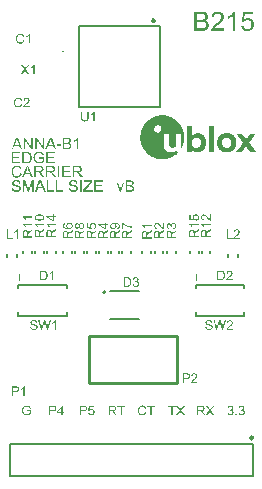
<source format=gto>
G04*
G04 #@! TF.GenerationSoftware,Altium Limited,Altium Designer,21.6.4 (81)*
G04*
G04 Layer_Color=65535*
%FSLAX44Y44*%
%MOMM*%
G71*
G04*
G04 #@! TF.SameCoordinates,8C3636EA-CFF2-41A9-9EC8-A279A3EE80BB*
G04*
G04*
G04 #@! TF.FilePolarity,Positive*
G04*
G01*
G75*
%ADD10C,0.2540*%
%ADD11C,0.1270*%
%ADD12C,0.2000*%
%ADD13C,0.1016*%
G36*
X50309Y280731D02*
X46623D01*
Y281934D01*
X50309D01*
Y280731D01*
D02*
G37*
G36*
X36012Y277811D02*
X34683D01*
X29582Y285452D01*
Y277811D01*
X28344D01*
Y287549D01*
X29666D01*
X34774Y279901D01*
Y287549D01*
X36012D01*
Y277811D01*
D02*
G37*
G36*
X26191D02*
X24861D01*
X19760Y285452D01*
Y277811D01*
X18521D01*
Y287549D01*
X19844D01*
X24952Y279901D01*
Y287549D01*
X26191D01*
Y277811D01*
D02*
G37*
G36*
X64866D02*
X63670D01*
Y285424D01*
X63663Y285417D01*
X63649Y285403D01*
X63628Y285382D01*
X63593Y285354D01*
X63551Y285319D01*
X63494Y285269D01*
X63431Y285220D01*
X63368Y285164D01*
X63283Y285107D01*
X63199Y285037D01*
X63107Y284974D01*
X63009Y284896D01*
X62896Y284826D01*
X62784Y284749D01*
X62530Y284594D01*
X62523Y284587D01*
X62502Y284573D01*
X62460Y284552D01*
X62411Y284530D01*
X62354Y284495D01*
X62284Y284453D01*
X62200Y284411D01*
X62115Y284362D01*
X61918Y284263D01*
X61707Y284165D01*
X61489Y284066D01*
X61278Y283982D01*
Y285135D01*
X61292Y285143D01*
X61320Y285157D01*
X61377Y285185D01*
X61447Y285220D01*
X61531Y285262D01*
X61637Y285319D01*
X61750Y285382D01*
X61869Y285452D01*
X62003Y285537D01*
X62144Y285621D01*
X62439Y285818D01*
X62741Y286036D01*
X63030Y286275D01*
X63037Y286282D01*
X63065Y286304D01*
X63100Y286339D01*
X63150Y286388D01*
X63213Y286451D01*
X63283Y286522D01*
X63361Y286606D01*
X63445Y286690D01*
X63530Y286789D01*
X63621Y286894D01*
X63797Y287113D01*
X63959Y287345D01*
X64029Y287464D01*
X64092Y287584D01*
X64866D01*
Y277811D01*
D02*
G37*
G36*
X55558Y287542D02*
X55656D01*
X55762Y287535D01*
X55889Y287521D01*
X56015Y287514D01*
X56156Y287493D01*
X56304Y287478D01*
X56599Y287422D01*
X56895Y287345D01*
X57035Y287302D01*
X57162Y287246D01*
X57169D01*
X57190Y287232D01*
X57225Y287218D01*
X57275Y287190D01*
X57331Y287162D01*
X57394Y287120D01*
X57472Y287077D01*
X57549Y287021D01*
X57634Y286965D01*
X57718Y286894D01*
X57802Y286824D01*
X57894Y286740D01*
X57978Y286648D01*
X58063Y286557D01*
X58140Y286451D01*
X58218Y286339D01*
X58225Y286332D01*
X58232Y286311D01*
X58253Y286275D01*
X58281Y286233D01*
X58309Y286177D01*
X58337Y286106D01*
X58372Y286036D01*
X58415Y285952D01*
X58450Y285853D01*
X58485Y285755D01*
X58541Y285537D01*
X58590Y285297D01*
X58597Y285178D01*
X58604Y285051D01*
Y285044D01*
Y285023D01*
Y284988D01*
X58597Y284946D01*
Y284889D01*
X58583Y284826D01*
X58576Y284749D01*
X58562Y284671D01*
X58520Y284488D01*
X58457Y284291D01*
X58422Y284186D01*
X58372Y284087D01*
X58323Y283982D01*
X58260Y283876D01*
X58253Y283869D01*
X58246Y283855D01*
X58225Y283827D01*
X58196Y283785D01*
X58161Y283735D01*
X58119Y283686D01*
X58063Y283623D01*
X58006Y283559D01*
X57936Y283489D01*
X57866Y283419D01*
X57781Y283348D01*
X57690Y283271D01*
X57584Y283194D01*
X57479Y283123D01*
X57366Y283053D01*
X57239Y282990D01*
X57246D01*
X57282Y282976D01*
X57324Y282962D01*
X57387Y282940D01*
X57458Y282912D01*
X57542Y282877D01*
X57641Y282835D01*
X57739Y282778D01*
X57852Y282722D01*
X57964Y282659D01*
X58077Y282589D01*
X58189Y282504D01*
X58295Y282420D01*
X58408Y282321D01*
X58506Y282216D01*
X58597Y282103D01*
X58604Y282096D01*
X58618Y282075D01*
X58640Y282040D01*
X58675Y281991D01*
X58710Y281934D01*
X58752Y281864D01*
X58794Y281779D01*
X58837Y281688D01*
X58879Y281582D01*
X58928Y281470D01*
X58963Y281350D01*
X58998Y281217D01*
X59034Y281083D01*
X59055Y280935D01*
X59069Y280787D01*
X59076Y280633D01*
Y280626D01*
Y280604D01*
Y280562D01*
X59069Y280513D01*
Y280457D01*
X59062Y280386D01*
X59055Y280302D01*
X59041Y280217D01*
X59005Y280021D01*
X58949Y279802D01*
X58879Y279577D01*
X58780Y279352D01*
Y279345D01*
X58766Y279324D01*
X58752Y279296D01*
X58731Y279254D01*
X58703Y279204D01*
X58668Y279148D01*
X58583Y279021D01*
X58478Y278874D01*
X58358Y278726D01*
X58225Y278578D01*
X58070Y278451D01*
X58063D01*
X58049Y278437D01*
X58028Y278423D01*
X57992Y278402D01*
X57950Y278374D01*
X57901Y278346D01*
X57845Y278311D01*
X57781Y278276D01*
X57704Y278233D01*
X57627Y278198D01*
X57443Y278114D01*
X57239Y278043D01*
X57007Y277973D01*
X57000D01*
X56979Y277966D01*
X56944Y277959D01*
X56895Y277945D01*
X56831Y277938D01*
X56754Y277924D01*
X56670Y277910D01*
X56571Y277896D01*
X56466Y277875D01*
X56346Y277861D01*
X56212Y277846D01*
X56079Y277839D01*
X55931Y277825D01*
X55776Y277818D01*
X55607Y277811D01*
X51730D01*
Y287549D01*
X55481D01*
X55558Y287542D01*
D02*
G37*
G36*
X46221Y277811D02*
X44758D01*
X43632Y280759D01*
X39544D01*
X38482Y277811D01*
X37124D01*
X40860Y287549D01*
X42239D01*
X46221Y277811D01*
D02*
G37*
G36*
X17508D02*
X16045D01*
X14919Y280759D01*
X10831D01*
X9769Y277811D01*
X8411D01*
X12147Y287549D01*
X13526D01*
X17508Y277811D01*
D02*
G37*
G36*
X31988Y275857D02*
X32087D01*
X32192Y275843D01*
X32312Y275836D01*
X32445Y275821D01*
X32593Y275800D01*
X32741Y275779D01*
X33064Y275716D01*
X33226Y275681D01*
X33395Y275632D01*
X33557Y275582D01*
X33719Y275519D01*
X33726Y275512D01*
X33754Y275505D01*
X33803Y275484D01*
X33860Y275456D01*
X33930Y275420D01*
X34014Y275378D01*
X34106Y275329D01*
X34211Y275273D01*
X34317Y275202D01*
X34422Y275132D01*
X34648Y274970D01*
X34866Y274780D01*
X34971Y274675D01*
X35063Y274562D01*
X35070Y274555D01*
X35084Y274534D01*
X35112Y274499D01*
X35140Y274450D01*
X35182Y274393D01*
X35231Y274316D01*
X35281Y274231D01*
X35337Y274133D01*
X35393Y274027D01*
X35457Y273901D01*
X35520Y273774D01*
X35576Y273633D01*
X35640Y273479D01*
X35696Y273317D01*
X35752Y273148D01*
X35801Y272965D01*
X34641Y272648D01*
Y272655D01*
X34634Y272684D01*
X34619Y272719D01*
X34598Y272775D01*
X34577Y272831D01*
X34556Y272909D01*
X34521Y272986D01*
X34493Y273078D01*
X34408Y273260D01*
X34317Y273458D01*
X34211Y273647D01*
X34155Y273732D01*
X34092Y273816D01*
X34085Y273823D01*
X34078Y273837D01*
X34056Y273859D01*
X34035Y273887D01*
X34000Y273922D01*
X33958Y273964D01*
X33909Y274013D01*
X33853Y274063D01*
X33789Y274119D01*
X33726Y274175D01*
X33564Y274288D01*
X33374Y274400D01*
X33163Y274499D01*
X33156D01*
X33135Y274513D01*
X33100Y274520D01*
X33057Y274541D01*
X33001Y274562D01*
X32931Y274583D01*
X32853Y274604D01*
X32769Y274632D01*
X32678Y274654D01*
X32572Y274675D01*
X32459Y274696D01*
X32347Y274717D01*
X32094Y274745D01*
X31826Y274759D01*
X31742D01*
X31678Y274752D01*
X31601D01*
X31510Y274745D01*
X31411Y274738D01*
X31306Y274724D01*
X31186Y274710D01*
X31059Y274696D01*
X30806Y274646D01*
X30546Y274576D01*
X30292Y274485D01*
X30285D01*
X30264Y274471D01*
X30229Y274457D01*
X30187Y274436D01*
X30131Y274407D01*
X30067Y274379D01*
X29997Y274337D01*
X29927Y274295D01*
X29758Y274196D01*
X29589Y274070D01*
X29413Y273929D01*
X29258Y273774D01*
X29251Y273767D01*
X29244Y273753D01*
X29223Y273732D01*
X29195Y273697D01*
X29160Y273654D01*
X29125Y273612D01*
X29082Y273556D01*
X29033Y273493D01*
X28935Y273352D01*
X28829Y273190D01*
X28730Y273007D01*
X28639Y272817D01*
X28632Y272810D01*
X28625Y272775D01*
X28604Y272726D01*
X28583Y272662D01*
X28555Y272578D01*
X28526Y272479D01*
X28491Y272360D01*
X28456Y272233D01*
X28421Y272092D01*
X28386Y271945D01*
X28358Y271783D01*
X28329Y271607D01*
X28308Y271431D01*
X28287Y271241D01*
X28280Y271051D01*
X28273Y270854D01*
Y270847D01*
Y270840D01*
Y270798D01*
Y270728D01*
X28280Y270636D01*
X28287Y270524D01*
X28294Y270397D01*
X28308Y270249D01*
X28329Y270094D01*
X28351Y269925D01*
X28379Y269750D01*
X28421Y269567D01*
X28463Y269384D01*
X28512Y269201D01*
X28569Y269018D01*
X28639Y268842D01*
X28716Y268673D01*
X28723Y268666D01*
X28737Y268638D01*
X28766Y268589D01*
X28801Y268532D01*
X28850Y268455D01*
X28906Y268378D01*
X28970Y268286D01*
X29047Y268188D01*
X29139Y268082D01*
X29237Y267977D01*
X29343Y267864D01*
X29462Y267759D01*
X29589Y267653D01*
X29722Y267554D01*
X29870Y267463D01*
X30025Y267379D01*
X30032Y267372D01*
X30067Y267358D01*
X30110Y267336D01*
X30173Y267315D01*
X30250Y267280D01*
X30349Y267245D01*
X30454Y267210D01*
X30574Y267167D01*
X30707Y267125D01*
X30848Y267090D01*
X30996Y267055D01*
X31151Y267020D01*
X31320Y266999D01*
X31488Y266978D01*
X31664Y266963D01*
X31840Y266956D01*
X31925D01*
X31981Y266963D01*
X32058D01*
X32150Y266971D01*
X32248Y266985D01*
X32361Y266999D01*
X32480Y267013D01*
X32607Y267034D01*
X32882Y267090D01*
X33177Y267167D01*
X33325Y267217D01*
X33473Y267273D01*
X33480Y267280D01*
X33508Y267287D01*
X33550Y267308D01*
X33606Y267329D01*
X33670Y267358D01*
X33747Y267393D01*
X33831Y267435D01*
X33923Y267484D01*
X34120Y267583D01*
X34324Y267702D01*
X34521Y267829D01*
X34605Y267892D01*
X34690Y267962D01*
Y269778D01*
X31826D01*
Y270925D01*
X35949D01*
Y267308D01*
X35935Y267301D01*
X35907Y267273D01*
X35858Y267238D01*
X35787Y267182D01*
X35696Y267125D01*
X35597Y267048D01*
X35478Y266971D01*
X35351Y266886D01*
X35203Y266795D01*
X35056Y266703D01*
X34894Y266605D01*
X34718Y266513D01*
X34359Y266330D01*
X34176Y266253D01*
X33986Y266175D01*
X33972Y266168D01*
X33944Y266161D01*
X33888Y266140D01*
X33810Y266119D01*
X33719Y266091D01*
X33613Y266056D01*
X33487Y266021D01*
X33353Y265986D01*
X33198Y265950D01*
X33036Y265915D01*
X32868Y265887D01*
X32692Y265852D01*
X32312Y265810D01*
X32115Y265802D01*
X31918Y265795D01*
X31819D01*
X31777Y265802D01*
X31678D01*
X31552Y265817D01*
X31404Y265831D01*
X31235Y265845D01*
X31052Y265873D01*
X30855Y265908D01*
X30651Y265943D01*
X30433Y265993D01*
X30208Y266056D01*
X29983Y266126D01*
X29758Y266204D01*
X29532Y266302D01*
X29307Y266408D01*
X29293Y266415D01*
X29258Y266436D01*
X29195Y266471D01*
X29117Y266520D01*
X29019Y266583D01*
X28906Y266661D01*
X28780Y266752D01*
X28646Y266858D01*
X28505Y266978D01*
X28358Y267111D01*
X28210Y267252D01*
X28062Y267414D01*
X27921Y267590D01*
X27781Y267773D01*
X27654Y267970D01*
X27534Y268181D01*
X27527Y268195D01*
X27506Y268237D01*
X27478Y268300D01*
X27443Y268385D01*
X27401Y268497D01*
X27344Y268624D01*
X27295Y268779D01*
X27239Y268941D01*
X27183Y269130D01*
X27133Y269328D01*
X27084Y269539D01*
X27035Y269771D01*
X27000Y270010D01*
X26971Y270256D01*
X26950Y270509D01*
X26943Y270777D01*
Y270784D01*
Y270791D01*
Y270812D01*
Y270840D01*
Y270875D01*
X26950Y270918D01*
Y271016D01*
X26964Y271143D01*
X26971Y271290D01*
X26993Y271459D01*
X27021Y271642D01*
X27049Y271839D01*
X27091Y272050D01*
X27133Y272268D01*
X27190Y272494D01*
X27260Y272726D01*
X27337Y272965D01*
X27429Y273197D01*
X27534Y273429D01*
Y273436D01*
X27541Y273443D01*
X27562Y273486D01*
X27598Y273549D01*
X27647Y273633D01*
X27703Y273732D01*
X27781Y273852D01*
X27872Y273985D01*
X27971Y274126D01*
X28083Y274274D01*
X28210Y274421D01*
X28351Y274576D01*
X28505Y274724D01*
X28674Y274872D01*
X28850Y275012D01*
X29040Y275146D01*
X29244Y275266D01*
X29258Y275273D01*
X29293Y275294D01*
X29357Y275322D01*
X29441Y275357D01*
X29547Y275406D01*
X29673Y275456D01*
X29821Y275512D01*
X29983Y275568D01*
X30166Y275618D01*
X30363Y275674D01*
X30574Y275723D01*
X30799Y275772D01*
X31038Y275807D01*
X31284Y275836D01*
X31545Y275857D01*
X31812Y275864D01*
X31918D01*
X31988Y275857D01*
D02*
G37*
G36*
X44913Y274548D02*
X39165D01*
Y271565D01*
X44547D01*
Y270418D01*
X39165D01*
Y267104D01*
X45138D01*
Y265957D01*
X37877D01*
Y275695D01*
X44913D01*
Y274548D01*
D02*
G37*
G36*
X21075Y275688D02*
X21188D01*
X21308Y275681D01*
X21441D01*
X21723Y275660D01*
X22011Y275639D01*
X22152Y275618D01*
X22286Y275603D01*
X22412Y275582D01*
X22532Y275554D01*
X22539D01*
X22567Y275547D01*
X22609Y275533D01*
X22673Y275519D01*
X22743Y275491D01*
X22827Y275463D01*
X22919Y275435D01*
X23024Y275392D01*
X23242Y275301D01*
X23482Y275174D01*
X23721Y275033D01*
X23841Y274949D01*
X23953Y274858D01*
X23960Y274851D01*
X23988Y274830D01*
X24030Y274787D01*
X24080Y274738D01*
X24143Y274675D01*
X24220Y274597D01*
X24298Y274506D01*
X24389Y274407D01*
X24481Y274288D01*
X24572Y274161D01*
X24671Y274027D01*
X24769Y273880D01*
X24861Y273718D01*
X24945Y273556D01*
X25030Y273373D01*
X25107Y273190D01*
X25114Y273176D01*
X25121Y273141D01*
X25142Y273092D01*
X25170Y273014D01*
X25199Y272916D01*
X25227Y272803D01*
X25262Y272670D01*
X25304Y272522D01*
X25339Y272360D01*
X25374Y272177D01*
X25403Y271987D01*
X25431Y271783D01*
X25459Y271572D01*
X25480Y271347D01*
X25487Y271115D01*
X25494Y270875D01*
Y270861D01*
Y270826D01*
Y270770D01*
X25487Y270685D01*
Y270594D01*
X25480Y270481D01*
X25473Y270355D01*
X25459Y270214D01*
X25445Y270066D01*
X25431Y269904D01*
X25381Y269574D01*
X25318Y269236D01*
X25234Y268905D01*
Y268898D01*
X25220Y268870D01*
X25206Y268821D01*
X25184Y268765D01*
X25163Y268694D01*
X25128Y268610D01*
X25093Y268511D01*
X25051Y268413D01*
X24959Y268188D01*
X24840Y267948D01*
X24713Y267716D01*
X24565Y267491D01*
X24558Y267484D01*
X24544Y267470D01*
X24523Y267435D01*
X24495Y267400D01*
X24460Y267350D01*
X24411Y267294D01*
X24305Y267167D01*
X24171Y267027D01*
X24023Y266879D01*
X23855Y266738D01*
X23679Y266605D01*
X23672D01*
X23658Y266591D01*
X23630Y266576D01*
X23594Y266555D01*
X23545Y266527D01*
X23489Y266499D01*
X23426Y266464D01*
X23355Y266429D01*
X23271Y266387D01*
X23186Y266344D01*
X23088Y266309D01*
X22989Y266267D01*
X22764Y266189D01*
X22518Y266119D01*
X22511D01*
X22490Y266112D01*
X22448Y266105D01*
X22398Y266091D01*
X22335Y266084D01*
X22257Y266070D01*
X22166Y266056D01*
X22067Y266042D01*
X21955Y266021D01*
X21835Y266007D01*
X21709Y265993D01*
X21568Y265986D01*
X21427Y265971D01*
X21272Y265964D01*
X20956Y265957D01*
X17445D01*
Y275695D01*
X20984D01*
X21075Y275688D01*
D02*
G37*
G36*
X15440Y274548D02*
X9692D01*
Y271565D01*
X15074D01*
Y270418D01*
X9692D01*
Y267104D01*
X15665D01*
Y265957D01*
X8404D01*
Y275695D01*
X15440D01*
Y274548D01*
D02*
G37*
G36*
X13139Y263841D02*
X13245Y263834D01*
X13371Y263827D01*
X13512Y263806D01*
X13674Y263785D01*
X13857Y263757D01*
X14047Y263714D01*
X14244Y263665D01*
X14448Y263609D01*
X14652Y263531D01*
X14856Y263447D01*
X15067Y263348D01*
X15264Y263236D01*
X15454Y263102D01*
X15468Y263095D01*
X15496Y263067D01*
X15552Y263025D01*
X15616Y262962D01*
X15700Y262891D01*
X15792Y262793D01*
X15890Y262687D01*
X16003Y262560D01*
X16115Y262420D01*
X16235Y262265D01*
X16347Y262089D01*
X16460Y261906D01*
X16573Y261702D01*
X16671Y261484D01*
X16770Y261252D01*
X16847Y261005D01*
X15581Y260710D01*
X15574Y260724D01*
X15567Y260759D01*
X15545Y260809D01*
X15517Y260886D01*
X15482Y260970D01*
X15440Y261069D01*
X15383Y261181D01*
X15327Y261301D01*
X15264Y261428D01*
X15187Y261554D01*
X15109Y261681D01*
X15018Y261815D01*
X14919Y261934D01*
X14821Y262054D01*
X14708Y262159D01*
X14589Y262258D01*
X14582Y262265D01*
X14560Y262279D01*
X14525Y262300D01*
X14476Y262335D01*
X14413Y262370D01*
X14335Y262413D01*
X14244Y262455D01*
X14145Y262504D01*
X14033Y262546D01*
X13913Y262589D01*
X13779Y262631D01*
X13639Y262666D01*
X13484Y262701D01*
X13322Y262722D01*
X13153Y262736D01*
X12970Y262743D01*
X12865D01*
X12787Y262736D01*
X12689Y262729D01*
X12576Y262715D01*
X12450Y262701D01*
X12316Y262673D01*
X12168Y262645D01*
X12020Y262610D01*
X11866Y262568D01*
X11704Y262518D01*
X11549Y262455D01*
X11394Y262377D01*
X11239Y262300D01*
X11092Y262202D01*
X11085Y262195D01*
X11056Y262181D01*
X11021Y262145D01*
X10972Y262103D01*
X10909Y262047D01*
X10838Y261984D01*
X10761Y261906D01*
X10677Y261822D01*
X10592Y261723D01*
X10501Y261618D01*
X10416Y261498D01*
X10332Y261364D01*
X10247Y261231D01*
X10170Y261083D01*
X10100Y260928D01*
X10036Y260759D01*
Y260752D01*
X10022Y260717D01*
X10008Y260668D01*
X9987Y260604D01*
X9966Y260520D01*
X9938Y260422D01*
X9917Y260309D01*
X9889Y260182D01*
X9860Y260049D01*
X9832Y259901D01*
X9804Y259746D01*
X9783Y259584D01*
X9748Y259247D01*
X9741Y259071D01*
X9734Y258888D01*
Y258874D01*
Y258832D01*
Y258768D01*
X9741Y258677D01*
X9748Y258571D01*
X9755Y258444D01*
X9762Y258304D01*
X9776Y258156D01*
X9797Y257987D01*
X9818Y257811D01*
X9889Y257452D01*
X9924Y257262D01*
X9973Y257080D01*
X10029Y256897D01*
X10093Y256721D01*
X10100Y256714D01*
X10107Y256679D01*
X10128Y256636D01*
X10163Y256573D01*
X10198Y256496D01*
X10247Y256404D01*
X10304Y256306D01*
X10367Y256200D01*
X10444Y256094D01*
X10529Y255982D01*
X10620Y255862D01*
X10719Y255750D01*
X10831Y255637D01*
X10951Y255532D01*
X11078Y255433D01*
X11218Y255342D01*
X11225Y255335D01*
X11253Y255321D01*
X11296Y255299D01*
X11352Y255271D01*
X11422Y255236D01*
X11507Y255194D01*
X11605Y255159D01*
X11711Y255117D01*
X11831Y255067D01*
X11957Y255032D01*
X12098Y254990D01*
X12239Y254955D01*
X12393Y254927D01*
X12548Y254905D01*
X12710Y254891D01*
X12872Y254884D01*
X12921D01*
X12977Y254891D01*
X13055D01*
X13146Y254905D01*
X13252Y254920D01*
X13378Y254934D01*
X13505Y254962D01*
X13646Y254997D01*
X13793Y255039D01*
X13948Y255088D01*
X14103Y255145D01*
X14258Y255215D01*
X14413Y255299D01*
X14560Y255398D01*
X14708Y255504D01*
X14715Y255511D01*
X14743Y255532D01*
X14778Y255567D01*
X14828Y255623D01*
X14891Y255686D01*
X14961Y255764D01*
X15039Y255862D01*
X15116Y255968D01*
X15201Y256094D01*
X15285Y256228D01*
X15376Y256383D01*
X15454Y256552D01*
X15538Y256728D01*
X15609Y256925D01*
X15672Y257129D01*
X15728Y257354D01*
X17016Y257030D01*
Y257023D01*
X17009Y257009D01*
X17002Y256988D01*
X16995Y256960D01*
X16988Y256925D01*
X16974Y256875D01*
X16938Y256770D01*
X16889Y256636D01*
X16833Y256488D01*
X16763Y256320D01*
X16678Y256137D01*
X16587Y255940D01*
X16481Y255743D01*
X16362Y255546D01*
X16228Y255342D01*
X16080Y255145D01*
X15918Y254955D01*
X15742Y254779D01*
X15552Y254610D01*
X15538Y254603D01*
X15503Y254575D01*
X15447Y254533D01*
X15362Y254483D01*
X15264Y254420D01*
X15137Y254350D01*
X14997Y254272D01*
X14835Y254195D01*
X14659Y254118D01*
X14462Y254040D01*
X14251Y253970D01*
X14026Y253906D01*
X13779Y253857D01*
X13526Y253815D01*
X13259Y253787D01*
X12977Y253780D01*
X12872D01*
X12823Y253787D01*
X12717D01*
X12583Y253801D01*
X12428Y253815D01*
X12253Y253836D01*
X12070Y253857D01*
X11866Y253892D01*
X11662Y253934D01*
X11444Y253991D01*
X11232Y254047D01*
X11021Y254125D01*
X10810Y254209D01*
X10606Y254307D01*
X10416Y254420D01*
X10402Y254427D01*
X10374Y254448D01*
X10325Y254490D01*
X10254Y254540D01*
X10170Y254603D01*
X10079Y254687D01*
X9973Y254779D01*
X9860Y254891D01*
X9741Y255018D01*
X9621Y255152D01*
X9495Y255306D01*
X9368Y255468D01*
X9248Y255651D01*
X9129Y255841D01*
X9016Y256052D01*
X8918Y256270D01*
Y256278D01*
X8911Y256285D01*
X8896Y256327D01*
X8868Y256390D01*
X8840Y256481D01*
X8798Y256594D01*
X8756Y256728D01*
X8707Y256882D01*
X8664Y257051D01*
X8615Y257241D01*
X8566Y257445D01*
X8524Y257656D01*
X8481Y257889D01*
X8453Y258121D01*
X8425Y258367D01*
X8411Y258620D01*
X8404Y258881D01*
Y258888D01*
Y258902D01*
Y258923D01*
Y258951D01*
Y258986D01*
X8411Y259028D01*
Y259134D01*
X8425Y259268D01*
X8432Y259422D01*
X8453Y259598D01*
X8474Y259788D01*
X8510Y259985D01*
X8545Y260196D01*
X8594Y260422D01*
X8650Y260647D01*
X8714Y260872D01*
X8791Y261097D01*
X8882Y261315D01*
X8981Y261533D01*
X8988Y261547D01*
X9009Y261583D01*
X9044Y261639D01*
X9086Y261723D01*
X9150Y261815D01*
X9220Y261920D01*
X9312Y262047D01*
X9410Y262174D01*
X9516Y262307D01*
X9642Y262455D01*
X9776Y262596D01*
X9924Y262736D01*
X10086Y262877D01*
X10254Y263011D01*
X10437Y263137D01*
X10634Y263257D01*
X10648Y263264D01*
X10684Y263285D01*
X10740Y263313D01*
X10824Y263348D01*
X10923Y263398D01*
X11042Y263447D01*
X11183Y263496D01*
X11331Y263552D01*
X11500Y263609D01*
X11683Y263658D01*
X11880Y263714D01*
X12084Y263757D01*
X12302Y263792D01*
X12527Y263820D01*
X12759Y263841D01*
X12998Y263848D01*
X13097D01*
X13139Y263841D01*
D02*
G37*
G36*
X64704Y263672D02*
X64817D01*
X64944Y263665D01*
X65077Y263658D01*
X65232Y263644D01*
X65387Y263630D01*
X65549Y263616D01*
X65880Y263567D01*
X66034Y263538D01*
X66189Y263503D01*
X66337Y263461D01*
X66470Y263412D01*
X66477D01*
X66499Y263398D01*
X66534Y263384D01*
X66583Y263363D01*
X66639Y263334D01*
X66703Y263292D01*
X66780Y263250D01*
X66857Y263201D01*
X66942Y263137D01*
X67033Y263074D01*
X67125Y262997D01*
X67216Y262912D01*
X67301Y262814D01*
X67392Y262715D01*
X67477Y262603D01*
X67554Y262483D01*
X67561Y262476D01*
X67575Y262455D01*
X67589Y262420D01*
X67617Y262370D01*
X67646Y262307D01*
X67681Y262230D01*
X67723Y262145D01*
X67758Y262054D01*
X67793Y261948D01*
X67835Y261836D01*
X67871Y261716D01*
X67899Y261590D01*
X67927Y261456D01*
X67948Y261315D01*
X67955Y261167D01*
X67962Y261020D01*
Y261005D01*
Y260977D01*
X67955Y260921D01*
Y260844D01*
X67941Y260759D01*
X67927Y260654D01*
X67906Y260541D01*
X67878Y260415D01*
X67842Y260281D01*
X67800Y260140D01*
X67744Y259992D01*
X67681Y259845D01*
X67603Y259697D01*
X67512Y259556D01*
X67406Y259408D01*
X67287Y259275D01*
X67280Y259268D01*
X67259Y259247D01*
X67216Y259211D01*
X67160Y259162D01*
X67090Y259106D01*
X66998Y259042D01*
X66900Y258972D01*
X66780Y258895D01*
X66639Y258817D01*
X66492Y258740D01*
X66316Y258670D01*
X66133Y258592D01*
X65929Y258529D01*
X65711Y258466D01*
X65471Y258416D01*
X65218Y258374D01*
X65225D01*
X65239Y258360D01*
X65267Y258353D01*
X65303Y258332D01*
X65345Y258311D01*
X65394Y258283D01*
X65507Y258219D01*
X65633Y258149D01*
X65760Y258065D01*
X65880Y257980D01*
X65992Y257889D01*
X65999Y257882D01*
X66020Y257868D01*
X66048Y257832D01*
X66090Y257797D01*
X66140Y257741D01*
X66196Y257685D01*
X66266Y257614D01*
X66337Y257530D01*
X66414Y257438D01*
X66499Y257340D01*
X66590Y257234D01*
X66682Y257122D01*
X66773Y256995D01*
X66872Y256868D01*
X67062Y256587D01*
X68743Y253942D01*
X67132D01*
X65844Y255968D01*
X65837Y255975D01*
X65816Y256003D01*
X65788Y256052D01*
X65753Y256109D01*
X65704Y256186D01*
X65647Y256270D01*
X65584Y256362D01*
X65521Y256460D01*
X65373Y256679D01*
X65218Y256904D01*
X65063Y257115D01*
X64986Y257213D01*
X64916Y257305D01*
X64908Y257312D01*
X64901Y257326D01*
X64880Y257347D01*
X64852Y257382D01*
X64782Y257467D01*
X64697Y257565D01*
X64592Y257671D01*
X64486Y257783D01*
X64374Y257882D01*
X64261Y257959D01*
X64247Y257966D01*
X64212Y257987D01*
X64156Y258022D01*
X64078Y258057D01*
X63994Y258100D01*
X63895Y258149D01*
X63790Y258184D01*
X63677Y258219D01*
X63670D01*
X63635Y258226D01*
X63579Y258233D01*
X63508Y258248D01*
X63410Y258255D01*
X63283Y258262D01*
X63135Y258269D01*
X61468D01*
Y253942D01*
X60181D01*
Y263679D01*
X64620D01*
X64704Y263672D01*
D02*
G37*
G36*
X58154Y262532D02*
X52406D01*
Y259549D01*
X57788D01*
Y258402D01*
X52406D01*
Y255088D01*
X58379D01*
Y253942D01*
X51118D01*
Y263679D01*
X58154D01*
Y262532D01*
D02*
G37*
G36*
X48818Y253942D02*
X47530D01*
Y263679D01*
X48818D01*
Y253942D01*
D02*
G37*
G36*
X42035Y263672D02*
X42148D01*
X42274Y263665D01*
X42408Y263658D01*
X42563Y263644D01*
X42718Y263630D01*
X42879Y263616D01*
X43210Y263567D01*
X43365Y263538D01*
X43520Y263503D01*
X43667Y263461D01*
X43801Y263412D01*
X43808D01*
X43829Y263398D01*
X43864Y263384D01*
X43914Y263363D01*
X43970Y263334D01*
X44033Y263292D01*
X44111Y263250D01*
X44188Y263201D01*
X44272Y263137D01*
X44364Y263074D01*
X44455Y262997D01*
X44547Y262912D01*
X44631Y262814D01*
X44723Y262715D01*
X44807Y262603D01*
X44885Y262483D01*
X44892Y262476D01*
X44906Y262455D01*
X44920Y262420D01*
X44948Y262370D01*
X44976Y262307D01*
X45011Y262230D01*
X45054Y262145D01*
X45089Y262054D01*
X45124Y261948D01*
X45166Y261836D01*
X45201Y261716D01*
X45229Y261590D01*
X45258Y261456D01*
X45279Y261315D01*
X45286Y261167D01*
X45293Y261020D01*
Y261005D01*
Y260977D01*
X45286Y260921D01*
Y260844D01*
X45272Y260759D01*
X45258Y260654D01*
X45236Y260541D01*
X45208Y260415D01*
X45173Y260281D01*
X45131Y260140D01*
X45075Y259992D01*
X45011Y259845D01*
X44934Y259697D01*
X44842Y259556D01*
X44737Y259408D01*
X44617Y259275D01*
X44610Y259268D01*
X44589Y259247D01*
X44547Y259211D01*
X44491Y259162D01*
X44420Y259106D01*
X44329Y259042D01*
X44230Y258972D01*
X44111Y258895D01*
X43970Y258817D01*
X43822Y258740D01*
X43646Y258670D01*
X43463Y258592D01*
X43259Y258529D01*
X43041Y258466D01*
X42802Y258416D01*
X42549Y258374D01*
X42556D01*
X42570Y258360D01*
X42598Y258353D01*
X42633Y258332D01*
X42675Y258311D01*
X42725Y258283D01*
X42837Y258219D01*
X42964Y258149D01*
X43091Y258065D01*
X43210Y257980D01*
X43323Y257889D01*
X43330Y257882D01*
X43351Y257868D01*
X43379Y257832D01*
X43421Y257797D01*
X43470Y257741D01*
X43527Y257685D01*
X43597Y257614D01*
X43667Y257530D01*
X43745Y257438D01*
X43829Y257340D01*
X43921Y257234D01*
X44012Y257122D01*
X44104Y256995D01*
X44202Y256868D01*
X44392Y256587D01*
X46074Y253942D01*
X44462D01*
X43175Y255968D01*
X43168Y255975D01*
X43147Y256003D01*
X43119Y256052D01*
X43084Y256109D01*
X43034Y256186D01*
X42978Y256270D01*
X42915Y256362D01*
X42851Y256460D01*
X42703Y256679D01*
X42549Y256904D01*
X42394Y257115D01*
X42317Y257213D01*
X42246Y257305D01*
X42239Y257312D01*
X42232Y257326D01*
X42211Y257347D01*
X42183Y257382D01*
X42112Y257467D01*
X42028Y257565D01*
X41923Y257671D01*
X41817Y257783D01*
X41705Y257882D01*
X41592Y257959D01*
X41578Y257966D01*
X41543Y257987D01*
X41486Y258022D01*
X41409Y258057D01*
X41325Y258100D01*
X41226Y258149D01*
X41121Y258184D01*
X41008Y258219D01*
X41001D01*
X40966Y258226D01*
X40909Y258233D01*
X40839Y258248D01*
X40741Y258255D01*
X40614Y258262D01*
X40466Y258269D01*
X38799D01*
Y253942D01*
X37511D01*
Y263679D01*
X41951D01*
X42035Y263672D01*
D02*
G37*
G36*
X32213D02*
X32326D01*
X32452Y263665D01*
X32586Y263658D01*
X32741Y263644D01*
X32896Y263630D01*
X33057Y263616D01*
X33388Y263567D01*
X33543Y263538D01*
X33698Y263503D01*
X33846Y263461D01*
X33979Y263412D01*
X33986D01*
X34007Y263398D01*
X34042Y263384D01*
X34092Y263363D01*
X34148Y263334D01*
X34211Y263292D01*
X34289Y263250D01*
X34366Y263201D01*
X34451Y263137D01*
X34542Y263074D01*
X34634Y262997D01*
X34725Y262912D01*
X34809Y262814D01*
X34901Y262715D01*
X34985Y262603D01*
X35063Y262483D01*
X35070Y262476D01*
X35084Y262455D01*
X35098Y262420D01*
X35126Y262370D01*
X35154Y262307D01*
X35189Y262230D01*
X35231Y262145D01*
X35267Y262054D01*
X35302Y261948D01*
X35344Y261836D01*
X35379Y261716D01*
X35407Y261590D01*
X35436Y261456D01*
X35457Y261315D01*
X35464Y261167D01*
X35471Y261020D01*
Y261005D01*
Y260977D01*
X35464Y260921D01*
Y260844D01*
X35450Y260759D01*
X35436Y260654D01*
X35415Y260541D01*
X35386Y260415D01*
X35351Y260281D01*
X35309Y260140D01*
X35253Y259992D01*
X35189Y259845D01*
X35112Y259697D01*
X35020Y259556D01*
X34915Y259408D01*
X34795Y259275D01*
X34788Y259268D01*
X34767Y259247D01*
X34725Y259211D01*
X34669Y259162D01*
X34598Y259106D01*
X34507Y259042D01*
X34408Y258972D01*
X34289Y258895D01*
X34148Y258817D01*
X34000Y258740D01*
X33824Y258670D01*
X33641Y258592D01*
X33437Y258529D01*
X33219Y258466D01*
X32980Y258416D01*
X32727Y258374D01*
X32734D01*
X32748Y258360D01*
X32776Y258353D01*
X32811Y258332D01*
X32853Y258311D01*
X32903Y258283D01*
X33015Y258219D01*
X33142Y258149D01*
X33268Y258065D01*
X33388Y257980D01*
X33501Y257889D01*
X33508Y257882D01*
X33529Y257868D01*
X33557Y257832D01*
X33599Y257797D01*
X33649Y257741D01*
X33705Y257685D01*
X33775Y257614D01*
X33846Y257530D01*
X33923Y257438D01*
X34007Y257340D01*
X34099Y257234D01*
X34190Y257122D01*
X34282Y256995D01*
X34380Y256868D01*
X34570Y256587D01*
X36252Y253942D01*
X34641D01*
X33353Y255968D01*
X33346Y255975D01*
X33325Y256003D01*
X33297Y256052D01*
X33261Y256109D01*
X33212Y256186D01*
X33156Y256270D01*
X33093Y256362D01*
X33029Y256460D01*
X32882Y256679D01*
X32727Y256904D01*
X32572Y257115D01*
X32495Y257213D01*
X32424Y257305D01*
X32417Y257312D01*
X32410Y257326D01*
X32389Y257347D01*
X32361Y257382D01*
X32291Y257467D01*
X32206Y257565D01*
X32101Y257671D01*
X31995Y257783D01*
X31883Y257882D01*
X31770Y257959D01*
X31756Y257966D01*
X31721Y257987D01*
X31664Y258022D01*
X31587Y258057D01*
X31503Y258100D01*
X31404Y258149D01*
X31298Y258184D01*
X31186Y258219D01*
X31179D01*
X31144Y258226D01*
X31087Y258233D01*
X31017Y258248D01*
X30919Y258255D01*
X30792Y258262D01*
X30644Y258269D01*
X28977D01*
Y253942D01*
X27689D01*
Y263679D01*
X32129D01*
X32213Y263672D01*
D02*
G37*
G36*
X26641Y253942D02*
X25177D01*
X24052Y256890D01*
X19964D01*
X18901Y253942D01*
X17543D01*
X21279Y263679D01*
X22659D01*
X26641Y253942D01*
D02*
G37*
G36*
X60743Y251825D02*
X60835D01*
X60947Y251811D01*
X61067Y251804D01*
X61208Y251790D01*
X61348Y251769D01*
X61503Y251748D01*
X61820Y251684D01*
X61989Y251642D01*
X62151Y251600D01*
X62312Y251544D01*
X62467Y251480D01*
X62474Y251473D01*
X62502Y251466D01*
X62544Y251445D01*
X62601Y251417D01*
X62671Y251382D01*
X62748Y251333D01*
X62840Y251283D01*
X62931Y251220D01*
X63037Y251157D01*
X63135Y251079D01*
X63241Y250995D01*
X63347Y250903D01*
X63452Y250805D01*
X63551Y250692D01*
X63649Y250580D01*
X63734Y250453D01*
X63741Y250446D01*
X63755Y250425D01*
X63776Y250383D01*
X63804Y250334D01*
X63839Y250270D01*
X63881Y250193D01*
X63917Y250109D01*
X63966Y250010D01*
X64008Y249904D01*
X64050Y249785D01*
X64092Y249658D01*
X64128Y249524D01*
X64163Y249384D01*
X64191Y249236D01*
X64205Y249081D01*
X64219Y248927D01*
X62981Y248835D01*
Y248849D01*
X62974Y248877D01*
X62967Y248927D01*
X62953Y248990D01*
X62938Y249060D01*
X62917Y249152D01*
X62889Y249250D01*
X62854Y249356D01*
X62819Y249468D01*
X62770Y249581D01*
X62713Y249693D01*
X62650Y249813D01*
X62580Y249925D01*
X62495Y250031D01*
X62404Y250137D01*
X62305Y250228D01*
X62298Y250235D01*
X62277Y250249D01*
X62249Y250270D01*
X62200Y250306D01*
X62136Y250341D01*
X62066Y250376D01*
X61982Y250418D01*
X61883Y250467D01*
X61771Y250509D01*
X61644Y250552D01*
X61503Y250587D01*
X61356Y250629D01*
X61187Y250657D01*
X61011Y250678D01*
X60821Y250692D01*
X60617Y250700D01*
X60504D01*
X60427Y250692D01*
X60328Y250685D01*
X60223Y250678D01*
X60096Y250664D01*
X59969Y250643D01*
X59688Y250594D01*
X59547Y250559D01*
X59406Y250516D01*
X59273Y250467D01*
X59139Y250411D01*
X59020Y250348D01*
X58914Y250270D01*
X58907Y250263D01*
X58893Y250249D01*
X58865Y250228D01*
X58830Y250193D01*
X58794Y250151D01*
X58745Y250101D01*
X58703Y250045D01*
X58654Y249982D01*
X58604Y249911D01*
X58555Y249827D01*
X58471Y249651D01*
X58436Y249560D01*
X58408Y249454D01*
X58393Y249349D01*
X58386Y249236D01*
Y249229D01*
Y249215D01*
Y249187D01*
X58393Y249152D01*
X58400Y249102D01*
X58408Y249053D01*
X58436Y248934D01*
X58478Y248793D01*
X58541Y248652D01*
X58583Y248575D01*
X58640Y248504D01*
X58696Y248434D01*
X58759Y248371D01*
X58766Y248364D01*
X58780Y248357D01*
X58801Y248335D01*
X58844Y248314D01*
X58893Y248279D01*
X58963Y248244D01*
X59041Y248202D01*
X59139Y248153D01*
X59259Y248103D01*
X59392Y248047D01*
X59554Y247991D01*
X59730Y247927D01*
X59934Y247864D01*
X60159Y247801D01*
X60413Y247737D01*
X60694Y247667D01*
X60701D01*
X60715Y247660D01*
X60736D01*
X60764Y247653D01*
X60800Y247646D01*
X60842Y247632D01*
X60947Y247611D01*
X61074Y247576D01*
X61222Y247540D01*
X61384Y247505D01*
X61553Y247456D01*
X61911Y247365D01*
X62087Y247315D01*
X62263Y247259D01*
X62432Y247210D01*
X62587Y247153D01*
X62727Y247104D01*
X62847Y247055D01*
X62854Y247048D01*
X62882Y247034D01*
X62931Y247013D01*
X62988Y246985D01*
X63058Y246942D01*
X63135Y246900D01*
X63227Y246844D01*
X63326Y246780D01*
X63424Y246717D01*
X63530Y246640D01*
X63741Y246471D01*
X63938Y246274D01*
X64022Y246168D01*
X64106Y246056D01*
X64113Y246049D01*
X64128Y246028D01*
X64142Y245993D01*
X64170Y245950D01*
X64198Y245894D01*
X64233Y245824D01*
X64275Y245746D01*
X64310Y245662D01*
X64346Y245563D01*
X64388Y245458D01*
X64423Y245345D01*
X64451Y245219D01*
X64479Y245092D01*
X64500Y244958D01*
X64507Y244825D01*
X64514Y244677D01*
Y244670D01*
Y244642D01*
Y244599D01*
X64507Y244543D01*
X64500Y244473D01*
X64493Y244395D01*
X64479Y244304D01*
X64458Y244198D01*
X64437Y244093D01*
X64402Y243973D01*
X64367Y243854D01*
X64325Y243727D01*
X64275Y243600D01*
X64212Y243467D01*
X64142Y243340D01*
X64064Y243206D01*
X64057Y243199D01*
X64043Y243178D01*
X64015Y243143D01*
X63980Y243094D01*
X63938Y243037D01*
X63881Y242967D01*
X63818Y242897D01*
X63741Y242819D01*
X63656Y242735D01*
X63558Y242651D01*
X63452Y242559D01*
X63340Y242468D01*
X63220Y242383D01*
X63086Y242299D01*
X62945Y242221D01*
X62791Y242144D01*
X62784Y242137D01*
X62756Y242130D01*
X62706Y242109D01*
X62643Y242088D01*
X62566Y242059D01*
X62474Y242024D01*
X62369Y241989D01*
X62249Y241954D01*
X62115Y241919D01*
X61968Y241884D01*
X61813Y241856D01*
X61651Y241820D01*
X61482Y241799D01*
X61299Y241778D01*
X61109Y241771D01*
X60919Y241764D01*
X60793D01*
X60701Y241771D01*
X60589Y241778D01*
X60455Y241785D01*
X60307Y241799D01*
X60145Y241813D01*
X59976Y241834D01*
X59801Y241856D01*
X59428Y241926D01*
X59238Y241968D01*
X59055Y242017D01*
X58872Y242081D01*
X58703Y242144D01*
X58696Y242151D01*
X58661Y242165D01*
X58618Y242186D01*
X58555Y242214D01*
X58478Y242257D01*
X58393Y242306D01*
X58295Y242369D01*
X58196Y242432D01*
X58084Y242510D01*
X57971Y242594D01*
X57852Y242693D01*
X57739Y242798D01*
X57619Y242911D01*
X57507Y243030D01*
X57401Y243164D01*
X57303Y243305D01*
X57296Y243312D01*
X57282Y243340D01*
X57254Y243382D01*
X57225Y243438D01*
X57183Y243516D01*
X57141Y243600D01*
X57092Y243699D01*
X57049Y243811D01*
X57000Y243938D01*
X56951Y244072D01*
X56909Y244219D01*
X56867Y244367D01*
X56831Y244529D01*
X56803Y244698D01*
X56782Y244874D01*
X56775Y245057D01*
X57992Y245162D01*
Y245155D01*
X57999Y245127D01*
Y245092D01*
X58013Y245043D01*
X58021Y244979D01*
X58035Y244902D01*
X58056Y244825D01*
X58077Y244733D01*
X58126Y244543D01*
X58196Y244339D01*
X58281Y244142D01*
X58386Y243952D01*
X58393Y243945D01*
X58400Y243931D01*
X58422Y243910D01*
X58450Y243875D01*
X58478Y243832D01*
X58520Y243790D01*
X58569Y243741D01*
X58626Y243685D01*
X58689Y243629D01*
X58766Y243565D01*
X58844Y243502D01*
X58935Y243438D01*
X59027Y243375D01*
X59132Y243312D01*
X59245Y243256D01*
X59364Y243199D01*
X59371D01*
X59392Y243185D01*
X59435Y243171D01*
X59484Y243157D01*
X59547Y243136D01*
X59618Y243108D01*
X59709Y243080D01*
X59801Y243059D01*
X59906Y243030D01*
X60026Y243002D01*
X60145Y242981D01*
X60279Y242953D01*
X60560Y242925D01*
X60863Y242911D01*
X60933D01*
X60990Y242918D01*
X61053D01*
X61123Y242925D01*
X61208Y242932D01*
X61299Y242939D01*
X61503Y242967D01*
X61721Y243002D01*
X61939Y243059D01*
X62158Y243129D01*
X62165D01*
X62186Y243136D01*
X62214Y243150D01*
X62249Y243171D01*
X62298Y243192D01*
X62347Y243220D01*
X62474Y243284D01*
X62608Y243368D01*
X62748Y243474D01*
X62882Y243593D01*
X62995Y243727D01*
Y243734D01*
X63009Y243748D01*
X63023Y243769D01*
X63037Y243797D01*
X63058Y243832D01*
X63086Y243875D01*
X63135Y243980D01*
X63185Y244100D01*
X63234Y244241D01*
X63262Y244402D01*
X63276Y244564D01*
Y244571D01*
Y244585D01*
Y244606D01*
X63269Y244642D01*
Y244684D01*
X63262Y244726D01*
X63241Y244839D01*
X63213Y244958D01*
X63164Y245092D01*
X63093Y245226D01*
X63002Y245359D01*
Y245366D01*
X62988Y245373D01*
X62953Y245416D01*
X62882Y245479D01*
X62840Y245521D01*
X62791Y245563D01*
X62734Y245606D01*
X62671Y245655D01*
X62601Y245704D01*
X62516Y245753D01*
X62432Y245803D01*
X62333Y245852D01*
X62235Y245894D01*
X62122Y245943D01*
X62115D01*
X62101Y245950D01*
X62080Y245957D01*
X62038Y245971D01*
X61989Y245986D01*
X61932Y246007D01*
X61855Y246028D01*
X61764Y246056D01*
X61651Y246091D01*
X61531Y246126D01*
X61391Y246161D01*
X61229Y246204D01*
X61053Y246253D01*
X60849Y246302D01*
X60631Y246358D01*
X60392Y246415D01*
X60384D01*
X60377Y246422D01*
X60356D01*
X60335Y246429D01*
X60265Y246450D01*
X60173Y246471D01*
X60068Y246499D01*
X59941Y246534D01*
X59801Y246569D01*
X59660Y246612D01*
X59350Y246703D01*
X59041Y246809D01*
X58893Y246865D01*
X58752Y246921D01*
X58633Y246971D01*
X58520Y247027D01*
X58513Y247034D01*
X58492Y247041D01*
X58457Y247062D01*
X58408Y247090D01*
X58351Y247125D01*
X58281Y247174D01*
X58210Y247224D01*
X58126Y247280D01*
X57957Y247407D01*
X57788Y247561D01*
X57619Y247737D01*
X57549Y247836D01*
X57479Y247934D01*
X57472Y247941D01*
X57465Y247962D01*
X57451Y247991D01*
X57429Y248033D01*
X57401Y248082D01*
X57373Y248138D01*
X57345Y248209D01*
X57310Y248286D01*
X57282Y248378D01*
X57246Y248469D01*
X57197Y248673D01*
X57155Y248898D01*
X57148Y249018D01*
X57141Y249145D01*
Y249152D01*
Y249180D01*
Y249215D01*
X57148Y249271D01*
X57155Y249335D01*
X57162Y249412D01*
X57176Y249496D01*
X57190Y249595D01*
X57218Y249700D01*
X57239Y249806D01*
X57275Y249918D01*
X57317Y250038D01*
X57366Y250158D01*
X57422Y250277D01*
X57486Y250404D01*
X57556Y250524D01*
X57563Y250531D01*
X57577Y250552D01*
X57598Y250587D01*
X57634Y250629D01*
X57676Y250685D01*
X57732Y250742D01*
X57795Y250812D01*
X57866Y250882D01*
X57943Y250960D01*
X58035Y251044D01*
X58133Y251122D01*
X58246Y251206D01*
X58365Y251283D01*
X58492Y251361D01*
X58626Y251431D01*
X58773Y251495D01*
X58780Y251502D01*
X58808Y251509D01*
X58851Y251523D01*
X58914Y251551D01*
X58991Y251572D01*
X59076Y251600D01*
X59181Y251635D01*
X59301Y251663D01*
X59428Y251699D01*
X59561Y251727D01*
X59709Y251755D01*
X59864Y251783D01*
X60033Y251804D01*
X60202Y251818D01*
X60377Y251825D01*
X60560Y251832D01*
X60666D01*
X60743Y251825D01*
D02*
G37*
G36*
X12372D02*
X12464D01*
X12576Y251811D01*
X12696Y251804D01*
X12837Y251790D01*
X12977Y251769D01*
X13132Y251748D01*
X13449Y251684D01*
X13618Y251642D01*
X13779Y251600D01*
X13941Y251544D01*
X14096Y251480D01*
X14103Y251473D01*
X14131Y251466D01*
X14173Y251445D01*
X14230Y251417D01*
X14300Y251382D01*
X14377Y251333D01*
X14469Y251283D01*
X14560Y251220D01*
X14666Y251157D01*
X14764Y251079D01*
X14870Y250995D01*
X14976Y250903D01*
X15081Y250805D01*
X15180Y250692D01*
X15278Y250580D01*
X15362Y250453D01*
X15369Y250446D01*
X15383Y250425D01*
X15405Y250383D01*
X15433Y250334D01*
X15468Y250270D01*
X15510Y250193D01*
X15545Y250109D01*
X15595Y250010D01*
X15637Y249904D01*
X15679Y249785D01*
X15721Y249658D01*
X15756Y249524D01*
X15792Y249384D01*
X15820Y249236D01*
X15834Y249081D01*
X15848Y248927D01*
X14610Y248835D01*
Y248849D01*
X14603Y248877D01*
X14596Y248927D01*
X14582Y248990D01*
X14567Y249060D01*
X14546Y249152D01*
X14518Y249250D01*
X14483Y249356D01*
X14448Y249468D01*
X14398Y249581D01*
X14342Y249693D01*
X14279Y249813D01*
X14209Y249925D01*
X14124Y250031D01*
X14033Y250137D01*
X13934Y250228D01*
X13927Y250235D01*
X13906Y250249D01*
X13878Y250270D01*
X13829Y250306D01*
X13765Y250341D01*
X13695Y250376D01*
X13611Y250418D01*
X13512Y250467D01*
X13399Y250509D01*
X13273Y250552D01*
X13132Y250587D01*
X12984Y250629D01*
X12816Y250657D01*
X12640Y250678D01*
X12450Y250692D01*
X12246Y250700D01*
X12133D01*
X12056Y250692D01*
X11957Y250685D01*
X11852Y250678D01*
X11725Y250664D01*
X11598Y250643D01*
X11317Y250594D01*
X11176Y250559D01*
X11035Y250516D01*
X10902Y250467D01*
X10768Y250411D01*
X10648Y250348D01*
X10543Y250270D01*
X10536Y250263D01*
X10522Y250249D01*
X10494Y250228D01*
X10459Y250193D01*
X10423Y250151D01*
X10374Y250101D01*
X10332Y250045D01*
X10283Y249982D01*
X10233Y249911D01*
X10184Y249827D01*
X10100Y249651D01*
X10065Y249560D01*
X10036Y249454D01*
X10022Y249349D01*
X10015Y249236D01*
Y249229D01*
Y249215D01*
Y249187D01*
X10022Y249152D01*
X10029Y249102D01*
X10036Y249053D01*
X10065Y248934D01*
X10107Y248793D01*
X10170Y248652D01*
X10212Y248575D01*
X10268Y248504D01*
X10325Y248434D01*
X10388Y248371D01*
X10395Y248364D01*
X10409Y248357D01*
X10430Y248335D01*
X10473Y248314D01*
X10522Y248279D01*
X10592Y248244D01*
X10669Y248202D01*
X10768Y248153D01*
X10888Y248103D01*
X11021Y248047D01*
X11183Y247991D01*
X11359Y247927D01*
X11563Y247864D01*
X11788Y247801D01*
X12041Y247737D01*
X12323Y247667D01*
X12330D01*
X12344Y247660D01*
X12365D01*
X12393Y247653D01*
X12428Y247646D01*
X12471Y247632D01*
X12576Y247611D01*
X12703Y247576D01*
X12851Y247540D01*
X13012Y247505D01*
X13181Y247456D01*
X13540Y247365D01*
X13716Y247315D01*
X13892Y247259D01*
X14061Y247210D01*
X14216Y247153D01*
X14356Y247104D01*
X14476Y247055D01*
X14483Y247048D01*
X14511Y247034D01*
X14560Y247013D01*
X14617Y246985D01*
X14687Y246942D01*
X14764Y246900D01*
X14856Y246844D01*
X14954Y246780D01*
X15053Y246717D01*
X15158Y246640D01*
X15369Y246471D01*
X15567Y246274D01*
X15651Y246168D01*
X15735Y246056D01*
X15742Y246049D01*
X15756Y246028D01*
X15770Y245993D01*
X15799Y245950D01*
X15827Y245894D01*
X15862Y245824D01*
X15904Y245746D01*
X15939Y245662D01*
X15975Y245563D01*
X16017Y245458D01*
X16052Y245345D01*
X16080Y245219D01*
X16108Y245092D01*
X16129Y244958D01*
X16136Y244825D01*
X16143Y244677D01*
Y244670D01*
Y244642D01*
Y244599D01*
X16136Y244543D01*
X16129Y244473D01*
X16122Y244395D01*
X16108Y244304D01*
X16087Y244198D01*
X16066Y244093D01*
X16031Y243973D01*
X15996Y243854D01*
X15953Y243727D01*
X15904Y243600D01*
X15841Y243467D01*
X15770Y243340D01*
X15693Y243206D01*
X15686Y243199D01*
X15672Y243178D01*
X15644Y243143D01*
X15609Y243094D01*
X15567Y243037D01*
X15510Y242967D01*
X15447Y242897D01*
X15369Y242819D01*
X15285Y242735D01*
X15187Y242651D01*
X15081Y242559D01*
X14968Y242468D01*
X14849Y242383D01*
X14715Y242299D01*
X14574Y242221D01*
X14420Y242144D01*
X14413Y242137D01*
X14384Y242130D01*
X14335Y242109D01*
X14272Y242088D01*
X14195Y242059D01*
X14103Y242024D01*
X13997Y241989D01*
X13878Y241954D01*
X13744Y241919D01*
X13596Y241884D01*
X13442Y241856D01*
X13280Y241820D01*
X13111Y241799D01*
X12928Y241778D01*
X12738Y241771D01*
X12548Y241764D01*
X12421D01*
X12330Y241771D01*
X12217Y241778D01*
X12084Y241785D01*
X11936Y241799D01*
X11774Y241813D01*
X11605Y241834D01*
X11429Y241856D01*
X11056Y241926D01*
X10867Y241968D01*
X10684Y242017D01*
X10501Y242081D01*
X10332Y242144D01*
X10325Y242151D01*
X10290Y242165D01*
X10247Y242186D01*
X10184Y242214D01*
X10107Y242257D01*
X10022Y242306D01*
X9924Y242369D01*
X9825Y242432D01*
X9713Y242510D01*
X9600Y242594D01*
X9481Y242693D01*
X9368Y242798D01*
X9248Y242911D01*
X9136Y243030D01*
X9030Y243164D01*
X8932Y243305D01*
X8925Y243312D01*
X8911Y243340D01*
X8882Y243382D01*
X8854Y243438D01*
X8812Y243516D01*
X8770Y243600D01*
X8721Y243699D01*
X8678Y243811D01*
X8629Y243938D01*
X8580Y244072D01*
X8538Y244219D01*
X8496Y244367D01*
X8460Y244529D01*
X8432Y244698D01*
X8411Y244874D01*
X8404Y245057D01*
X9621Y245162D01*
Y245155D01*
X9628Y245127D01*
Y245092D01*
X9642Y245043D01*
X9649Y244979D01*
X9663Y244902D01*
X9685Y244825D01*
X9706Y244733D01*
X9755Y244543D01*
X9825Y244339D01*
X9910Y244142D01*
X10015Y243952D01*
X10022Y243945D01*
X10029Y243931D01*
X10050Y243910D01*
X10079Y243875D01*
X10107Y243832D01*
X10149Y243790D01*
X10198Y243741D01*
X10254Y243685D01*
X10318Y243629D01*
X10395Y243565D01*
X10473Y243502D01*
X10564Y243438D01*
X10655Y243375D01*
X10761Y243312D01*
X10874Y243256D01*
X10993Y243199D01*
X11000D01*
X11021Y243185D01*
X11064Y243171D01*
X11113Y243157D01*
X11176Y243136D01*
X11247Y243108D01*
X11338Y243080D01*
X11429Y243059D01*
X11535Y243030D01*
X11655Y243002D01*
X11774Y242981D01*
X11908Y242953D01*
X12189Y242925D01*
X12492Y242911D01*
X12562D01*
X12618Y242918D01*
X12682D01*
X12752Y242925D01*
X12837Y242932D01*
X12928Y242939D01*
X13132Y242967D01*
X13350Y243002D01*
X13568Y243059D01*
X13786Y243129D01*
X13793D01*
X13815Y243136D01*
X13843Y243150D01*
X13878Y243171D01*
X13927Y243192D01*
X13976Y243220D01*
X14103Y243284D01*
X14237Y243368D01*
X14377Y243474D01*
X14511Y243593D01*
X14624Y243727D01*
Y243734D01*
X14638Y243748D01*
X14652Y243769D01*
X14666Y243797D01*
X14687Y243832D01*
X14715Y243875D01*
X14764Y243980D01*
X14814Y244100D01*
X14863Y244241D01*
X14891Y244402D01*
X14905Y244564D01*
Y244571D01*
Y244585D01*
Y244606D01*
X14898Y244642D01*
Y244684D01*
X14891Y244726D01*
X14870Y244839D01*
X14842Y244958D01*
X14792Y245092D01*
X14722Y245226D01*
X14631Y245359D01*
Y245366D01*
X14617Y245373D01*
X14582Y245416D01*
X14511Y245479D01*
X14469Y245521D01*
X14420Y245563D01*
X14363Y245606D01*
X14300Y245655D01*
X14230Y245704D01*
X14145Y245753D01*
X14061Y245803D01*
X13962Y245852D01*
X13864Y245894D01*
X13751Y245943D01*
X13744D01*
X13730Y245950D01*
X13709Y245957D01*
X13667Y245971D01*
X13618Y245986D01*
X13561Y246007D01*
X13484Y246028D01*
X13392Y246056D01*
X13280Y246091D01*
X13160Y246126D01*
X13019Y246161D01*
X12858Y246204D01*
X12682Y246253D01*
X12478Y246302D01*
X12260Y246358D01*
X12020Y246415D01*
X12013D01*
X12006Y246422D01*
X11985D01*
X11964Y246429D01*
X11894Y246450D01*
X11802Y246471D01*
X11697Y246499D01*
X11570Y246534D01*
X11429Y246569D01*
X11289Y246612D01*
X10979Y246703D01*
X10669Y246809D01*
X10522Y246865D01*
X10381Y246921D01*
X10261Y246971D01*
X10149Y247027D01*
X10142Y247034D01*
X10121Y247041D01*
X10086Y247062D01*
X10036Y247090D01*
X9980Y247125D01*
X9910Y247174D01*
X9839Y247224D01*
X9755Y247280D01*
X9586Y247407D01*
X9417Y247561D01*
X9248Y247737D01*
X9178Y247836D01*
X9108Y247934D01*
X9101Y247941D01*
X9093Y247962D01*
X9079Y247991D01*
X9058Y248033D01*
X9030Y248082D01*
X9002Y248138D01*
X8974Y248209D01*
X8939Y248286D01*
X8911Y248378D01*
X8875Y248469D01*
X8826Y248673D01*
X8784Y248898D01*
X8777Y249018D01*
X8770Y249145D01*
Y249152D01*
Y249180D01*
Y249215D01*
X8777Y249271D01*
X8784Y249335D01*
X8791Y249412D01*
X8805Y249496D01*
X8819Y249595D01*
X8847Y249700D01*
X8868Y249806D01*
X8904Y249918D01*
X8946Y250038D01*
X8995Y250158D01*
X9051Y250277D01*
X9115Y250404D01*
X9185Y250524D01*
X9192Y250531D01*
X9206Y250552D01*
X9227Y250587D01*
X9262Y250629D01*
X9305Y250685D01*
X9361Y250742D01*
X9424Y250812D01*
X9495Y250882D01*
X9572Y250960D01*
X9663Y251044D01*
X9762Y251122D01*
X9875Y251206D01*
X9994Y251283D01*
X10121Y251361D01*
X10254Y251431D01*
X10402Y251495D01*
X10409Y251502D01*
X10437Y251509D01*
X10480Y251523D01*
X10543Y251551D01*
X10620Y251572D01*
X10705Y251600D01*
X10810Y251635D01*
X10930Y251663D01*
X11056Y251699D01*
X11190Y251727D01*
X11338Y251755D01*
X11493Y251783D01*
X11662Y251804D01*
X11831Y251818D01*
X12006Y251825D01*
X12189Y251832D01*
X12295D01*
X12372Y251825D01*
D02*
G37*
G36*
X27162Y241926D02*
X25916D01*
Y250073D01*
X23081Y241926D01*
X21913D01*
X19105Y250214D01*
Y241926D01*
X17860D01*
Y251663D01*
X19795D01*
X22103Y244768D01*
X22110Y244754D01*
X22117Y244726D01*
X22131Y244677D01*
X22152Y244613D01*
X22180Y244529D01*
X22208Y244438D01*
X22243Y244339D01*
X22279Y244226D01*
X22356Y243994D01*
X22433Y243755D01*
X22469Y243636D01*
X22504Y243523D01*
X22539Y243424D01*
X22567Y243326D01*
Y243333D01*
X22574Y243354D01*
X22588Y243382D01*
X22602Y243424D01*
X22616Y243481D01*
X22637Y243551D01*
X22666Y243629D01*
X22694Y243720D01*
X22729Y243825D01*
X22771Y243938D01*
X22813Y244065D01*
X22856Y244205D01*
X22912Y244360D01*
X22961Y244522D01*
X23024Y244698D01*
X23088Y244888D01*
X25424Y251663D01*
X27162D01*
Y241926D01*
D02*
G37*
G36*
X85425Y250517D02*
X79677Y250516D01*
Y247533D01*
X85059Y247533D01*
Y246387D01*
X79677Y246387D01*
Y243073D01*
X85650Y243073D01*
Y241926D01*
X78389Y241926D01*
Y251663D01*
X85425Y251663D01*
Y250517D01*
D02*
G37*
G36*
X76813Y250516D02*
X71339Y243755D01*
X70755Y243073D01*
X76975D01*
Y241926D01*
X69278D01*
Y243115D01*
X74259Y249356D01*
X74266Y249363D01*
X74280Y249384D01*
X74308Y249419D01*
X74351Y249468D01*
X74400Y249524D01*
X74449Y249595D01*
X74512Y249665D01*
X74583Y249750D01*
X74738Y249933D01*
X74906Y250123D01*
X75089Y250327D01*
X75272Y250516D01*
X69841D01*
Y251663D01*
X76813D01*
Y250516D01*
D02*
G37*
G36*
X67779Y241926D02*
X66492D01*
Y251663D01*
X67779D01*
Y241926D01*
D02*
G37*
G36*
X47101Y243073D02*
X51892D01*
Y241926D01*
X45813D01*
Y251663D01*
X47101D01*
Y243073D01*
D02*
G37*
G36*
X39537D02*
X44329D01*
Y241926D01*
X38250D01*
Y251663D01*
X39537D01*
Y243073D01*
D02*
G37*
G36*
X37272Y241926D02*
X35808D01*
X34683Y244874D01*
X30595D01*
X29532Y241926D01*
X28175D01*
X31911Y251663D01*
X33290D01*
X37272Y241926D01*
D02*
G37*
G36*
X101074Y241808D02*
X99956D01*
X97282Y248865D01*
X98541D01*
X100054Y244636D01*
Y244629D01*
X100068Y244608D01*
X100075Y244566D01*
X100096Y244517D01*
X100117Y244454D01*
X100146Y244383D01*
X100174Y244299D01*
X100202Y244200D01*
X100237Y244102D01*
X100272Y243989D01*
X100350Y243750D01*
X100427Y243490D01*
X100504Y243215D01*
Y243222D01*
X100511Y243243D01*
X100519Y243271D01*
X100533Y243314D01*
X100554Y243370D01*
X100568Y243433D01*
X100596Y243511D01*
X100624Y243595D01*
X100652Y243687D01*
X100687Y243785D01*
X100723Y243898D01*
X100758Y244017D01*
X100800Y244144D01*
X100849Y244278D01*
X100948Y244559D01*
X102517Y248865D01*
X103748D01*
X101074Y241808D01*
D02*
G37*
G36*
X108736Y251539D02*
X108835D01*
X108940Y251532D01*
X109067Y251517D01*
X109194Y251510D01*
X109334Y251489D01*
X109482Y251475D01*
X109778Y251419D01*
X110073Y251341D01*
X110214Y251299D01*
X110340Y251243D01*
X110347D01*
X110369Y251229D01*
X110404Y251215D01*
X110453Y251187D01*
X110509Y251159D01*
X110573Y251116D01*
X110650Y251074D01*
X110727Y251018D01*
X110812Y250962D01*
X110896Y250891D01*
X110981Y250821D01*
X111072Y250736D01*
X111157Y250645D01*
X111241Y250553D01*
X111318Y250448D01*
X111396Y250335D01*
X111403Y250328D01*
X111410Y250307D01*
X111431Y250272D01*
X111459Y250230D01*
X111487Y250174D01*
X111515Y250103D01*
X111551Y250033D01*
X111593Y249948D01*
X111628Y249850D01*
X111663Y249751D01*
X111720Y249533D01*
X111769Y249294D01*
X111776Y249174D01*
X111783Y249048D01*
Y249041D01*
Y249020D01*
Y248985D01*
X111776Y248942D01*
Y248886D01*
X111762Y248823D01*
X111755Y248745D01*
X111741Y248668D01*
X111698Y248485D01*
X111635Y248288D01*
X111600Y248182D01*
X111551Y248084D01*
X111501Y247978D01*
X111438Y247873D01*
X111431Y247866D01*
X111424Y247852D01*
X111403Y247824D01*
X111375Y247781D01*
X111340Y247732D01*
X111297Y247683D01*
X111241Y247620D01*
X111185Y247556D01*
X111114Y247486D01*
X111044Y247416D01*
X110960Y247345D01*
X110868Y247268D01*
X110763Y247190D01*
X110657Y247120D01*
X110545Y247050D01*
X110418Y246986D01*
X110425D01*
X110460Y246972D01*
X110502Y246958D01*
X110566Y246937D01*
X110636Y246909D01*
X110720Y246874D01*
X110819Y246832D01*
X110917Y246775D01*
X111030Y246719D01*
X111143Y246656D01*
X111255Y246585D01*
X111368Y246501D01*
X111473Y246416D01*
X111586Y246318D01*
X111684Y246212D01*
X111776Y246100D01*
X111783Y246093D01*
X111797Y246072D01*
X111818Y246036D01*
X111853Y245987D01*
X111888Y245931D01*
X111931Y245861D01*
X111973Y245776D01*
X112015Y245685D01*
X112057Y245579D01*
X112106Y245467D01*
X112142Y245347D01*
X112177Y245213D01*
X112212Y245080D01*
X112233Y244932D01*
X112247Y244784D01*
X112254Y244629D01*
Y244622D01*
Y244601D01*
Y244559D01*
X112247Y244510D01*
Y244454D01*
X112240Y244383D01*
X112233Y244299D01*
X112219Y244214D01*
X112184Y244017D01*
X112128Y243799D01*
X112057Y243574D01*
X111959Y243349D01*
Y243342D01*
X111945Y243321D01*
X111931Y243293D01*
X111909Y243250D01*
X111881Y243201D01*
X111846Y243145D01*
X111762Y243018D01*
X111656Y242870D01*
X111537Y242723D01*
X111403Y242575D01*
X111248Y242448D01*
X111241D01*
X111227Y242434D01*
X111206Y242420D01*
X111171Y242399D01*
X111129Y242371D01*
X111079Y242343D01*
X111023Y242307D01*
X110960Y242272D01*
X110882Y242230D01*
X110805Y242195D01*
X110622Y242111D01*
X110418Y242040D01*
X110186Y241970D01*
X110179D01*
X110157Y241963D01*
X110122Y241956D01*
X110073Y241942D01*
X110010Y241935D01*
X109932Y241921D01*
X109848Y241907D01*
X109749Y241892D01*
X109644Y241871D01*
X109524Y241857D01*
X109391Y241843D01*
X109257Y241836D01*
X109109Y241822D01*
X108954Y241815D01*
X108785Y241808D01*
X104909D01*
Y251546D01*
X108659D01*
X108736Y251539D01*
D02*
G37*
G36*
X212851Y392291D02*
X206350D01*
X205482Y387914D01*
X205494Y387926D01*
X205552Y387961D01*
X205623Y388008D01*
X205740Y388078D01*
X205869Y388149D01*
X206022Y388243D01*
X206209Y388325D01*
X206409Y388430D01*
X206632Y388524D01*
X206866Y388618D01*
X207125Y388700D01*
X207383Y388771D01*
X207665Y388841D01*
X207946Y388888D01*
X208251Y388923D01*
X208545Y388935D01*
X208638D01*
X208756Y388923D01*
X208897Y388911D01*
X209084Y388888D01*
X209296Y388853D01*
X209542Y388806D01*
X209800Y388747D01*
X210070Y388677D01*
X210364Y388571D01*
X210657Y388454D01*
X210962Y388313D01*
X211267Y388137D01*
X211572Y387949D01*
X211866Y387715D01*
X212147Y387456D01*
X212159Y387445D01*
X212206Y387386D01*
X212288Y387304D01*
X212382Y387186D01*
X212488Y387046D01*
X212617Y386870D01*
X212746Y386658D01*
X212886Y386424D01*
X213015Y386166D01*
X213145Y385884D01*
X213274Y385567D01*
X213391Y385238D01*
X213473Y384875D01*
X213555Y384487D01*
X213602Y384088D01*
X213614Y383666D01*
Y383654D01*
Y383643D01*
Y383607D01*
Y383572D01*
X213602Y383455D01*
X213591Y383302D01*
X213579Y383103D01*
X213544Y382880D01*
X213508Y382633D01*
X213450Y382363D01*
X213379Y382070D01*
X213297Y381765D01*
X213192Y381448D01*
X213074Y381131D01*
X212922Y380803D01*
X212746Y380486D01*
X212546Y380169D01*
X212323Y379864D01*
X212300Y379840D01*
X212253Y379782D01*
X212159Y379688D01*
X212041Y379559D01*
X211877Y379406D01*
X211689Y379242D01*
X211467Y379066D01*
X211208Y378878D01*
X210915Y378690D01*
X210598Y378514D01*
X210246Y378350D01*
X209859Y378198D01*
X209448Y378080D01*
X209014Y377975D01*
X208545Y377916D01*
X208052Y377892D01*
X207958D01*
X207840Y377904D01*
X207688Y377916D01*
X207500Y377928D01*
X207277Y377963D01*
X207031Y377998D01*
X206773Y378045D01*
X206491Y378115D01*
X206198Y378198D01*
X205893Y378291D01*
X205587Y378409D01*
X205294Y378550D01*
X204989Y378714D01*
X204707Y378913D01*
X204437Y379125D01*
X204426Y379136D01*
X204379Y379183D01*
X204308Y379254D01*
X204214Y379348D01*
X204109Y379477D01*
X203980Y379629D01*
X203851Y379805D01*
X203710Y380005D01*
X203569Y380228D01*
X203440Y380474D01*
X203299Y380744D01*
X203170Y381037D01*
X203064Y381354D01*
X202971Y381694D01*
X202888Y382047D01*
X202841Y382422D01*
X204930Y382598D01*
Y382586D01*
X204942Y382528D01*
X204954Y382457D01*
X204977Y382352D01*
X205012Y382223D01*
X205048Y382070D01*
X205095Y381906D01*
X205153Y381730D01*
X205294Y381366D01*
X205376Y381166D01*
X205470Y380979D01*
X205587Y380791D01*
X205705Y380615D01*
X205846Y380451D01*
X205998Y380298D01*
X206010Y380286D01*
X206033Y380263D01*
X206080Y380228D01*
X206151Y380181D01*
X206233Y380122D01*
X206338Y380052D01*
X206444Y379993D01*
X206573Y379923D01*
X206714Y379840D01*
X206878Y379782D01*
X207043Y379711D01*
X207230Y379653D01*
X207418Y379606D01*
X207617Y379571D01*
X207829Y379547D01*
X208052Y379535D01*
X208122D01*
X208193Y379547D01*
X208298D01*
X208416Y379571D01*
X208568Y379594D01*
X208732Y379629D01*
X208908Y379676D01*
X209096Y379723D01*
X209296Y379794D01*
X209495Y379887D01*
X209706Y379993D01*
X209906Y380110D01*
X210117Y380263D01*
X210317Y380427D01*
X210504Y380615D01*
X210516Y380627D01*
X210551Y380662D01*
X210598Y380732D01*
X210657Y380814D01*
X210739Y380920D01*
X210821Y381049D01*
X210915Y381202D01*
X211009Y381378D01*
X211091Y381577D01*
X211185Y381788D01*
X211267Y382023D01*
X211349Y382281D01*
X211408Y382563D01*
X211455Y382856D01*
X211490Y383161D01*
X211502Y383490D01*
Y383513D01*
Y383560D01*
X211490Y383654D01*
Y383772D01*
X211478Y383912D01*
X211455Y384088D01*
X211420Y384264D01*
X211384Y384476D01*
X211326Y384687D01*
X211267Y384898D01*
X211185Y385121D01*
X211091Y385356D01*
X210985Y385579D01*
X210856Y385790D01*
X210704Y386001D01*
X210539Y386189D01*
X210528Y386201D01*
X210492Y386236D01*
X210446Y386283D01*
X210364Y386342D01*
X210270Y386424D01*
X210152Y386506D01*
X210023Y386588D01*
X209871Y386682D01*
X209695Y386776D01*
X209507Y386858D01*
X209307Y386952D01*
X209084Y387022D01*
X208838Y387081D01*
X208580Y387128D01*
X208310Y387163D01*
X208028Y387175D01*
X207934D01*
X207864Y387163D01*
X207782D01*
X207676Y387151D01*
X207571Y387140D01*
X207442Y387116D01*
X207172Y387069D01*
X206878Y386987D01*
X206573Y386881D01*
X206280Y386729D01*
X206268D01*
X206245Y386705D01*
X206209Y386682D01*
X206151Y386647D01*
X206010Y386553D01*
X205834Y386424D01*
X205646Y386259D01*
X205447Y386072D01*
X205247Y385849D01*
X205071Y385602D01*
X203193Y385849D01*
X204766Y394192D01*
X212851D01*
Y392291D01*
D02*
G37*
G36*
X197737Y378162D02*
X195742D01*
Y390859D01*
X195730Y390848D01*
X195707Y390824D01*
X195672Y390789D01*
X195613Y390742D01*
X195542Y390683D01*
X195448Y390601D01*
X195343Y390519D01*
X195237Y390425D01*
X195096Y390331D01*
X194956Y390214D01*
X194803Y390108D01*
X194639Y389979D01*
X194451Y389862D01*
X194263Y389733D01*
X193841Y389475D01*
X193829Y389463D01*
X193794Y389440D01*
X193724Y389404D01*
X193641Y389369D01*
X193547Y389310D01*
X193430Y389240D01*
X193289Y389170D01*
X193148Y389087D01*
X192820Y388923D01*
X192468Y388759D01*
X192104Y388595D01*
X191752Y388454D01*
Y390378D01*
X191775Y390390D01*
X191822Y390414D01*
X191916Y390460D01*
X192034Y390519D01*
X192174Y390589D01*
X192351Y390683D01*
X192538Y390789D01*
X192738Y390906D01*
X192961Y391047D01*
X193195Y391188D01*
X193688Y391517D01*
X194193Y391880D01*
X194674Y392279D01*
X194686Y392291D01*
X194733Y392326D01*
X194791Y392385D01*
X194874Y392467D01*
X194979Y392573D01*
X195096Y392690D01*
X195226Y392831D01*
X195366Y392972D01*
X195507Y393136D01*
X195660Y393312D01*
X195953Y393676D01*
X196223Y394063D01*
X196340Y394263D01*
X196446Y394462D01*
X197737D01*
Y378162D01*
D02*
G37*
G36*
X183221Y394450D02*
X183385Y394439D01*
X183585Y394427D01*
X183808Y394392D01*
X184066Y394356D01*
X184336Y394298D01*
X184629Y394227D01*
X184922Y394145D01*
X185239Y394039D01*
X185544Y393910D01*
X185849Y393758D01*
X186143Y393594D01*
X186425Y393394D01*
X186694Y393159D01*
X186706Y393148D01*
X186753Y393101D01*
X186824Y393030D01*
X186906Y392925D01*
X187011Y392807D01*
X187129Y392655D01*
X187258Y392479D01*
X187387Y392279D01*
X187504Y392056D01*
X187633Y391810D01*
X187750Y391540D01*
X187856Y391258D01*
X187938Y390953D01*
X188009Y390636D01*
X188056Y390296D01*
X188067Y389944D01*
Y389932D01*
Y389897D01*
Y389850D01*
Y389780D01*
X188056Y389686D01*
X188044Y389592D01*
X188032Y389475D01*
X188020Y389346D01*
X187973Y389052D01*
X187903Y388724D01*
X187797Y388383D01*
X187668Y388031D01*
Y388020D01*
X187645Y387984D01*
X187621Y387938D01*
X187586Y387867D01*
X187551Y387785D01*
X187492Y387679D01*
X187434Y387562D01*
X187351Y387433D01*
X187269Y387292D01*
X187176Y387140D01*
X186941Y386799D01*
X186812Y386623D01*
X186671Y386435D01*
X186507Y386248D01*
X186342Y386048D01*
X186331Y386036D01*
X186295Y386001D01*
X186248Y385942D01*
X186166Y385860D01*
X186061Y385755D01*
X185932Y385626D01*
X185791Y385473D01*
X185615Y385297D01*
X185415Y385109D01*
X185181Y384898D01*
X184934Y384663D01*
X184653Y384405D01*
X184347Y384135D01*
X184019Y383842D01*
X183655Y383525D01*
X183268Y383197D01*
X183244Y383185D01*
X183186Y383126D01*
X183104Y383056D01*
X182986Y382950D01*
X182834Y382833D01*
X182681Y382692D01*
X182505Y382539D01*
X182317Y382375D01*
X181918Y382035D01*
X181730Y381859D01*
X181543Y381694D01*
X181367Y381530D01*
X181214Y381389D01*
X181073Y381260D01*
X180968Y381143D01*
X180944Y381119D01*
X180886Y381049D01*
X180792Y380943D01*
X180674Y380814D01*
X180545Y380650D01*
X180404Y380474D01*
X180264Y380275D01*
X180135Y380075D01*
X188091D01*
Y378162D01*
X177365D01*
Y378174D01*
Y378198D01*
Y378233D01*
Y378280D01*
Y378350D01*
X177377Y378420D01*
X177389Y378608D01*
X177412Y378808D01*
X177447Y379043D01*
X177506Y379289D01*
X177588Y379535D01*
Y379547D01*
X177612Y379582D01*
X177635Y379641D01*
X177670Y379723D01*
X177705Y379829D01*
X177764Y379946D01*
X177835Y380075D01*
X177905Y380216D01*
X177987Y380380D01*
X178093Y380545D01*
X178316Y380908D01*
X178586Y381296D01*
X178902Y381694D01*
X178914Y381706D01*
X178949Y381741D01*
X178996Y381800D01*
X179067Y381882D01*
X179161Y381988D01*
X179278Y382105D01*
X179407Y382246D01*
X179571Y382399D01*
X179747Y382575D01*
X179935Y382762D01*
X180146Y382962D01*
X180381Y383185D01*
X180639Y383408D01*
X180909Y383643D01*
X181203Y383889D01*
X181508Y384147D01*
X181519Y384159D01*
X181543Y384171D01*
X181578Y384206D01*
X181625Y384241D01*
X181684Y384300D01*
X181754Y384358D01*
X181930Y384511D01*
X182153Y384687D01*
X182388Y384910D01*
X182658Y385145D01*
X182939Y385403D01*
X183244Y385673D01*
X183538Y385954D01*
X183843Y386236D01*
X184124Y386529D01*
X184406Y386811D01*
X184653Y387081D01*
X184887Y387351D01*
X185075Y387597D01*
X185087Y387609D01*
X185110Y387656D01*
X185157Y387726D01*
X185228Y387808D01*
X185298Y387926D01*
X185368Y388055D01*
X185462Y388207D01*
X185544Y388372D01*
X185627Y388548D01*
X185720Y388735D01*
X185873Y389146D01*
X185932Y389357D01*
X185979Y389569D01*
X186002Y389780D01*
X186014Y389991D01*
Y390003D01*
Y390050D01*
Y390108D01*
X186002Y390191D01*
X185990Y390296D01*
X185967Y390414D01*
X185943Y390543D01*
X185908Y390683D01*
X185861Y390836D01*
X185802Y391000D01*
X185732Y391165D01*
X185650Y391329D01*
X185556Y391505D01*
X185439Y391669D01*
X185310Y391833D01*
X185157Y391986D01*
X185145Y391998D01*
X185122Y392021D01*
X185075Y392056D01*
X185005Y392115D01*
X184922Y392174D01*
X184817Y392244D01*
X184699Y392326D01*
X184570Y392397D01*
X184418Y392479D01*
X184254Y392549D01*
X184066Y392620D01*
X183878Y392678D01*
X183667Y392737D01*
X183444Y392772D01*
X183209Y392796D01*
X182963Y392807D01*
X182822D01*
X182728Y392796D01*
X182599Y392784D01*
X182458Y392761D01*
X182306Y392737D01*
X182129Y392702D01*
X181954Y392655D01*
X181766Y392596D01*
X181578Y392526D01*
X181378Y392444D01*
X181191Y392338D01*
X181003Y392221D01*
X180815Y392092D01*
X180651Y391939D01*
X180639Y391927D01*
X180616Y391904D01*
X180569Y391845D01*
X180522Y391786D01*
X180452Y391693D01*
X180381Y391587D01*
X180299Y391458D01*
X180229Y391317D01*
X180146Y391165D01*
X180064Y390977D01*
X179994Y390789D01*
X179923Y390578D01*
X179876Y390343D01*
X179830Y390097D01*
X179806Y389838D01*
X179794Y389557D01*
X177741Y389768D01*
Y389780D01*
Y389791D01*
X177752Y389827D01*
Y389874D01*
X177764Y389991D01*
X177799Y390144D01*
X177835Y390331D01*
X177882Y390554D01*
X177940Y390801D01*
X178011Y391059D01*
X178104Y391340D01*
X178210Y391622D01*
X178339Y391916D01*
X178492Y392209D01*
X178656Y392491D01*
X178855Y392761D01*
X179067Y393019D01*
X179313Y393253D01*
X179325Y393265D01*
X179372Y393300D01*
X179454Y393371D01*
X179560Y393441D01*
X179700Y393535D01*
X179865Y393641D01*
X180064Y393746D01*
X180287Y393863D01*
X180545Y393969D01*
X180815Y394075D01*
X181120Y394180D01*
X181449Y394274D01*
X181801Y394356D01*
X182176Y394415D01*
X182575Y394450D01*
X182998Y394462D01*
X183104D01*
X183221Y394450D01*
D02*
G37*
G36*
X169597Y394392D02*
X169761D01*
X169937Y394380D01*
X170148Y394356D01*
X170359Y394345D01*
X170594Y394309D01*
X170841Y394286D01*
X171334Y394192D01*
X171826Y394063D01*
X172061Y393993D01*
X172272Y393899D01*
X172284D01*
X172319Y393875D01*
X172378Y393852D01*
X172460Y393805D01*
X172554Y393758D01*
X172659Y393688D01*
X172789Y393617D01*
X172918Y393523D01*
X173058Y393429D01*
X173199Y393312D01*
X173340Y393195D01*
X173493Y393054D01*
X173633Y392901D01*
X173774Y392749D01*
X173903Y392573D01*
X174032Y392385D01*
X174044Y392373D01*
X174056Y392338D01*
X174091Y392279D01*
X174138Y392209D01*
X174185Y392115D01*
X174232Y391998D01*
X174291Y391880D01*
X174361Y391740D01*
X174420Y391575D01*
X174478Y391411D01*
X174572Y391047D01*
X174655Y390648D01*
X174666Y390449D01*
X174678Y390238D01*
Y390226D01*
Y390191D01*
Y390132D01*
X174666Y390061D01*
Y389968D01*
X174643Y389862D01*
X174631Y389733D01*
X174608Y389604D01*
X174537Y389299D01*
X174431Y388970D01*
X174373Y388794D01*
X174291Y388630D01*
X174209Y388454D01*
X174103Y388278D01*
X174091Y388266D01*
X174079Y388243D01*
X174044Y388196D01*
X173997Y388125D01*
X173939Y388043D01*
X173868Y387961D01*
X173774Y387855D01*
X173680Y387750D01*
X173563Y387632D01*
X173446Y387515D01*
X173305Y387398D01*
X173152Y387269D01*
X172976Y387140D01*
X172800Y387022D01*
X172613Y386905D01*
X172401Y386799D01*
X172413D01*
X172472Y386776D01*
X172542Y386752D01*
X172648Y386717D01*
X172765Y386670D01*
X172906Y386611D01*
X173070Y386541D01*
X173235Y386447D01*
X173422Y386353D01*
X173610Y386248D01*
X173798Y386130D01*
X173986Y385989D01*
X174162Y385849D01*
X174349Y385684D01*
X174514Y385508D01*
X174666Y385321D01*
X174678Y385309D01*
X174701Y385274D01*
X174737Y385215D01*
X174795Y385133D01*
X174854Y385039D01*
X174924Y384922D01*
X174995Y384781D01*
X175065Y384628D01*
X175136Y384452D01*
X175218Y384264D01*
X175276Y384065D01*
X175335Y383842D01*
X175394Y383619D01*
X175429Y383373D01*
X175452Y383126D01*
X175464Y382868D01*
Y382856D01*
Y382821D01*
Y382751D01*
X175452Y382668D01*
Y382575D01*
X175441Y382457D01*
X175429Y382317D01*
X175406Y382176D01*
X175347Y381847D01*
X175253Y381483D01*
X175136Y381108D01*
X174971Y380732D01*
Y380720D01*
X174948Y380685D01*
X174924Y380638D01*
X174889Y380568D01*
X174842Y380486D01*
X174783Y380392D01*
X174643Y380181D01*
X174467Y379934D01*
X174267Y379688D01*
X174044Y379441D01*
X173786Y379230D01*
X173774D01*
X173751Y379207D01*
X173716Y379183D01*
X173657Y379148D01*
X173587Y379101D01*
X173505Y379054D01*
X173411Y378996D01*
X173305Y378937D01*
X173176Y378867D01*
X173047Y378808D01*
X172742Y378667D01*
X172401Y378550D01*
X172014Y378432D01*
X172002D01*
X171967Y378420D01*
X171908Y378409D01*
X171826Y378385D01*
X171721Y378374D01*
X171592Y378350D01*
X171451Y378327D01*
X171287Y378303D01*
X171111Y378268D01*
X170911Y378245D01*
X170688Y378221D01*
X170465Y378209D01*
X170219Y378186D01*
X169960Y378174D01*
X169679Y378162D01*
X163213D01*
Y394403D01*
X169468D01*
X169597Y394392D01*
D02*
G37*
G36*
X78341Y59699D02*
X75090D01*
X74656Y57511D01*
X74662Y57517D01*
X74691Y57534D01*
X74727Y57558D01*
X74785Y57593D01*
X74850Y57628D01*
X74926Y57675D01*
X75020Y57716D01*
X75120Y57769D01*
X75231Y57816D01*
X75349Y57863D01*
X75478Y57904D01*
X75607Y57939D01*
X75747Y57974D01*
X75888Y57998D01*
X76041Y58015D01*
X76188Y58021D01*
X76234D01*
X76293Y58015D01*
X76364Y58010D01*
X76457Y57998D01*
X76563Y57980D01*
X76686Y57957D01*
X76815Y57927D01*
X76950Y57892D01*
X77097Y57839D01*
X77244Y57781D01*
X77396Y57710D01*
X77549Y57622D01*
X77701Y57528D01*
X77848Y57411D01*
X77989Y57282D01*
X77995Y57276D01*
X78018Y57247D01*
X78059Y57206D01*
X78106Y57147D01*
X78159Y57077D01*
X78224Y56989D01*
X78288Y56883D01*
X78358Y56766D01*
X78423Y56637D01*
X78488Y56496D01*
X78552Y56337D01*
X78611Y56173D01*
X78652Y55991D01*
X78693Y55798D01*
X78716Y55598D01*
X78722Y55387D01*
Y55381D01*
Y55375D01*
Y55357D01*
Y55340D01*
X78716Y55281D01*
X78710Y55205D01*
X78705Y55105D01*
X78687Y54994D01*
X78669Y54870D01*
X78640Y54735D01*
X78605Y54589D01*
X78564Y54436D01*
X78511Y54278D01*
X78452Y54119D01*
X78376Y53955D01*
X78288Y53797D01*
X78188Y53638D01*
X78077Y53486D01*
X78065Y53474D01*
X78042Y53445D01*
X77995Y53398D01*
X77936Y53333D01*
X77854Y53257D01*
X77760Y53175D01*
X77649Y53087D01*
X77519Y52993D01*
X77373Y52899D01*
X77214Y52811D01*
X77038Y52729D01*
X76845Y52653D01*
X76639Y52594D01*
X76422Y52541D01*
X76188Y52512D01*
X75941Y52500D01*
X75894D01*
X75835Y52506D01*
X75759Y52512D01*
X75665Y52518D01*
X75554Y52535D01*
X75431Y52553D01*
X75302Y52576D01*
X75161Y52611D01*
X75014Y52653D01*
X74861Y52699D01*
X74709Y52758D01*
X74562Y52829D01*
X74410Y52911D01*
X74269Y53011D01*
X74134Y53116D01*
X74128Y53122D01*
X74105Y53145D01*
X74069Y53181D01*
X74022Y53228D01*
X73970Y53292D01*
X73905Y53368D01*
X73841Y53456D01*
X73770Y53556D01*
X73700Y53668D01*
X73635Y53791D01*
X73565Y53926D01*
X73500Y54072D01*
X73447Y54231D01*
X73401Y54401D01*
X73359Y54577D01*
X73336Y54765D01*
X74380Y54853D01*
Y54847D01*
X74386Y54818D01*
X74392Y54782D01*
X74404Y54730D01*
X74421Y54665D01*
X74439Y54589D01*
X74462Y54507D01*
X74492Y54419D01*
X74562Y54237D01*
X74603Y54137D01*
X74650Y54043D01*
X74709Y53949D01*
X74768Y53861D01*
X74838Y53779D01*
X74914Y53703D01*
X74920Y53697D01*
X74932Y53685D01*
X74955Y53668D01*
X74991Y53644D01*
X75032Y53615D01*
X75085Y53580D01*
X75137Y53550D01*
X75202Y53515D01*
X75272Y53474D01*
X75354Y53445D01*
X75437Y53409D01*
X75530Y53380D01*
X75624Y53357D01*
X75724Y53339D01*
X75830Y53327D01*
X75941Y53321D01*
X75976D01*
X76012Y53327D01*
X76064D01*
X76123Y53339D01*
X76199Y53351D01*
X76281Y53368D01*
X76369Y53392D01*
X76463Y53415D01*
X76563Y53450D01*
X76663Y53498D01*
X76768Y53550D01*
X76868Y53609D01*
X76974Y53685D01*
X77073Y53767D01*
X77167Y53861D01*
X77173Y53867D01*
X77191Y53885D01*
X77214Y53920D01*
X77244Y53961D01*
X77285Y54014D01*
X77326Y54078D01*
X77373Y54155D01*
X77420Y54243D01*
X77461Y54342D01*
X77508Y54448D01*
X77549Y54565D01*
X77590Y54694D01*
X77619Y54835D01*
X77643Y54982D01*
X77660Y55135D01*
X77666Y55299D01*
Y55311D01*
Y55334D01*
X77660Y55381D01*
Y55440D01*
X77654Y55510D01*
X77643Y55598D01*
X77625Y55686D01*
X77607Y55792D01*
X77578Y55897D01*
X77549Y56003D01*
X77508Y56114D01*
X77461Y56232D01*
X77408Y56343D01*
X77343Y56449D01*
X77267Y56554D01*
X77185Y56648D01*
X77179Y56654D01*
X77161Y56672D01*
X77138Y56695D01*
X77097Y56725D01*
X77050Y56766D01*
X76991Y56807D01*
X76927Y56848D01*
X76851Y56895D01*
X76762Y56942D01*
X76669Y56983D01*
X76569Y57030D01*
X76457Y57065D01*
X76334Y57094D01*
X76205Y57118D01*
X76070Y57135D01*
X75929Y57141D01*
X75882D01*
X75847Y57135D01*
X75806D01*
X75753Y57129D01*
X75700Y57123D01*
X75636Y57112D01*
X75501Y57088D01*
X75354Y57047D01*
X75202Y56994D01*
X75055Y56918D01*
X75049D01*
X75037Y56906D01*
X75020Y56895D01*
X74991Y56877D01*
X74920Y56830D01*
X74832Y56766D01*
X74738Y56684D01*
X74639Y56590D01*
X74539Y56478D01*
X74451Y56355D01*
X73512Y56478D01*
X74298Y60650D01*
X78341D01*
Y59699D01*
D02*
G37*
G36*
X69516Y60750D02*
X69598D01*
X69692Y60744D01*
X69892Y60738D01*
X70097Y60720D01*
X70297Y60703D01*
X70391Y60685D01*
X70473Y60673D01*
X70479D01*
X70502Y60667D01*
X70531Y60662D01*
X70572Y60656D01*
X70625Y60644D01*
X70684Y60626D01*
X70748Y60609D01*
X70825Y60591D01*
X70983Y60538D01*
X71147Y60468D01*
X71318Y60392D01*
X71476Y60292D01*
X71482Y60286D01*
X71494Y60280D01*
X71517Y60263D01*
X71540Y60239D01*
X71576Y60216D01*
X71617Y60180D01*
X71664Y60139D01*
X71711Y60092D01*
X71758Y60040D01*
X71810Y59981D01*
X71922Y59846D01*
X72028Y59688D01*
X72127Y59511D01*
X72133Y59506D01*
X72139Y59488D01*
X72151Y59459D01*
X72168Y59423D01*
X72186Y59377D01*
X72204Y59318D01*
X72227Y59253D01*
X72250Y59183D01*
X72274Y59107D01*
X72297Y59019D01*
X72315Y58931D01*
X72333Y58831D01*
X72362Y58626D01*
X72374Y58403D01*
Y58391D01*
Y58356D01*
X72368Y58303D01*
X72362Y58232D01*
X72356Y58139D01*
X72339Y58039D01*
X72321Y57922D01*
X72292Y57798D01*
X72256Y57663D01*
X72209Y57523D01*
X72157Y57376D01*
X72092Y57229D01*
X72016Y57082D01*
X71928Y56936D01*
X71828Y56789D01*
X71711Y56654D01*
X71705Y56648D01*
X71681Y56625D01*
X71640Y56590D01*
X71582Y56543D01*
X71505Y56490D01*
X71411Y56425D01*
X71300Y56361D01*
X71165Y56296D01*
X71013Y56232D01*
X70842Y56167D01*
X70643Y56103D01*
X70432Y56050D01*
X70191Y56003D01*
X70062Y55985D01*
X69927Y55968D01*
X69786Y55956D01*
X69640Y55944D01*
X69487Y55938D01*
X67252D01*
Y52635D01*
X66178D01*
Y60755D01*
X69434D01*
X69516Y60750D01*
D02*
G37*
G36*
X51578Y55357D02*
X52675D01*
Y54442D01*
X51578D01*
Y52500D01*
X50581D01*
Y54442D01*
X47060D01*
Y55357D01*
X50763Y60620D01*
X51578D01*
Y55357D01*
D02*
G37*
G36*
X43563Y60615D02*
X43645D01*
X43739Y60609D01*
X43939Y60603D01*
X44144Y60585D01*
X44344Y60568D01*
X44437Y60550D01*
X44520Y60538D01*
X44525D01*
X44549Y60532D01*
X44578Y60527D01*
X44619Y60521D01*
X44672Y60509D01*
X44731Y60491D01*
X44795Y60474D01*
X44872Y60456D01*
X45030Y60403D01*
X45194Y60333D01*
X45364Y60257D01*
X45523Y60157D01*
X45529Y60151D01*
X45540Y60145D01*
X45564Y60128D01*
X45588Y60104D01*
X45623Y60081D01*
X45664Y60045D01*
X45711Y60004D01*
X45758Y59957D01*
X45805Y59905D01*
X45857Y59846D01*
X45969Y59711D01*
X46075Y59553D01*
X46174Y59377D01*
X46180Y59371D01*
X46186Y59353D01*
X46198Y59324D01*
X46215Y59289D01*
X46233Y59242D01*
X46251Y59183D01*
X46274Y59118D01*
X46297Y59048D01*
X46321Y58972D01*
X46344Y58884D01*
X46362Y58796D01*
X46380Y58696D01*
X46409Y58491D01*
X46421Y58268D01*
Y58256D01*
Y58221D01*
X46415Y58168D01*
X46409Y58098D01*
X46403Y58004D01*
X46385Y57904D01*
X46368Y57786D01*
X46339Y57663D01*
X46303Y57528D01*
X46256Y57387D01*
X46204Y57241D01*
X46139Y57094D01*
X46063Y56947D01*
X45975Y56801D01*
X45875Y56654D01*
X45758Y56519D01*
X45752Y56513D01*
X45728Y56490D01*
X45687Y56455D01*
X45629Y56408D01*
X45552Y56355D01*
X45458Y56290D01*
X45347Y56226D01*
X45212Y56161D01*
X45059Y56097D01*
X44889Y56032D01*
X44690Y55968D01*
X44479Y55915D01*
X44238Y55868D01*
X44109Y55850D01*
X43974Y55833D01*
X43833Y55821D01*
X43686Y55809D01*
X43534Y55803D01*
X41298D01*
Y52500D01*
X40225D01*
Y60620D01*
X43481D01*
X43563Y60615D01*
D02*
G37*
G36*
X119285Y60890D02*
X119373Y60884D01*
X119478Y60879D01*
X119596Y60861D01*
X119731Y60843D01*
X119883Y60820D01*
X120042Y60785D01*
X120206Y60744D01*
X120376Y60697D01*
X120546Y60632D01*
X120716Y60562D01*
X120892Y60480D01*
X121057Y60386D01*
X121215Y60274D01*
X121227Y60268D01*
X121250Y60245D01*
X121297Y60210D01*
X121350Y60157D01*
X121420Y60098D01*
X121497Y60016D01*
X121579Y59928D01*
X121673Y59823D01*
X121767Y59705D01*
X121866Y59576D01*
X121960Y59429D01*
X122054Y59277D01*
X122148Y59107D01*
X122230Y58925D01*
X122312Y58731D01*
X122377Y58526D01*
X121321Y58279D01*
X121315Y58291D01*
X121309Y58320D01*
X121291Y58362D01*
X121268Y58426D01*
X121238Y58496D01*
X121203Y58579D01*
X121156Y58672D01*
X121109Y58772D01*
X121057Y58878D01*
X120992Y58983D01*
X120927Y59089D01*
X120851Y59201D01*
X120769Y59300D01*
X120687Y59400D01*
X120593Y59488D01*
X120493Y59570D01*
X120487Y59576D01*
X120470Y59588D01*
X120441Y59605D01*
X120400Y59635D01*
X120347Y59664D01*
X120282Y59699D01*
X120206Y59735D01*
X120124Y59776D01*
X120030Y59811D01*
X119930Y59846D01*
X119819Y59881D01*
X119701Y59910D01*
X119572Y59940D01*
X119437Y59957D01*
X119296Y59969D01*
X119144Y59975D01*
X119056D01*
X118991Y59969D01*
X118909Y59963D01*
X118815Y59952D01*
X118710Y59940D01*
X118598Y59916D01*
X118475Y59893D01*
X118352Y59864D01*
X118223Y59828D01*
X118088Y59787D01*
X117959Y59735D01*
X117830Y59670D01*
X117701Y59605D01*
X117577Y59523D01*
X117571Y59517D01*
X117548Y59506D01*
X117519Y59476D01*
X117478Y59441D01*
X117425Y59394D01*
X117366Y59341D01*
X117302Y59277D01*
X117231Y59206D01*
X117161Y59124D01*
X117084Y59036D01*
X117014Y58937D01*
X116944Y58825D01*
X116873Y58714D01*
X116809Y58590D01*
X116750Y58461D01*
X116697Y58320D01*
Y58315D01*
X116685Y58285D01*
X116674Y58244D01*
X116656Y58191D01*
X116638Y58121D01*
X116615Y58039D01*
X116597Y57945D01*
X116574Y57839D01*
X116551Y57728D01*
X116527Y57605D01*
X116503Y57476D01*
X116486Y57341D01*
X116457Y57059D01*
X116451Y56912D01*
X116445Y56760D01*
Y56748D01*
Y56713D01*
Y56660D01*
X116451Y56584D01*
X116457Y56496D01*
X116462Y56390D01*
X116468Y56273D01*
X116480Y56150D01*
X116498Y56009D01*
X116515Y55862D01*
X116574Y55563D01*
X116603Y55404D01*
X116644Y55252D01*
X116691Y55099D01*
X116744Y54953D01*
X116750Y54947D01*
X116756Y54917D01*
X116773Y54882D01*
X116803Y54829D01*
X116832Y54765D01*
X116873Y54689D01*
X116920Y54606D01*
X116973Y54518D01*
X117037Y54430D01*
X117108Y54337D01*
X117184Y54237D01*
X117266Y54143D01*
X117360Y54049D01*
X117460Y53961D01*
X117565Y53879D01*
X117683Y53803D01*
X117689Y53797D01*
X117712Y53785D01*
X117747Y53767D01*
X117794Y53744D01*
X117853Y53714D01*
X117923Y53679D01*
X118006Y53650D01*
X118094Y53615D01*
X118193Y53574D01*
X118299Y53544D01*
X118416Y53509D01*
X118534Y53480D01*
X118663Y53456D01*
X118792Y53439D01*
X118927Y53427D01*
X119062Y53421D01*
X119103D01*
X119150Y53427D01*
X119214D01*
X119291Y53439D01*
X119379Y53450D01*
X119484Y53462D01*
X119590Y53486D01*
X119707Y53515D01*
X119830Y53550D01*
X119959Y53591D01*
X120089Y53638D01*
X120218Y53697D01*
X120347Y53767D01*
X120470Y53850D01*
X120593Y53938D01*
X120599Y53943D01*
X120622Y53961D01*
X120652Y53990D01*
X120693Y54037D01*
X120746Y54090D01*
X120804Y54155D01*
X120869Y54237D01*
X120933Y54325D01*
X121004Y54430D01*
X121074Y54542D01*
X121151Y54671D01*
X121215Y54812D01*
X121285Y54958D01*
X121344Y55123D01*
X121397Y55293D01*
X121444Y55481D01*
X122518Y55211D01*
Y55205D01*
X122512Y55193D01*
X122506Y55175D01*
X122500Y55152D01*
X122494Y55123D01*
X122482Y55082D01*
X122453Y54994D01*
X122412Y54882D01*
X122365Y54759D01*
X122306Y54618D01*
X122236Y54466D01*
X122160Y54301D01*
X122072Y54137D01*
X121972Y53973D01*
X121861Y53803D01*
X121737Y53638D01*
X121602Y53480D01*
X121456Y53333D01*
X121297Y53192D01*
X121285Y53186D01*
X121256Y53163D01*
X121209Y53128D01*
X121139Y53087D01*
X121057Y53034D01*
X120951Y52975D01*
X120834Y52911D01*
X120699Y52846D01*
X120552Y52782D01*
X120388Y52717D01*
X120212Y52658D01*
X120024Y52606D01*
X119819Y52565D01*
X119607Y52529D01*
X119384Y52506D01*
X119150Y52500D01*
X119062D01*
X119021Y52506D01*
X118933D01*
X118821Y52518D01*
X118692Y52529D01*
X118545Y52547D01*
X118393Y52565D01*
X118223Y52594D01*
X118053Y52629D01*
X117871Y52676D01*
X117695Y52723D01*
X117519Y52787D01*
X117343Y52858D01*
X117172Y52940D01*
X117014Y53034D01*
X117002Y53040D01*
X116979Y53057D01*
X116938Y53093D01*
X116879Y53134D01*
X116809Y53186D01*
X116732Y53257D01*
X116644Y53333D01*
X116551Y53427D01*
X116451Y53533D01*
X116351Y53644D01*
X116245Y53773D01*
X116140Y53908D01*
X116040Y54061D01*
X115940Y54219D01*
X115846Y54395D01*
X115764Y54577D01*
Y54583D01*
X115758Y54589D01*
X115747Y54624D01*
X115723Y54677D01*
X115700Y54753D01*
X115665Y54847D01*
X115629Y54958D01*
X115588Y55087D01*
X115553Y55228D01*
X115512Y55387D01*
X115471Y55557D01*
X115436Y55733D01*
X115400Y55927D01*
X115377Y56120D01*
X115353Y56325D01*
X115342Y56537D01*
X115336Y56754D01*
Y56760D01*
Y56771D01*
Y56789D01*
Y56813D01*
Y56842D01*
X115342Y56877D01*
Y56965D01*
X115353Y57077D01*
X115359Y57206D01*
X115377Y57352D01*
X115395Y57511D01*
X115424Y57675D01*
X115453Y57851D01*
X115494Y58039D01*
X115541Y58227D01*
X115594Y58414D01*
X115659Y58602D01*
X115735Y58784D01*
X115817Y58966D01*
X115823Y58978D01*
X115841Y59007D01*
X115870Y59054D01*
X115905Y59124D01*
X115958Y59201D01*
X116017Y59289D01*
X116093Y59394D01*
X116175Y59500D01*
X116263Y59611D01*
X116369Y59735D01*
X116480Y59852D01*
X116603Y59969D01*
X116738Y60086D01*
X116879Y60198D01*
X117032Y60304D01*
X117196Y60403D01*
X117208Y60409D01*
X117237Y60427D01*
X117284Y60450D01*
X117354Y60480D01*
X117436Y60521D01*
X117536Y60562D01*
X117654Y60603D01*
X117777Y60650D01*
X117918Y60697D01*
X118070Y60738D01*
X118234Y60785D01*
X118405Y60820D01*
X118587Y60849D01*
X118774Y60873D01*
X118968Y60890D01*
X119167Y60896D01*
X119249D01*
X119285Y60890D01*
D02*
G37*
G36*
X129664Y59799D02*
X126977D01*
Y52635D01*
X125903D01*
Y59799D01*
X123228D01*
Y60755D01*
X129664D01*
Y59799D01*
D02*
G37*
G36*
X135910Y306600D02*
X136104D01*
X136280Y306583D01*
X136580D01*
X136668Y306565D01*
X136756D01*
X137108Y306547D01*
X137444Y306530D01*
X137743Y306512D01*
X138025Y306494D01*
X138272Y306477D01*
X138501Y306459D01*
X138695Y306441D01*
X138889Y306424D01*
X139048Y306406D01*
X139171Y306389D01*
X139294Y306371D01*
X139382Y306353D01*
X139453D01*
X139506Y306336D01*
X139541D01*
X140070Y306212D01*
X140599Y306071D01*
X141092Y305930D01*
X141586Y305772D01*
X142062Y305613D01*
X142503Y305454D01*
X142926Y305278D01*
X143314Y305119D01*
X143666Y304978D01*
X143983Y304837D01*
X144265Y304696D01*
X144494Y304591D01*
X144688Y304485D01*
X144829Y304414D01*
X144900Y304379D01*
X144935Y304361D01*
X145834Y303815D01*
X146257Y303533D01*
X146680Y303251D01*
X147051Y302969D01*
X147421Y302687D01*
X147756Y302422D01*
X148073Y302158D01*
X148355Y301929D01*
X148602Y301700D01*
X148813Y301506D01*
X149007Y301329D01*
X149148Y301188D01*
X149254Y301083D01*
X149325Y301012D01*
X149342Y300994D01*
X150047Y300236D01*
X150365Y299849D01*
X150664Y299461D01*
X150946Y299073D01*
X151228Y298703D01*
X151475Y298350D01*
X151687Y298015D01*
X151898Y297698D01*
X152074Y297416D01*
X152233Y297152D01*
X152356Y296940D01*
X152445Y296764D01*
X152533Y296623D01*
X152568Y296552D01*
X152586Y296517D01*
X152815Y296041D01*
X153026Y295565D01*
X153220Y295107D01*
X153396Y294631D01*
X153555Y294173D01*
X153696Y293732D01*
X153820Y293309D01*
X153943Y292903D01*
X154031Y292533D01*
X154119Y292198D01*
X154190Y291899D01*
X154243Y291652D01*
X154278Y291440D01*
X154313Y291282D01*
X154331Y291194D01*
Y291158D01*
X154401Y290665D01*
X154472Y290136D01*
X154507Y289625D01*
X154525Y289131D01*
X154542Y288902D01*
Y288690D01*
X154560Y288514D01*
Y288356D01*
Y288214D01*
Y288126D01*
Y288056D01*
Y288038D01*
X154542Y287368D01*
Y287069D01*
X154525Y286769D01*
X154507Y286487D01*
X154489Y286240D01*
X154472Y285993D01*
X154454Y285782D01*
X154419Y285588D01*
X154401Y285412D01*
X154384Y285271D01*
X154366Y285147D01*
X154348Y285042D01*
Y284971D01*
X154331Y284936D01*
Y284918D01*
X154260Y284460D01*
X154154Y284002D01*
X154049Y283561D01*
X153943Y283155D01*
X153890Y282962D01*
X153837Y282803D01*
X153802Y282644D01*
X153749Y282521D01*
X153731Y282415D01*
X153696Y282344D01*
X153679Y282292D01*
Y282274D01*
X153502Y281763D01*
X153326Y281287D01*
X153167Y280881D01*
X153009Y280529D01*
X152938Y280370D01*
X152885Y280247D01*
X152832Y280123D01*
X152780Y280035D01*
X152744Y279965D01*
X152709Y279912D01*
X152691Y279877D01*
Y279859D01*
X152215Y278925D01*
Y285024D01*
Y291158D01*
X147932D01*
X147897Y286293D01*
Y285711D01*
X147879Y285165D01*
Y284689D01*
X147861Y284266D01*
Y283878D01*
Y283526D01*
X147844Y283226D01*
Y282979D01*
X147826Y282750D01*
Y282574D01*
Y282433D01*
Y282309D01*
X147809Y282221D01*
Y282168D01*
Y282133D01*
Y282115D01*
X147791Y281816D01*
X147756Y281551D01*
X147720Y281340D01*
X147685Y281164D01*
X147650Y281022D01*
X147615Y280934D01*
X147597Y280881D01*
Y280864D01*
X147421Y280511D01*
X147227Y280229D01*
X147033Y279982D01*
X146839Y279788D01*
X146663Y279648D01*
X146522Y279542D01*
X146433Y279489D01*
X146416Y279471D01*
X146398D01*
X146099Y279348D01*
X145764Y279260D01*
X145411Y279189D01*
X145076Y279154D01*
X144794Y279136D01*
X144671Y279119D01*
X144336D01*
X144019Y279154D01*
X143754Y279189D01*
X143525Y279224D01*
X143349Y279277D01*
X143208Y279313D01*
X143102Y279330D01*
X143049Y279366D01*
X143031D01*
X142873Y279454D01*
X142732Y279559D01*
X142591Y279683D01*
X142467Y279824D01*
X142379Y279930D01*
X142291Y280035D01*
X142238Y280106D01*
X142220Y280123D01*
X142168Y280212D01*
X142115Y280317D01*
X142009Y280564D01*
X141938Y280846D01*
X141868Y281111D01*
X141833Y281375D01*
X141798Y281586D01*
Y281657D01*
X141780Y281728D01*
Y281763D01*
Y281780D01*
X141762Y282045D01*
X141745Y282344D01*
Y282679D01*
X141727Y283050D01*
Y283420D01*
X141709Y283825D01*
Y284618D01*
X141692Y284989D01*
Y285341D01*
Y285676D01*
Y285958D01*
Y286187D01*
Y286364D01*
Y286434D01*
Y286487D01*
Y286505D01*
Y286522D01*
Y291088D01*
X137373Y291158D01*
X137408Y285394D01*
X137426Y284724D01*
Y284107D01*
X137444Y283543D01*
Y283050D01*
X137461Y282591D01*
Y282186D01*
X137479Y281833D01*
Y281534D01*
X137496Y281269D01*
Y281040D01*
Y280864D01*
X137514Y280723D01*
Y280617D01*
Y280529D01*
Y280494D01*
Y280476D01*
X137532Y280088D01*
X137567Y279753D01*
X137602Y279471D01*
X137637Y279260D01*
X137655Y279083D01*
X137690Y278978D01*
X137708Y278907D01*
Y278890D01*
X137814Y278590D01*
X137937Y278325D01*
X138219Y277814D01*
X138378Y277585D01*
X138519Y277374D01*
X138677Y277180D01*
X138836Y277003D01*
X138977Y276862D01*
X139118Y276721D01*
X139242Y276598D01*
X139347Y276510D01*
X139435Y276439D01*
X139506Y276386D01*
X139541Y276351D01*
X139559Y276334D01*
X139806Y276175D01*
X140070Y276016D01*
X140616Y275769D01*
X141163Y275593D01*
X141674Y275470D01*
X141903Y275417D01*
X142132Y275382D01*
X142309Y275346D01*
X142485Y275329D01*
X142608Y275311D01*
X142714Y275294D01*
X142802D01*
X143331Y275276D01*
X143825D01*
X144248Y275311D01*
X144618Y275346D01*
X144776Y275382D01*
X144918Y275399D01*
X145041Y275434D01*
X145147Y275452D01*
X145235Y275470D01*
X145288Y275487D01*
X145323Y275505D01*
X145341D01*
X145728Y275646D01*
X146099Y275822D01*
X146433Y275999D01*
X146733Y276192D01*
X146980Y276351D01*
X147156Y276492D01*
X147227Y276545D01*
X147280Y276580D01*
X147297Y276616D01*
X147315D01*
X147474Y276774D01*
X147597Y276898D01*
X147685Y276968D01*
X147720Y277003D01*
X147844Y277109D01*
X147932Y277162D01*
X147967Y277180D01*
X147985D01*
X148002Y277162D01*
Y277144D01*
X148020Y277074D01*
X148038Y276986D01*
Y276968D01*
Y276950D01*
X148055Y276774D01*
Y276598D01*
Y276527D01*
Y276457D01*
Y276422D01*
Y276404D01*
Y275664D01*
X149906D01*
X148796Y274536D01*
X148073Y273901D01*
X147332Y273319D01*
X146962Y273055D01*
X146610Y272808D01*
X146275Y272579D01*
X145958Y272385D01*
X145658Y272191D01*
X145376Y272032D01*
X145129Y271891D01*
X144935Y271768D01*
X144759Y271680D01*
X144635Y271609D01*
X144565Y271574D01*
X144530Y271556D01*
X143631Y271133D01*
X142749Y270763D01*
X142309Y270604D01*
X141886Y270464D01*
X141480Y270322D01*
X141110Y270217D01*
X140758Y270111D01*
X140440Y270005D01*
X140158Y269935D01*
X139911Y269864D01*
X139717Y269829D01*
X139576Y269794D01*
X139488Y269758D01*
X139453D01*
X139224Y269706D01*
X138959Y269670D01*
X138413Y269600D01*
X137849Y269564D01*
X137285Y269529D01*
X137038Y269512D01*
X136791D01*
X136580Y269494D01*
X135610D01*
X135222Y269512D01*
X134870D01*
X134517Y269529D01*
X134218Y269564D01*
X133918Y269582D01*
X133653Y269600D01*
X133424Y269635D01*
X133213Y269653D01*
X133037Y269670D01*
X132878Y269706D01*
X132737Y269723D01*
X132649Y269741D01*
X132561D01*
X132525Y269758D01*
X132508D01*
X131679Y269952D01*
X130904Y270164D01*
X130533Y270287D01*
X130181Y270393D01*
X129864Y270516D01*
X129546Y270622D01*
X129282Y270728D01*
X129017Y270816D01*
X128806Y270904D01*
X128630Y270992D01*
X128471Y271045D01*
X128365Y271098D01*
X128295Y271116D01*
X128277Y271133D01*
X127537Y271486D01*
X126849Y271856D01*
X126532Y272032D01*
X126215Y272226D01*
X125933Y272403D01*
X125668Y272579D01*
X125421Y272738D01*
X125210Y272878D01*
X125016Y273020D01*
X124857Y273125D01*
X124734Y273231D01*
X124628Y273302D01*
X124575Y273337D01*
X124558Y273354D01*
X123941Y273866D01*
X123359Y274394D01*
X122830Y274906D01*
X122601Y275152D01*
X122372Y275382D01*
X122178Y275593D01*
X122002Y275787D01*
X121843Y275963D01*
X121720Y276122D01*
X121614Y276245D01*
X121543Y276334D01*
X121490Y276386D01*
X121473Y276404D01*
X120979Y277056D01*
X120521Y277708D01*
X120115Y278343D01*
X119939Y278643D01*
X119781Y278925D01*
X119640Y279189D01*
X119499Y279418D01*
X119393Y279630D01*
X119305Y279806D01*
X119234Y279965D01*
X119181Y280071D01*
X119146Y280141D01*
X119128Y280159D01*
X118776Y280970D01*
X118458Y281780D01*
X118212Y282538D01*
X118106Y282891D01*
X118000Y283226D01*
X117930Y283543D01*
X117859Y283825D01*
X117789Y284072D01*
X117753Y284284D01*
X117718Y284460D01*
X117683Y284583D01*
X117665Y284654D01*
Y284689D01*
X117524Y285570D01*
X117436Y286416D01*
X117401Y286822D01*
X117383Y287210D01*
X117366Y287580D01*
Y287932D01*
X117348Y288250D01*
X117366Y288532D01*
Y288796D01*
Y289008D01*
Y289184D01*
X117383Y289307D01*
Y289378D01*
Y289413D01*
X117471Y290295D01*
X117595Y291141D01*
X117683Y291546D01*
X117753Y291934D01*
X117824Y292286D01*
X117912Y292639D01*
X117983Y292939D01*
X118053Y293221D01*
X118124Y293468D01*
X118176Y293679D01*
X118229Y293838D01*
X118265Y293961D01*
X118300Y294049D01*
Y294067D01*
X118617Y294895D01*
X118952Y295689D01*
X119128Y296041D01*
X119305Y296394D01*
X119481Y296729D01*
X119640Y297028D01*
X119798Y297310D01*
X119939Y297557D01*
X120063Y297769D01*
X120168Y297963D01*
X120257Y298104D01*
X120327Y298209D01*
X120362Y298280D01*
X120380Y298298D01*
X120838Y298932D01*
X121297Y299531D01*
X121755Y300060D01*
X121966Y300307D01*
X122178Y300536D01*
X122354Y300748D01*
X122530Y300924D01*
X122671Y301083D01*
X122813Y301224D01*
X122918Y301329D01*
X122989Y301400D01*
X123042Y301453D01*
X123059Y301471D01*
X123606Y301982D01*
X124170Y302458D01*
X124699Y302863D01*
X125192Y303233D01*
X125404Y303374D01*
X125615Y303515D01*
X125792Y303639D01*
X125933Y303744D01*
X126056Y303815D01*
X126162Y303868D01*
X126215Y303903D01*
X126232Y303921D01*
X126884Y304291D01*
X127554Y304626D01*
X128171Y304925D01*
X128471Y305049D01*
X128735Y305172D01*
X129000Y305278D01*
X129229Y305366D01*
X129423Y305437D01*
X129599Y305507D01*
X129740Y305560D01*
X129846Y305595D01*
X129916Y305631D01*
X129934D01*
X130674Y305860D01*
X131397Y306071D01*
X132102Y306230D01*
X132420Y306300D01*
X132737Y306371D01*
X133019Y306424D01*
X133283Y306477D01*
X133512Y306512D01*
X133706Y306547D01*
X133865Y306565D01*
X133971Y306583D01*
X134059Y306600D01*
X134077D01*
X134235Y306618D01*
X135698D01*
X135910Y306600D01*
D02*
G37*
G36*
X205468Y288814D02*
X205715Y288461D01*
X205944Y288162D01*
X206138Y287880D01*
X206315Y287633D01*
X206455Y287439D01*
X206561Y287280D01*
X206632Y287192D01*
X206649Y287157D01*
X206826Y286928D01*
X206967Y286769D01*
X207055Y286663D01*
X207125Y286575D01*
X207178Y286540D01*
X207196Y286522D01*
X207213D01*
X207249Y286558D01*
X207319Y286628D01*
X207407Y286734D01*
X207495Y286857D01*
X207601Y286981D01*
X207672Y287086D01*
X207742Y287157D01*
X207760Y287192D01*
X207971Y287456D01*
X208165Y287721D01*
X208377Y288003D01*
X208553Y288250D01*
X208712Y288479D01*
X208853Y288655D01*
X208888Y288726D01*
X208923Y288779D01*
X208959Y288796D01*
Y288814D01*
X210598Y291088D01*
X212890Y291123D01*
X213242Y291141D01*
X214758D01*
X214917Y291123D01*
X215040D01*
X215111Y291105D01*
X215164D01*
X215181Y291088D01*
X215199D01*
X215181Y291053D01*
X215146Y291000D01*
X215093Y290912D01*
X215040Y290823D01*
X214970Y290735D01*
X214917Y290647D01*
X214881Y290594D01*
X214864Y290577D01*
X214599Y290207D01*
X214458Y290030D01*
X214335Y289854D01*
X214229Y289713D01*
X214141Y289590D01*
X214071Y289519D01*
X214053Y289484D01*
X213859Y289219D01*
X213648Y288937D01*
X213436Y288638D01*
X213242Y288373D01*
X213048Y288126D01*
X212907Y287932D01*
X212854Y287862D01*
X212819Y287809D01*
X212801Y287774D01*
X212784Y287756D01*
X212502Y287368D01*
X212237Y287016D01*
X212008Y286681D01*
X211814Y286416D01*
X211638Y286170D01*
X211515Y285993D01*
X211462Y285941D01*
X211444Y285888D01*
X211409Y285870D01*
Y285852D01*
X211180Y285535D01*
X210968Y285253D01*
X210792Y284989D01*
X210633Y284760D01*
X210492Y284583D01*
X210404Y284442D01*
X210334Y284354D01*
X210316Y284319D01*
X210157Y284090D01*
X210034Y283931D01*
X209946Y283808D01*
X209875Y283720D01*
X209822Y283667D01*
X209787Y283631D01*
X209769Y283614D01*
Y283596D01*
X209787Y283543D01*
X209822Y283473D01*
X209858Y283402D01*
X209981Y283208D01*
X210104Y282997D01*
X210245Y282785D01*
X210369Y282609D01*
X210404Y282538D01*
X210439Y282486D01*
X210475Y282450D01*
Y282433D01*
X210774Y281992D01*
X211109Y281534D01*
X211444Y281058D01*
X211761Y280617D01*
X211920Y280423D01*
X212043Y280229D01*
X212167Y280053D01*
X212273Y279912D01*
X212361Y279788D01*
X212431Y279700D01*
X212467Y279648D01*
X212484Y279630D01*
X212907Y279048D01*
X213313Y278537D01*
X213648Y278061D01*
X213806Y277850D01*
X213947Y277656D01*
X214071Y277479D01*
X214194Y277338D01*
X214282Y277197D01*
X214370Y277092D01*
X214423Y277003D01*
X214476Y276933D01*
X214494Y276898D01*
X214511Y276880D01*
X214652Y276686D01*
X214793Y276510D01*
X214899Y276351D01*
X215005Y276210D01*
X215075Y276104D01*
X215146Y276016D01*
X215252Y275875D01*
X215322Y275787D01*
X215340Y275752D01*
X215357Y275734D01*
X215322Y275717D01*
X215234D01*
X215111Y275699D01*
X214987D01*
X214846Y275681D01*
X213189D01*
X212995Y275699D01*
X212819D01*
X210334Y275734D01*
X208589Y278079D01*
X208342Y278431D01*
X208095Y278748D01*
X207883Y279031D01*
X207707Y279277D01*
X207566Y279471D01*
X207443Y279612D01*
X207372Y279700D01*
X207355Y279736D01*
X207178Y279965D01*
X207055Y280124D01*
X206949Y280247D01*
X206896Y280317D01*
X206843Y280370D01*
X206826Y280388D01*
X206808D01*
X206773Y280353D01*
X206702Y280282D01*
X206597Y280159D01*
X206491Y280035D01*
X206403Y279912D01*
X206315Y279788D01*
X206244Y279718D01*
X206226Y279683D01*
X206033Y279418D01*
X205821Y279136D01*
X205609Y278854D01*
X205433Y278608D01*
X205257Y278378D01*
X205133Y278202D01*
X205081Y278132D01*
X205045Y278079D01*
X205010Y278061D01*
Y278043D01*
X203335Y275734D01*
X200956Y275699D01*
X198576Y275664D01*
X201449Y279454D01*
X201872Y280035D01*
X202243Y280564D01*
X202577Y281022D01*
X202736Y281234D01*
X202859Y281428D01*
X202983Y281604D01*
X203106Y281763D01*
X203194Y281886D01*
X203283Y281992D01*
X203335Y282080D01*
X203388Y282151D01*
X203406Y282186D01*
X203424Y282204D01*
X203582Y282397D01*
X203706Y282591D01*
X203811Y282732D01*
X203917Y282873D01*
X204005Y282979D01*
X204076Y283085D01*
X204182Y283226D01*
X204252Y283314D01*
X204287Y283367D01*
X204305Y283385D01*
Y283402D01*
X204270Y283455D01*
X204234Y283508D01*
X204182Y283596D01*
X204058Y283790D01*
X203917Y284002D01*
X203776Y284213D01*
X203653Y284389D01*
X203600Y284460D01*
X203565Y284513D01*
X203547Y284548D01*
X203529Y284566D01*
X203230Y285006D01*
X202895Y285465D01*
X202577Y285923D01*
X202278Y286346D01*
X202137Y286522D01*
X201996Y286699D01*
X201890Y286857D01*
X201784Y286998D01*
X201696Y287104D01*
X201643Y287192D01*
X201608Y287245D01*
X201590Y287263D01*
X201185Y287827D01*
X200815Y288338D01*
X200497Y288779D01*
X200356Y288990D01*
X200215Y289184D01*
X200092Y289343D01*
X199986Y289484D01*
X199898Y289625D01*
X199810Y289730D01*
X199757Y289819D01*
X199704Y289872D01*
X199687Y289907D01*
X199669Y289924D01*
X199528Y290118D01*
X199405Y290295D01*
X199299Y290453D01*
X199211Y290577D01*
X199140Y290700D01*
X199070Y290788D01*
X198981Y290929D01*
X198911Y291017D01*
X198893Y291070D01*
X198876Y291088D01*
X198911Y291105D01*
X198981D01*
X199105Y291123D01*
X199246D01*
X199369Y291141D01*
X199880D01*
X200180Y291158D01*
X203794D01*
X205468Y288814D01*
D02*
G37*
G36*
X179908Y275664D02*
X175748D01*
Y286522D01*
Y297416D01*
X179908D01*
Y275664D01*
D02*
G37*
G36*
X191525Y291370D02*
X191807Y291352D01*
X192071Y291335D01*
X192301Y291317D01*
X192512Y291282D01*
X192706Y291264D01*
X192865Y291246D01*
X193006Y291211D01*
X193129Y291194D01*
X193235Y291176D01*
X193305Y291158D01*
X193376Y291141D01*
X193411D01*
X193446Y291123D01*
X194116Y290876D01*
X194416Y290735D01*
X194715Y290594D01*
X194980Y290453D01*
X195227Y290312D01*
X195456Y290171D01*
X195667Y290030D01*
X195861Y289889D01*
X196020Y289766D01*
X196161Y289660D01*
X196284Y289572D01*
X196373Y289484D01*
X196443Y289431D01*
X196478Y289396D01*
X196496Y289378D01*
X196919Y288920D01*
X197271Y288461D01*
X197571Y287985D01*
X197800Y287545D01*
X197906Y287333D01*
X197977Y287157D01*
X198047Y286981D01*
X198100Y286840D01*
X198153Y286716D01*
X198188Y286628D01*
X198206Y286575D01*
Y286558D01*
X198329Y286099D01*
X198364Y285888D01*
X198400Y285711D01*
X198435Y285553D01*
Y285447D01*
X198453Y285376D01*
Y285341D01*
X198470Y285218D01*
Y285095D01*
X198488Y284777D01*
Y284460D01*
X198505Y284125D01*
Y283825D01*
Y283702D01*
Y283578D01*
Y283490D01*
Y283420D01*
Y283367D01*
Y283349D01*
Y283102D01*
Y282873D01*
Y282662D01*
Y282468D01*
X198488Y282133D01*
Y281851D01*
Y281657D01*
X198470Y281498D01*
Y281428D01*
Y281393D01*
X198453Y281181D01*
X198417Y281005D01*
X198382Y280829D01*
X198347Y280688D01*
X198312Y280564D01*
X198276Y280458D01*
X198259Y280406D01*
X198241Y280388D01*
X198118Y280035D01*
X197959Y279700D01*
X197818Y279383D01*
X197659Y279083D01*
X197501Y278801D01*
X197342Y278537D01*
X197183Y278308D01*
X197025Y278096D01*
X196866Y277902D01*
X196743Y277726D01*
X196619Y277585D01*
X196514Y277462D01*
X196425Y277374D01*
X196355Y277303D01*
X196320Y277268D01*
X196302Y277250D01*
X196055Y277039D01*
X195808Y276845D01*
X195262Y276492D01*
X194715Y276210D01*
X194204Y275963D01*
X193958Y275875D01*
X193746Y275787D01*
X193552Y275734D01*
X193376Y275664D01*
X193235Y275628D01*
X193129Y275593D01*
X193058Y275576D01*
X193041D01*
X192671Y275487D01*
X192265Y275434D01*
X191860Y275382D01*
X191454Y275364D01*
X191102Y275346D01*
X190943Y275329D01*
X190555D01*
X189991Y275346D01*
X189498Y275364D01*
X189075Y275399D01*
X188881Y275434D01*
X188722Y275452D01*
X188563Y275470D01*
X188423Y275505D01*
X188317Y275523D01*
X188229Y275540D01*
X188158Y275558D01*
X188088D01*
X188070Y275576D01*
X188052D01*
X187665Y275681D01*
X187294Y275805D01*
X186942Y275946D01*
X186607Y276087D01*
X186307Y276245D01*
X186025Y276404D01*
X185761Y276563D01*
X185514Y276721D01*
X185302Y276862D01*
X185109Y277003D01*
X184950Y277127D01*
X184809Y277250D01*
X184703Y277338D01*
X184632Y277409D01*
X184580Y277444D01*
X184562Y277462D01*
X184315Y277726D01*
X184086Y277990D01*
X183875Y278272D01*
X183698Y278572D01*
X183522Y278854D01*
X183381Y279136D01*
X183117Y279665D01*
X183028Y279912D01*
X182940Y280141D01*
X182870Y280353D01*
X182799Y280529D01*
X182764Y280670D01*
X182729Y280776D01*
X182711Y280846D01*
Y280864D01*
X182641Y281234D01*
X182605Y281657D01*
X182570Y282080D01*
X182535Y282486D01*
Y282838D01*
X182517Y282997D01*
Y283138D01*
Y283244D01*
Y283332D01*
Y283384D01*
Y283402D01*
X182535Y283984D01*
X182553Y284495D01*
X182570Y284707D01*
X182588Y284918D01*
X182605Y285112D01*
X182623Y285288D01*
X182641Y285447D01*
X182658Y285570D01*
Y285694D01*
X182676Y285782D01*
X182694Y285870D01*
X182711Y285923D01*
Y285941D01*
Y285958D01*
X182817Y286328D01*
X182923Y286681D01*
X183064Y287016D01*
X183205Y287333D01*
X183363Y287633D01*
X183522Y287915D01*
X183681Y288179D01*
X183839Y288408D01*
X183998Y288620D01*
X184139Y288814D01*
X184262Y288972D01*
X184386Y289114D01*
X184474Y289219D01*
X184544Y289290D01*
X184597Y289343D01*
X184615Y289360D01*
X184897Y289607D01*
X185179Y289836D01*
X185479Y290048D01*
X185778Y290242D01*
X186060Y290418D01*
X186360Y290559D01*
X186907Y290823D01*
X187153Y290912D01*
X187383Y291000D01*
X187594Y291070D01*
X187770Y291141D01*
X187911Y291176D01*
X188017Y291211D01*
X188088Y291229D01*
X188105D01*
X188281Y291264D01*
X188475Y291299D01*
X188898Y291335D01*
X189339Y291370D01*
X189797Y291388D01*
X191208Y291388D01*
X191525Y291370D01*
D02*
G37*
G36*
X161364Y289343D02*
X162034Y289977D01*
X162334Y290242D01*
X162633Y290453D01*
X162898Y290630D01*
X163144Y290788D01*
X163338Y290894D01*
X163497Y290982D01*
X163603Y291017D01*
X163638Y291035D01*
X163955Y291141D01*
X164308Y291229D01*
X164643Y291299D01*
X164960Y291352D01*
X165242Y291388D01*
X165366Y291405D01*
X165471D01*
X165560Y291423D01*
X166318D01*
X166882Y291388D01*
X167146Y291370D01*
X167393Y291335D01*
X167622Y291299D01*
X167833Y291264D01*
X168027Y291229D01*
X168186Y291194D01*
X168345Y291158D01*
X168450Y291123D01*
X168556Y291088D01*
X168627Y291070D01*
X168662Y291053D01*
X168680D01*
X169138Y290859D01*
X169579Y290647D01*
X169949Y290400D01*
X170301Y290171D01*
X170566Y289942D01*
X170689Y289854D01*
X170777Y289766D01*
X170848Y289695D01*
X170901Y289660D01*
X170936Y289625D01*
X170954Y289607D01*
X171306Y289202D01*
X171606Y288761D01*
X171870Y288338D01*
X172082Y287915D01*
X172170Y287739D01*
X172240Y287562D01*
X172311Y287404D01*
X172364Y287280D01*
X172399Y287174D01*
X172434Y287086D01*
X172452Y287034D01*
Y287016D01*
X172628Y286416D01*
X172752Y285817D01*
X172840Y285218D01*
X172875Y284918D01*
X172893Y284654D01*
X172928Y284389D01*
X172945Y284160D01*
Y283966D01*
X172963Y283790D01*
Y283631D01*
Y283526D01*
Y283455D01*
Y283437D01*
Y282926D01*
X172928Y282450D01*
X172910Y282027D01*
X172875Y281675D01*
X172857Y281516D01*
X172840Y281375D01*
X172822Y281252D01*
X172804Y281164D01*
X172787Y281075D01*
Y281022D01*
X172769Y280987D01*
Y280970D01*
X172699Y280582D01*
X172593Y280229D01*
X172505Y279894D01*
X172399Y279595D01*
X172293Y279348D01*
X172223Y279154D01*
X172188Y279083D01*
X172170Y279030D01*
X172152Y279013D01*
Y278995D01*
X171994Y278696D01*
X171835Y278431D01*
X171676Y278167D01*
X171500Y277920D01*
X171324Y277691D01*
X171165Y277497D01*
X171006Y277303D01*
X170848Y277144D01*
X170689Y276986D01*
X170566Y276862D01*
X170442Y276739D01*
X170337Y276651D01*
X170248Y276580D01*
X170178Y276527D01*
X170143Y276510D01*
X170125Y276492D01*
X169649Y276192D01*
X169138Y275963D01*
X168627Y275769D01*
X168133Y275628D01*
X167922Y275558D01*
X167710Y275523D01*
X167516Y275487D01*
X167375Y275452D01*
X167234Y275434D01*
X167146Y275417D01*
X167076Y275399D01*
X167058D01*
X166476Y275346D01*
X165947Y275329D01*
X165454Y275346D01*
X165225Y275364D01*
X165031Y275399D01*
X164837Y275417D01*
X164660Y275452D01*
X164520Y275470D01*
X164396Y275505D01*
X164308Y275523D01*
X164220Y275540D01*
X164184Y275558D01*
X164167D01*
X163691Y275734D01*
X163250Y275946D01*
X162862Y276175D01*
X162528Y276386D01*
X162246Y276598D01*
X162140Y276686D01*
X162052Y276757D01*
X161981Y276827D01*
X161928Y276880D01*
X161893Y276898D01*
X161875Y276915D01*
X161681Y277092D01*
X161523Y277250D01*
X161399Y277338D01*
X161382Y277374D01*
X161364D01*
X161294Y277444D01*
X161241Y277497D01*
X161170Y277567D01*
X161135Y277585D01*
X161117Y277567D01*
Y277550D01*
X161100Y277444D01*
X161082Y277356D01*
Y277321D01*
Y277303D01*
X161064Y277092D01*
Y276862D01*
Y276757D01*
Y276686D01*
Y276633D01*
Y276616D01*
Y275664D01*
X157045D01*
Y286434D01*
Y287245D01*
Y288021D01*
Y288373D01*
Y288726D01*
Y289043D01*
Y289343D01*
Y289625D01*
Y289872D01*
Y290083D01*
Y290277D01*
Y290418D01*
Y290524D01*
Y290594D01*
Y290612D01*
X157063Y291317D01*
Y291969D01*
Y292269D01*
X157081Y292568D01*
Y292815D01*
Y293062D01*
Y293291D01*
Y293485D01*
Y293644D01*
Y293785D01*
Y293908D01*
Y293979D01*
Y294032D01*
Y294049D01*
Y294578D01*
Y295054D01*
X157098Y295459D01*
Y295794D01*
Y295935D01*
Y296059D01*
X157116Y296165D01*
Y296253D01*
Y296323D01*
Y296376D01*
Y296394D01*
Y296411D01*
Y296570D01*
Y296711D01*
Y296817D01*
X157134Y296922D01*
Y297081D01*
X157151Y297187D01*
Y297240D01*
X157169Y297275D01*
Y297293D01*
X157204Y297310D01*
X157292Y297328D01*
X157398D01*
X157504Y297346D01*
X157627D01*
X157733Y297363D01*
X157821D01*
X158068Y297381D01*
X158315Y297398D01*
X158561D01*
X158791Y297416D01*
X161364D01*
Y289343D01*
D02*
G37*
G36*
X152040Y56760D02*
X155079Y52500D01*
X153747D01*
X151699Y55393D01*
X151693Y55404D01*
X151670Y55434D01*
X151635Y55486D01*
X151594Y55545D01*
X151541Y55622D01*
X151488Y55704D01*
X151365Y55886D01*
Y55880D01*
X151353Y55868D01*
X151341Y55844D01*
X151324Y55821D01*
X151277Y55745D01*
X151218Y55662D01*
X151154Y55563D01*
X151095Y55469D01*
X151036Y55381D01*
X150984Y55311D01*
X148924Y52500D01*
X147633D01*
X150772Y56707D01*
X148003Y60620D01*
X149288D01*
X150766Y58543D01*
X150772Y58538D01*
X150784Y58514D01*
X150813Y58479D01*
X150843Y58438D01*
X150878Y58385D01*
X150925Y58320D01*
X150972Y58250D01*
X151025Y58180D01*
X151130Y58015D01*
X151236Y57851D01*
X151336Y57693D01*
X151383Y57616D01*
X151418Y57546D01*
X151424Y57552D01*
X151430Y57564D01*
X151447Y57587D01*
X151465Y57622D01*
X151494Y57657D01*
X151523Y57704D01*
X151559Y57763D01*
X151600Y57822D01*
X151693Y57957D01*
X151799Y58109D01*
X151922Y58279D01*
X152057Y58455D01*
X153683Y60620D01*
X154856D01*
X152040Y56760D01*
D02*
G37*
G36*
X147358Y59664D02*
X144670D01*
Y52500D01*
X143596D01*
Y59664D01*
X140921D01*
Y60620D01*
X147358D01*
Y59664D01*
D02*
G37*
G36*
X203223Y60791D02*
X203282D01*
X203352Y60779D01*
X203429Y60773D01*
X203511Y60761D01*
X203605Y60744D01*
X203699Y60726D01*
X203904Y60673D01*
X204015Y60644D01*
X204121Y60603D01*
X204227Y60562D01*
X204332Y60509D01*
X204338Y60503D01*
X204356Y60497D01*
X204385Y60480D01*
X204426Y60456D01*
X204473Y60427D01*
X204526Y60392D01*
X204585Y60351D01*
X204649Y60304D01*
X204790Y60192D01*
X204931Y60057D01*
X205066Y59905D01*
X205130Y59817D01*
X205189Y59729D01*
X205195Y59723D01*
X205201Y59705D01*
X205218Y59682D01*
X205236Y59641D01*
X205259Y59600D01*
X205283Y59541D01*
X205312Y59482D01*
X205341Y59412D01*
X205365Y59335D01*
X205394Y59259D01*
X205441Y59083D01*
X205476Y58890D01*
X205482Y58790D01*
X205488Y58684D01*
Y58678D01*
Y58661D01*
Y58631D01*
X205482Y58596D01*
Y58549D01*
X205471Y58496D01*
X205465Y58432D01*
X205453Y58367D01*
X205418Y58215D01*
X205365Y58056D01*
X205336Y57974D01*
X205294Y57886D01*
X205253Y57804D01*
X205201Y57722D01*
X205195Y57716D01*
X205189Y57704D01*
X205171Y57681D01*
X205148Y57652D01*
X205118Y57616D01*
X205083Y57575D01*
X205042Y57528D01*
X204989Y57476D01*
X204937Y57423D01*
X204872Y57370D01*
X204807Y57311D01*
X204731Y57253D01*
X204649Y57200D01*
X204561Y57141D01*
X204467Y57088D01*
X204367Y57041D01*
X204373D01*
X204397Y57035D01*
X204438Y57024D01*
X204485Y57006D01*
X204549Y56989D01*
X204620Y56959D01*
X204696Y56930D01*
X204778Y56889D01*
X204866Y56848D01*
X204960Y56795D01*
X205054Y56742D01*
X205148Y56678D01*
X205236Y56607D01*
X205324Y56531D01*
X205412Y56443D01*
X205488Y56349D01*
X205494Y56343D01*
X205506Y56325D01*
X205523Y56296D01*
X205553Y56255D01*
X205582Y56202D01*
X205617Y56144D01*
X205652Y56073D01*
X205688Y55991D01*
X205723Y55897D01*
X205764Y55798D01*
X205793Y55692D01*
X205823Y55574D01*
X205852Y55451D01*
X205870Y55322D01*
X205881Y55187D01*
X205887Y55041D01*
Y55029D01*
Y54994D01*
X205881Y54935D01*
X205875Y54865D01*
X205864Y54771D01*
X205846Y54665D01*
X205823Y54548D01*
X205787Y54419D01*
X205746Y54278D01*
X205699Y54137D01*
X205635Y53984D01*
X205558Y53832D01*
X205471Y53679D01*
X205365Y53527D01*
X205242Y53380D01*
X205107Y53239D01*
X205095Y53233D01*
X205072Y53210D01*
X205030Y53169D01*
X204966Y53122D01*
X204890Y53069D01*
X204802Y53005D01*
X204690Y52940D01*
X204573Y52870D01*
X204438Y52799D01*
X204285Y52735D01*
X204127Y52670D01*
X203951Y52617D01*
X203769Y52570D01*
X203569Y52529D01*
X203364Y52506D01*
X203147Y52500D01*
X203100D01*
X203041Y52506D01*
X202971Y52512D01*
X202877Y52518D01*
X202771Y52535D01*
X202654Y52553D01*
X202525Y52582D01*
X202390Y52611D01*
X202243Y52653D01*
X202097Y52705D01*
X201944Y52770D01*
X201798Y52840D01*
X201651Y52922D01*
X201504Y53022D01*
X201369Y53134D01*
X201363Y53140D01*
X201340Y53163D01*
X201305Y53198D01*
X201258Y53251D01*
X201205Y53316D01*
X201140Y53392D01*
X201076Y53480D01*
X201005Y53580D01*
X200935Y53691D01*
X200865Y53820D01*
X200800Y53955D01*
X200735Y54102D01*
X200683Y54260D01*
X200630Y54425D01*
X200595Y54601D01*
X200571Y54788D01*
X201569Y54923D01*
Y54911D01*
X201574Y54888D01*
X201586Y54841D01*
X201604Y54782D01*
X201621Y54712D01*
X201645Y54636D01*
X201674Y54548D01*
X201704Y54454D01*
X201786Y54248D01*
X201886Y54049D01*
X201944Y53949D01*
X202009Y53855D01*
X202073Y53773D01*
X202150Y53697D01*
X202155Y53691D01*
X202167Y53679D01*
X202191Y53662D01*
X202226Y53638D01*
X202261Y53609D01*
X202314Y53580D01*
X202367Y53544D01*
X202431Y53515D01*
X202502Y53480D01*
X202578Y53445D01*
X202660Y53415D01*
X202748Y53386D01*
X202842Y53362D01*
X202942Y53345D01*
X203041Y53333D01*
X203153Y53327D01*
X203182D01*
X203223Y53333D01*
X203270D01*
X203335Y53345D01*
X203405Y53351D01*
X203481Y53368D01*
X203569Y53386D01*
X203657Y53415D01*
X203757Y53445D01*
X203857Y53486D01*
X203957Y53533D01*
X204056Y53591D01*
X204156Y53656D01*
X204250Y53726D01*
X204344Y53814D01*
X204350Y53820D01*
X204367Y53838D01*
X204391Y53861D01*
X204420Y53902D01*
X204455Y53949D01*
X204496Y54008D01*
X204543Y54072D01*
X204590Y54149D01*
X204631Y54231D01*
X204678Y54325D01*
X204720Y54419D01*
X204755Y54530D01*
X204784Y54642D01*
X204807Y54759D01*
X204825Y54888D01*
X204831Y55017D01*
Y55023D01*
Y55046D01*
Y55082D01*
X204825Y55135D01*
X204819Y55187D01*
X204807Y55258D01*
X204796Y55334D01*
X204772Y55416D01*
X204749Y55504D01*
X204720Y55598D01*
X204684Y55692D01*
X204643Y55786D01*
X204590Y55880D01*
X204526Y55974D01*
X204461Y56062D01*
X204379Y56150D01*
X204373Y56155D01*
X204361Y56167D01*
X204332Y56191D01*
X204297Y56220D01*
X204256Y56255D01*
X204203Y56290D01*
X204139Y56331D01*
X204068Y56372D01*
X203992Y56414D01*
X203904Y56455D01*
X203810Y56490D01*
X203710Y56525D01*
X203605Y56554D01*
X203487Y56578D01*
X203370Y56590D01*
X203241Y56595D01*
X203188D01*
X203129Y56590D01*
X203047Y56584D01*
X202942Y56572D01*
X202824Y56549D01*
X202689Y56525D01*
X202537Y56490D01*
X202648Y57364D01*
X202666D01*
X202684Y57358D01*
X202707D01*
X202760Y57352D01*
X202871D01*
X202912Y57358D01*
X202971Y57364D01*
X203036Y57370D01*
X203106Y57382D01*
X203188Y57393D01*
X203276Y57411D01*
X203364Y57435D01*
X203558Y57493D01*
X203657Y57528D01*
X203757Y57575D01*
X203857Y57622D01*
X203951Y57681D01*
X203957Y57687D01*
X203974Y57698D01*
X203998Y57716D01*
X204033Y57745D01*
X204068Y57781D01*
X204115Y57822D01*
X204156Y57874D01*
X204209Y57933D01*
X204256Y58004D01*
X204303Y58080D01*
X204344Y58162D01*
X204379Y58256D01*
X204414Y58356D01*
X204438Y58467D01*
X204455Y58584D01*
X204461Y58708D01*
Y58714D01*
Y58731D01*
Y58760D01*
X204455Y58802D01*
X204450Y58843D01*
X204444Y58901D01*
X204432Y58960D01*
X204414Y59025D01*
X204367Y59165D01*
X204338Y59242D01*
X204303Y59318D01*
X204262Y59394D01*
X204209Y59471D01*
X204150Y59541D01*
X204086Y59611D01*
X204080Y59617D01*
X204068Y59629D01*
X204051Y59647D01*
X204021Y59670D01*
X203980Y59693D01*
X203939Y59729D01*
X203886Y59758D01*
X203828Y59793D01*
X203763Y59828D01*
X203693Y59858D01*
X203610Y59893D01*
X203528Y59916D01*
X203435Y59940D01*
X203341Y59957D01*
X203235Y59969D01*
X203129Y59975D01*
X203071D01*
X203036Y59969D01*
X202983Y59963D01*
X202924Y59957D01*
X202859Y59946D01*
X202789Y59928D01*
X202637Y59887D01*
X202560Y59858D01*
X202478Y59817D01*
X202396Y59776D01*
X202314Y59729D01*
X202237Y59670D01*
X202161Y59605D01*
X202155Y59600D01*
X202144Y59588D01*
X202126Y59564D01*
X202097Y59535D01*
X202067Y59500D01*
X202032Y59453D01*
X201997Y59394D01*
X201956Y59335D01*
X201915Y59259D01*
X201874Y59177D01*
X201827Y59089D01*
X201792Y58989D01*
X201751Y58884D01*
X201721Y58772D01*
X201692Y58649D01*
X201668Y58514D01*
X200671Y58690D01*
Y58696D01*
Y58702D01*
X200683Y58737D01*
X200694Y58784D01*
X200712Y58854D01*
X200735Y58942D01*
X200765Y59036D01*
X200800Y59142D01*
X200841Y59259D01*
X200894Y59383D01*
X200953Y59511D01*
X201023Y59641D01*
X201099Y59770D01*
X201181Y59899D01*
X201275Y60022D01*
X201381Y60139D01*
X201498Y60245D01*
X201504Y60251D01*
X201528Y60268D01*
X201563Y60298D01*
X201616Y60333D01*
X201680Y60374D01*
X201756Y60421D01*
X201844Y60468D01*
X201944Y60521D01*
X202056Y60574D01*
X202179Y60620D01*
X202308Y60667D01*
X202449Y60708D01*
X202601Y60744D01*
X202766Y60773D01*
X202936Y60791D01*
X203112Y60796D01*
X203176D01*
X203223Y60791D01*
D02*
G37*
G36*
X193765D02*
X193824D01*
X193894Y60779D01*
X193970Y60773D01*
X194053Y60761D01*
X194146Y60744D01*
X194240Y60726D01*
X194446Y60673D01*
X194557Y60644D01*
X194663Y60603D01*
X194768Y60562D01*
X194874Y60509D01*
X194880Y60503D01*
X194897Y60497D01*
X194927Y60480D01*
X194968Y60456D01*
X195015Y60427D01*
X195068Y60392D01*
X195126Y60351D01*
X195191Y60304D01*
X195332Y60192D01*
X195472Y60057D01*
X195607Y59905D01*
X195672Y59817D01*
X195731Y59729D01*
X195737Y59723D01*
X195742Y59705D01*
X195760Y59682D01*
X195777Y59641D01*
X195801Y59600D01*
X195825Y59541D01*
X195854Y59482D01*
X195883Y59412D01*
X195907Y59335D01*
X195936Y59259D01*
X195983Y59083D01*
X196018Y58890D01*
X196024Y58790D01*
X196030Y58684D01*
Y58678D01*
Y58661D01*
Y58631D01*
X196024Y58596D01*
Y58549D01*
X196012Y58496D01*
X196006Y58432D01*
X195995Y58367D01*
X195959Y58215D01*
X195907Y58056D01*
X195877Y57974D01*
X195836Y57886D01*
X195795Y57804D01*
X195742Y57722D01*
X195737Y57716D01*
X195731Y57704D01*
X195713Y57681D01*
X195690Y57652D01*
X195660Y57616D01*
X195625Y57575D01*
X195584Y57528D01*
X195531Y57476D01*
X195478Y57423D01*
X195414Y57370D01*
X195349Y57311D01*
X195273Y57253D01*
X195191Y57200D01*
X195103Y57141D01*
X195009Y57088D01*
X194909Y57041D01*
X194915D01*
X194939Y57035D01*
X194980Y57024D01*
X195026Y57006D01*
X195091Y56989D01*
X195161Y56959D01*
X195238Y56930D01*
X195320Y56889D01*
X195408Y56848D01*
X195502Y56795D01*
X195596Y56742D01*
X195690Y56678D01*
X195777Y56607D01*
X195865Y56531D01*
X195954Y56443D01*
X196030Y56349D01*
X196036Y56343D01*
X196047Y56325D01*
X196065Y56296D01*
X196094Y56255D01*
X196124Y56202D01*
X196159Y56144D01*
X196194Y56073D01*
X196229Y55991D01*
X196264Y55897D01*
X196306Y55798D01*
X196335Y55692D01*
X196364Y55574D01*
X196394Y55451D01*
X196411Y55322D01*
X196423Y55187D01*
X196429Y55041D01*
Y55029D01*
Y54994D01*
X196423Y54935D01*
X196417Y54865D01*
X196405Y54771D01*
X196388Y54665D01*
X196364Y54548D01*
X196329Y54419D01*
X196288Y54278D01*
X196241Y54137D01*
X196176Y53984D01*
X196100Y53832D01*
X196012Y53679D01*
X195907Y53527D01*
X195783Y53380D01*
X195648Y53239D01*
X195637Y53233D01*
X195613Y53210D01*
X195572Y53169D01*
X195508Y53122D01*
X195431Y53069D01*
X195343Y53005D01*
X195232Y52940D01*
X195114Y52870D01*
X194980Y52799D01*
X194827Y52735D01*
X194669Y52670D01*
X194493Y52617D01*
X194311Y52570D01*
X194111Y52529D01*
X193906Y52506D01*
X193689Y52500D01*
X193642D01*
X193583Y52506D01*
X193513Y52512D01*
X193419Y52518D01*
X193313Y52535D01*
X193196Y52553D01*
X193067Y52582D01*
X192932Y52611D01*
X192785Y52653D01*
X192638Y52705D01*
X192486Y52770D01*
X192339Y52840D01*
X192193Y52922D01*
X192046Y53022D01*
X191911Y53134D01*
X191905Y53140D01*
X191882Y53163D01*
X191846Y53198D01*
X191799Y53251D01*
X191747Y53316D01*
X191682Y53392D01*
X191618Y53480D01*
X191547Y53580D01*
X191477Y53691D01*
X191406Y53820D01*
X191342Y53955D01*
X191277Y54102D01*
X191224Y54260D01*
X191172Y54425D01*
X191136Y54601D01*
X191113Y54788D01*
X192110Y54923D01*
Y54911D01*
X192116Y54888D01*
X192128Y54841D01*
X192146Y54782D01*
X192163Y54712D01*
X192187Y54636D01*
X192216Y54548D01*
X192245Y54454D01*
X192327Y54248D01*
X192427Y54049D01*
X192486Y53949D01*
X192551Y53855D01*
X192615Y53773D01*
X192691Y53697D01*
X192697Y53691D01*
X192709Y53679D01*
X192732Y53662D01*
X192768Y53638D01*
X192803Y53609D01*
X192856Y53580D01*
X192908Y53544D01*
X192973Y53515D01*
X193043Y53480D01*
X193120Y53445D01*
X193202Y53415D01*
X193290Y53386D01*
X193384Y53362D01*
X193483Y53345D01*
X193583Y53333D01*
X193695Y53327D01*
X193724D01*
X193765Y53333D01*
X193812D01*
X193876Y53345D01*
X193947Y53351D01*
X194023Y53368D01*
X194111Y53386D01*
X194199Y53415D01*
X194299Y53445D01*
X194399Y53486D01*
X194498Y53533D01*
X194598Y53591D01*
X194698Y53656D01*
X194792Y53726D01*
X194886Y53814D01*
X194892Y53820D01*
X194909Y53838D01*
X194933Y53861D01*
X194962Y53902D01*
X194997Y53949D01*
X195038Y54008D01*
X195085Y54072D01*
X195132Y54149D01*
X195173Y54231D01*
X195220Y54325D01*
X195261Y54419D01*
X195296Y54530D01*
X195326Y54642D01*
X195349Y54759D01*
X195367Y54888D01*
X195373Y55017D01*
Y55023D01*
Y55046D01*
Y55082D01*
X195367Y55135D01*
X195361Y55187D01*
X195349Y55258D01*
X195338Y55334D01*
X195314Y55416D01*
X195291Y55504D01*
X195261Y55598D01*
X195226Y55692D01*
X195185Y55786D01*
X195132Y55880D01*
X195068Y55974D01*
X195003Y56062D01*
X194921Y56150D01*
X194915Y56155D01*
X194903Y56167D01*
X194874Y56191D01*
X194839Y56220D01*
X194798Y56255D01*
X194745Y56290D01*
X194680Y56331D01*
X194610Y56372D01*
X194534Y56414D01*
X194446Y56455D01*
X194352Y56490D01*
X194252Y56525D01*
X194146Y56554D01*
X194029Y56578D01*
X193912Y56590D01*
X193783Y56595D01*
X193730D01*
X193671Y56590D01*
X193589Y56584D01*
X193483Y56572D01*
X193366Y56549D01*
X193231Y56525D01*
X193078Y56490D01*
X193190Y57364D01*
X193208D01*
X193225Y57358D01*
X193249D01*
X193302Y57352D01*
X193413D01*
X193454Y57358D01*
X193513Y57364D01*
X193577Y57370D01*
X193648Y57382D01*
X193730Y57393D01*
X193818Y57411D01*
X193906Y57435D01*
X194100Y57493D01*
X194199Y57528D01*
X194299Y57575D01*
X194399Y57622D01*
X194493Y57681D01*
X194498Y57687D01*
X194516Y57698D01*
X194540Y57716D01*
X194575Y57745D01*
X194610Y57781D01*
X194657Y57822D01*
X194698Y57874D01*
X194751Y57933D01*
X194798Y58004D01*
X194845Y58080D01*
X194886Y58162D01*
X194921Y58256D01*
X194956Y58356D01*
X194980Y58467D01*
X194997Y58584D01*
X195003Y58708D01*
Y58714D01*
Y58731D01*
Y58760D01*
X194997Y58802D01*
X194991Y58843D01*
X194985Y58901D01*
X194974Y58960D01*
X194956Y59025D01*
X194909Y59165D01*
X194880Y59242D01*
X194845Y59318D01*
X194804Y59394D01*
X194751Y59471D01*
X194692Y59541D01*
X194627Y59611D01*
X194622Y59617D01*
X194610Y59629D01*
X194592Y59647D01*
X194563Y59670D01*
X194522Y59693D01*
X194481Y59729D01*
X194428Y59758D01*
X194369Y59793D01*
X194305Y59828D01*
X194234Y59858D01*
X194152Y59893D01*
X194070Y59916D01*
X193976Y59940D01*
X193882Y59957D01*
X193777Y59969D01*
X193671Y59975D01*
X193612D01*
X193577Y59969D01*
X193524Y59963D01*
X193466Y59957D01*
X193401Y59946D01*
X193331Y59928D01*
X193178Y59887D01*
X193102Y59858D01*
X193020Y59817D01*
X192938Y59776D01*
X192856Y59729D01*
X192779Y59670D01*
X192703Y59605D01*
X192697Y59600D01*
X192685Y59588D01*
X192668Y59564D01*
X192638Y59535D01*
X192609Y59500D01*
X192574Y59453D01*
X192539Y59394D01*
X192498Y59335D01*
X192457Y59259D01*
X192416Y59177D01*
X192369Y59089D01*
X192333Y58989D01*
X192292Y58884D01*
X192263Y58772D01*
X192234Y58649D01*
X192210Y58514D01*
X191213Y58690D01*
Y58696D01*
Y58702D01*
X191224Y58737D01*
X191236Y58784D01*
X191254Y58854D01*
X191277Y58942D01*
X191307Y59036D01*
X191342Y59142D01*
X191383Y59259D01*
X191436Y59383D01*
X191494Y59511D01*
X191565Y59641D01*
X191641Y59770D01*
X191723Y59899D01*
X191817Y60022D01*
X191923Y60139D01*
X192040Y60245D01*
X192046Y60251D01*
X192069Y60268D01*
X192104Y60298D01*
X192157Y60333D01*
X192222Y60374D01*
X192298Y60421D01*
X192386Y60468D01*
X192486Y60521D01*
X192597Y60574D01*
X192721Y60620D01*
X192850Y60667D01*
X192990Y60708D01*
X193143Y60744D01*
X193307Y60773D01*
X193477Y60791D01*
X193654Y60796D01*
X193718D01*
X193765Y60791D01*
D02*
G37*
G36*
X199110Y52647D02*
X197978D01*
Y53779D01*
X199110D01*
Y52647D01*
D02*
G37*
G36*
X21452Y60890D02*
X21534D01*
X21622Y60879D01*
X21722Y60873D01*
X21833Y60861D01*
X21956Y60843D01*
X22080Y60826D01*
X22350Y60773D01*
X22485Y60744D01*
X22625Y60703D01*
X22760Y60662D01*
X22895Y60609D01*
X22901Y60603D01*
X22924Y60597D01*
X22966Y60579D01*
X23012Y60556D01*
X23071Y60527D01*
X23142Y60491D01*
X23218Y60450D01*
X23306Y60403D01*
X23394Y60345D01*
X23482Y60286D01*
X23670Y60151D01*
X23852Y59993D01*
X23940Y59905D01*
X24016Y59811D01*
X24022Y59805D01*
X24034Y59787D01*
X24057Y59758D01*
X24080Y59717D01*
X24116Y59670D01*
X24157Y59605D01*
X24198Y59535D01*
X24245Y59453D01*
X24292Y59365D01*
X24344Y59259D01*
X24397Y59154D01*
X24444Y59036D01*
X24497Y58907D01*
X24544Y58772D01*
X24591Y58631D01*
X24632Y58479D01*
X23664Y58215D01*
Y58221D01*
X23658Y58244D01*
X23646Y58274D01*
X23629Y58320D01*
X23611Y58367D01*
X23593Y58432D01*
X23564Y58496D01*
X23541Y58573D01*
X23470Y58725D01*
X23394Y58890D01*
X23306Y59048D01*
X23259Y59118D01*
X23206Y59189D01*
X23200Y59195D01*
X23194Y59206D01*
X23177Y59224D01*
X23159Y59247D01*
X23130Y59277D01*
X23095Y59312D01*
X23054Y59353D01*
X23007Y59394D01*
X22954Y59441D01*
X22901Y59488D01*
X22766Y59582D01*
X22608Y59676D01*
X22432Y59758D01*
X22426D01*
X22408Y59770D01*
X22379Y59776D01*
X22344Y59793D01*
X22297Y59811D01*
X22238Y59828D01*
X22174Y59846D01*
X22103Y59869D01*
X22027Y59887D01*
X21939Y59905D01*
X21845Y59922D01*
X21751Y59940D01*
X21540Y59963D01*
X21317Y59975D01*
X21246D01*
X21194Y59969D01*
X21129D01*
X21053Y59963D01*
X20971Y59957D01*
X20883Y59946D01*
X20783Y59934D01*
X20677Y59922D01*
X20466Y59881D01*
X20249Y59823D01*
X20038Y59746D01*
X20032D01*
X20014Y59735D01*
X19985Y59723D01*
X19950Y59705D01*
X19903Y59682D01*
X19850Y59658D01*
X19791Y59623D01*
X19733Y59588D01*
X19592Y59506D01*
X19451Y59400D01*
X19304Y59283D01*
X19175Y59154D01*
X19169Y59148D01*
X19164Y59136D01*
X19146Y59118D01*
X19122Y59089D01*
X19093Y59054D01*
X19064Y59019D01*
X19029Y58972D01*
X18987Y58919D01*
X18905Y58802D01*
X18817Y58667D01*
X18735Y58514D01*
X18659Y58356D01*
X18653Y58350D01*
X18647Y58320D01*
X18630Y58279D01*
X18612Y58227D01*
X18589Y58156D01*
X18565Y58074D01*
X18536Y57974D01*
X18506Y57869D01*
X18477Y57751D01*
X18448Y57628D01*
X18424Y57493D01*
X18401Y57347D01*
X18383Y57200D01*
X18365Y57041D01*
X18360Y56883D01*
X18354Y56719D01*
Y56713D01*
Y56707D01*
Y56672D01*
Y56613D01*
X18360Y56537D01*
X18365Y56443D01*
X18371Y56337D01*
X18383Y56214D01*
X18401Y56085D01*
X18418Y55944D01*
X18442Y55798D01*
X18477Y55645D01*
X18512Y55492D01*
X18553Y55340D01*
X18600Y55187D01*
X18659Y55041D01*
X18723Y54900D01*
X18729Y54894D01*
X18741Y54870D01*
X18764Y54829D01*
X18794Y54782D01*
X18835Y54718D01*
X18882Y54653D01*
X18935Y54577D01*
X18999Y54495D01*
X19075Y54407D01*
X19158Y54319D01*
X19246Y54225D01*
X19345Y54137D01*
X19451Y54049D01*
X19562Y53967D01*
X19686Y53891D01*
X19815Y53820D01*
X19821Y53814D01*
X19850Y53803D01*
X19885Y53785D01*
X19938Y53767D01*
X20003Y53738D01*
X20085Y53709D01*
X20173Y53679D01*
X20273Y53644D01*
X20384Y53609D01*
X20501Y53580D01*
X20624Y53550D01*
X20754Y53521D01*
X20894Y53503D01*
X21035Y53486D01*
X21182Y53474D01*
X21329Y53468D01*
X21399D01*
X21446Y53474D01*
X21511D01*
X21587Y53480D01*
X21669Y53492D01*
X21763Y53503D01*
X21862Y53515D01*
X21968Y53533D01*
X22197Y53580D01*
X22443Y53644D01*
X22567Y53685D01*
X22690Y53732D01*
X22696Y53738D01*
X22719Y53744D01*
X22754Y53762D01*
X22801Y53779D01*
X22854Y53803D01*
X22919Y53832D01*
X22989Y53867D01*
X23065Y53908D01*
X23230Y53990D01*
X23400Y54090D01*
X23564Y54196D01*
X23635Y54248D01*
X23705Y54307D01*
Y55821D01*
X21317D01*
Y56777D01*
X24755D01*
Y53762D01*
X24743Y53756D01*
X24720Y53732D01*
X24679Y53703D01*
X24620Y53656D01*
X24544Y53609D01*
X24462Y53544D01*
X24362Y53480D01*
X24256Y53409D01*
X24133Y53333D01*
X24010Y53257D01*
X23875Y53175D01*
X23728Y53099D01*
X23429Y52946D01*
X23277Y52881D01*
X23118Y52817D01*
X23106Y52811D01*
X23083Y52805D01*
X23036Y52787D01*
X22971Y52770D01*
X22895Y52746D01*
X22807Y52717D01*
X22702Y52688D01*
X22590Y52658D01*
X22461Y52629D01*
X22326Y52600D01*
X22185Y52576D01*
X22039Y52547D01*
X21722Y52512D01*
X21557Y52506D01*
X21393Y52500D01*
X21311D01*
X21276Y52506D01*
X21194D01*
X21088Y52518D01*
X20965Y52529D01*
X20824Y52541D01*
X20671Y52565D01*
X20507Y52594D01*
X20337Y52623D01*
X20155Y52664D01*
X19967Y52717D01*
X19780Y52776D01*
X19592Y52840D01*
X19404Y52922D01*
X19216Y53011D01*
X19205Y53016D01*
X19175Y53034D01*
X19122Y53063D01*
X19058Y53104D01*
X18976Y53157D01*
X18882Y53222D01*
X18776Y53298D01*
X18665Y53386D01*
X18547Y53486D01*
X18424Y53597D01*
X18301Y53714D01*
X18178Y53850D01*
X18060Y53996D01*
X17943Y54149D01*
X17838Y54313D01*
X17738Y54489D01*
X17732Y54501D01*
X17714Y54536D01*
X17691Y54589D01*
X17661Y54659D01*
X17626Y54753D01*
X17579Y54859D01*
X17538Y54988D01*
X17491Y55123D01*
X17444Y55281D01*
X17403Y55445D01*
X17362Y55622D01*
X17321Y55815D01*
X17292Y56015D01*
X17268Y56220D01*
X17251Y56431D01*
X17245Y56654D01*
Y56660D01*
Y56666D01*
Y56684D01*
Y56707D01*
Y56736D01*
X17251Y56771D01*
Y56854D01*
X17263Y56959D01*
X17268Y57082D01*
X17286Y57223D01*
X17309Y57376D01*
X17333Y57540D01*
X17368Y57716D01*
X17403Y57898D01*
X17450Y58086D01*
X17509Y58279D01*
X17573Y58479D01*
X17650Y58672D01*
X17738Y58866D01*
Y58872D01*
X17744Y58878D01*
X17761Y58913D01*
X17790Y58966D01*
X17832Y59036D01*
X17879Y59118D01*
X17943Y59218D01*
X18019Y59330D01*
X18102Y59447D01*
X18195Y59570D01*
X18301Y59693D01*
X18418Y59823D01*
X18547Y59946D01*
X18688Y60069D01*
X18835Y60186D01*
X18993Y60298D01*
X19164Y60398D01*
X19175Y60403D01*
X19205Y60421D01*
X19257Y60444D01*
X19328Y60474D01*
X19416Y60515D01*
X19521Y60556D01*
X19645Y60603D01*
X19780Y60650D01*
X19932Y60691D01*
X20096Y60738D01*
X20273Y60779D01*
X20460Y60820D01*
X20660Y60849D01*
X20865Y60873D01*
X21082Y60890D01*
X21305Y60896D01*
X21393D01*
X21452Y60890D01*
D02*
G37*
G36*
X104500Y59664D02*
X101812D01*
Y52500D01*
X100739D01*
Y59664D01*
X98063D01*
Y60620D01*
X104500D01*
Y59664D01*
D02*
G37*
G36*
X94273Y60615D02*
X94367D01*
X94472Y60609D01*
X94584Y60603D01*
X94713Y60591D01*
X94842Y60579D01*
X94977Y60568D01*
X95253Y60527D01*
X95382Y60503D01*
X95511Y60474D01*
X95634Y60439D01*
X95746Y60398D01*
X95751D01*
X95769Y60386D01*
X95799Y60374D01*
X95840Y60356D01*
X95886Y60333D01*
X95939Y60298D01*
X96004Y60263D01*
X96068Y60222D01*
X96139Y60169D01*
X96215Y60116D01*
X96291Y60051D01*
X96368Y59981D01*
X96438Y59899D01*
X96514Y59817D01*
X96585Y59723D01*
X96649Y59623D01*
X96655Y59617D01*
X96667Y59600D01*
X96679Y59570D01*
X96702Y59529D01*
X96726Y59476D01*
X96755Y59412D01*
X96790Y59341D01*
X96819Y59265D01*
X96849Y59177D01*
X96884Y59083D01*
X96913Y58983D01*
X96937Y58878D01*
X96960Y58766D01*
X96978Y58649D01*
X96984Y58526D01*
X96989Y58403D01*
Y58391D01*
Y58367D01*
X96984Y58320D01*
Y58256D01*
X96972Y58186D01*
X96960Y58098D01*
X96943Y58004D01*
X96919Y57898D01*
X96890Y57786D01*
X96855Y57669D01*
X96808Y57546D01*
X96755Y57423D01*
X96690Y57299D01*
X96614Y57182D01*
X96526Y57059D01*
X96426Y56947D01*
X96420Y56942D01*
X96403Y56924D01*
X96368Y56895D01*
X96321Y56854D01*
X96262Y56807D01*
X96186Y56754D01*
X96104Y56695D01*
X96004Y56631D01*
X95886Y56566D01*
X95763Y56502D01*
X95617Y56443D01*
X95464Y56378D01*
X95294Y56325D01*
X95112Y56273D01*
X94913Y56232D01*
X94701Y56196D01*
X94707D01*
X94719Y56185D01*
X94742Y56179D01*
X94772Y56161D01*
X94807Y56144D01*
X94848Y56120D01*
X94942Y56067D01*
X95047Y56009D01*
X95153Y55938D01*
X95253Y55868D01*
X95347Y55792D01*
X95352Y55786D01*
X95370Y55774D01*
X95394Y55745D01*
X95429Y55715D01*
X95470Y55668D01*
X95517Y55622D01*
X95576Y55563D01*
X95634Y55492D01*
X95699Y55416D01*
X95769Y55334D01*
X95845Y55246D01*
X95922Y55152D01*
X95998Y55046D01*
X96080Y54941D01*
X96238Y54706D01*
X97641Y52500D01*
X96297D01*
X95224Y54190D01*
X95218Y54196D01*
X95200Y54219D01*
X95176Y54260D01*
X95147Y54307D01*
X95106Y54372D01*
X95059Y54442D01*
X95006Y54518D01*
X94954Y54601D01*
X94830Y54782D01*
X94701Y54970D01*
X94572Y55146D01*
X94508Y55228D01*
X94449Y55305D01*
X94443Y55311D01*
X94437Y55322D01*
X94420Y55340D01*
X94396Y55369D01*
X94338Y55440D01*
X94267Y55522D01*
X94179Y55610D01*
X94091Y55704D01*
X93997Y55786D01*
X93903Y55850D01*
X93892Y55856D01*
X93862Y55874D01*
X93815Y55903D01*
X93751Y55932D01*
X93680Y55968D01*
X93598Y56009D01*
X93510Y56038D01*
X93416Y56067D01*
X93410D01*
X93381Y56073D01*
X93334Y56079D01*
X93275Y56091D01*
X93193Y56097D01*
X93088Y56103D01*
X92964Y56108D01*
X91574D01*
Y52500D01*
X90500D01*
Y60620D01*
X94202D01*
X94273Y60615D01*
D02*
G37*
G36*
X177107Y56760D02*
X180146Y52500D01*
X178814D01*
X176766Y55393D01*
X176760Y55404D01*
X176737Y55434D01*
X176702Y55486D01*
X176661Y55545D01*
X176608Y55622D01*
X176555Y55704D01*
X176432Y55886D01*
Y55880D01*
X176420Y55868D01*
X176408Y55844D01*
X176391Y55821D01*
X176344Y55745D01*
X176285Y55662D01*
X176221Y55563D01*
X176162Y55469D01*
X176103Y55381D01*
X176050Y55311D01*
X173991Y52500D01*
X172700D01*
X175839Y56707D01*
X173070Y60620D01*
X174355D01*
X175833Y58543D01*
X175839Y58538D01*
X175851Y58514D01*
X175880Y58479D01*
X175910Y58438D01*
X175945Y58385D01*
X175992Y58320D01*
X176039Y58250D01*
X176091Y58180D01*
X176197Y58015D01*
X176303Y57851D01*
X176402Y57693D01*
X176449Y57616D01*
X176485Y57546D01*
X176490Y57552D01*
X176496Y57564D01*
X176514Y57587D01*
X176532Y57622D01*
X176561Y57657D01*
X176590Y57704D01*
X176625Y57763D01*
X176667Y57822D01*
X176760Y57957D01*
X176866Y58109D01*
X176989Y58279D01*
X177124Y58455D01*
X178749Y60620D01*
X179923D01*
X177107Y56760D01*
D02*
G37*
G36*
X169127Y60615D02*
X169221D01*
X169326Y60609D01*
X169438Y60603D01*
X169567Y60591D01*
X169696Y60579D01*
X169831Y60568D01*
X170107Y60527D01*
X170236Y60503D01*
X170365Y60474D01*
X170488Y60439D01*
X170600Y60398D01*
X170606D01*
X170623Y60386D01*
X170652Y60374D01*
X170693Y60356D01*
X170740Y60333D01*
X170793Y60298D01*
X170858Y60263D01*
X170922Y60222D01*
X170993Y60169D01*
X171069Y60116D01*
X171145Y60051D01*
X171222Y59981D01*
X171292Y59899D01*
X171368Y59817D01*
X171439Y59723D01*
X171503Y59623D01*
X171509Y59617D01*
X171521Y59600D01*
X171532Y59570D01*
X171556Y59529D01*
X171579Y59476D01*
X171609Y59412D01*
X171644Y59341D01*
X171673Y59265D01*
X171703Y59177D01*
X171738Y59083D01*
X171767Y58983D01*
X171791Y58878D01*
X171814Y58766D01*
X171832Y58649D01*
X171838Y58526D01*
X171843Y58403D01*
Y58391D01*
Y58367D01*
X171838Y58320D01*
Y58256D01*
X171826Y58186D01*
X171814Y58098D01*
X171797Y58004D01*
X171773Y57898D01*
X171744Y57786D01*
X171709Y57669D01*
X171662Y57546D01*
X171609Y57423D01*
X171544Y57299D01*
X171468Y57182D01*
X171380Y57059D01*
X171280Y56947D01*
X171274Y56942D01*
X171257Y56924D01*
X171222Y56895D01*
X171175Y56854D01*
X171116Y56807D01*
X171040Y56754D01*
X170958Y56695D01*
X170858Y56631D01*
X170740Y56566D01*
X170617Y56502D01*
X170471Y56443D01*
X170318Y56378D01*
X170148Y56325D01*
X169966Y56273D01*
X169766Y56232D01*
X169555Y56196D01*
X169561D01*
X169573Y56185D01*
X169596Y56179D01*
X169626Y56161D01*
X169661Y56144D01*
X169702Y56120D01*
X169796Y56067D01*
X169901Y56009D01*
X170007Y55938D01*
X170107Y55868D01*
X170201Y55792D01*
X170207Y55786D01*
X170224Y55774D01*
X170248Y55745D01*
X170283Y55715D01*
X170324Y55668D01*
X170371Y55622D01*
X170429Y55563D01*
X170488Y55492D01*
X170553Y55416D01*
X170623Y55334D01*
X170699Y55246D01*
X170776Y55152D01*
X170852Y55046D01*
X170934Y54941D01*
X171092Y54706D01*
X172495Y52500D01*
X171151D01*
X170077Y54190D01*
X170072Y54196D01*
X170054Y54219D01*
X170030Y54260D01*
X170001Y54307D01*
X169960Y54372D01*
X169913Y54442D01*
X169860Y54518D01*
X169807Y54601D01*
X169684Y54782D01*
X169555Y54970D01*
X169426Y55146D01*
X169362Y55228D01*
X169303Y55305D01*
X169297Y55311D01*
X169291Y55322D01*
X169274Y55340D01*
X169250Y55369D01*
X169191Y55440D01*
X169121Y55522D01*
X169033Y55610D01*
X168945Y55704D01*
X168851Y55786D01*
X168757Y55850D01*
X168745Y55856D01*
X168716Y55874D01*
X168669Y55903D01*
X168605Y55932D01*
X168534Y55968D01*
X168452Y56009D01*
X168364Y56038D01*
X168270Y56067D01*
X168264D01*
X168235Y56073D01*
X168188Y56079D01*
X168129Y56091D01*
X168047Y56097D01*
X167942Y56103D01*
X167819Y56108D01*
X166428D01*
Y52500D01*
X165354D01*
Y60620D01*
X169056D01*
X169127Y60615D01*
D02*
G37*
G36*
X113618Y169496D02*
X113677D01*
X113747Y169485D01*
X113823Y169479D01*
X113906Y169467D01*
X114000Y169449D01*
X114093Y169432D01*
X114299Y169379D01*
X114410Y169350D01*
X114516Y169309D01*
X114621Y169268D01*
X114727Y169215D01*
X114733Y169209D01*
X114750Y169203D01*
X114780Y169185D01*
X114821Y169162D01*
X114868Y169133D01*
X114921Y169097D01*
X114979Y169056D01*
X115044Y169009D01*
X115185Y168898D01*
X115325Y168763D01*
X115460Y168610D01*
X115525Y168522D01*
X115584Y168434D01*
X115590Y168428D01*
X115595Y168411D01*
X115613Y168387D01*
X115631Y168346D01*
X115654Y168305D01*
X115677Y168247D01*
X115707Y168188D01*
X115736Y168118D01*
X115760Y168041D01*
X115789Y167965D01*
X115836Y167789D01*
X115871Y167595D01*
X115877Y167496D01*
X115883Y167390D01*
Y167384D01*
Y167367D01*
Y167337D01*
X115877Y167302D01*
Y167255D01*
X115865Y167202D01*
X115859Y167138D01*
X115848Y167073D01*
X115813Y166921D01*
X115760Y166762D01*
X115730Y166680D01*
X115689Y166592D01*
X115648Y166510D01*
X115595Y166428D01*
X115590Y166422D01*
X115584Y166410D01*
X115566Y166387D01*
X115543Y166357D01*
X115513Y166322D01*
X115478Y166281D01*
X115437Y166234D01*
X115384Y166181D01*
X115331Y166129D01*
X115267Y166076D01*
X115202Y166017D01*
X115126Y165958D01*
X115044Y165905D01*
X114956Y165847D01*
X114862Y165794D01*
X114762Y165747D01*
X114768D01*
X114792Y165741D01*
X114833Y165730D01*
X114880Y165712D01*
X114944Y165694D01*
X115014Y165665D01*
X115091Y165636D01*
X115173Y165595D01*
X115261Y165553D01*
X115355Y165501D01*
X115449Y165448D01*
X115543Y165383D01*
X115631Y165313D01*
X115719Y165237D01*
X115807Y165149D01*
X115883Y165055D01*
X115889Y165049D01*
X115900Y165031D01*
X115918Y165002D01*
X115947Y164961D01*
X115977Y164908D01*
X116012Y164849D01*
X116047Y164779D01*
X116082Y164697D01*
X116118Y164603D01*
X116159Y164503D01*
X116188Y164398D01*
X116217Y164280D01*
X116247Y164157D01*
X116264Y164028D01*
X116276Y163893D01*
X116282Y163746D01*
Y163735D01*
Y163699D01*
X116276Y163641D01*
X116270Y163570D01*
X116258Y163476D01*
X116241Y163371D01*
X116217Y163253D01*
X116182Y163124D01*
X116141Y162984D01*
X116094Y162843D01*
X116030Y162690D01*
X115953Y162538D01*
X115865Y162385D01*
X115760Y162232D01*
X115637Y162086D01*
X115501Y161945D01*
X115490Y161939D01*
X115466Y161916D01*
X115425Y161875D01*
X115361Y161828D01*
X115284Y161775D01*
X115196Y161710D01*
X115085Y161646D01*
X114968Y161575D01*
X114833Y161505D01*
X114680Y161440D01*
X114522Y161376D01*
X114346Y161323D01*
X114164Y161276D01*
X113964Y161235D01*
X113759Y161212D01*
X113542Y161206D01*
X113495D01*
X113436Y161212D01*
X113366Y161217D01*
X113272Y161223D01*
X113166Y161241D01*
X113049Y161259D01*
X112920Y161288D01*
X112785Y161317D01*
X112638Y161358D01*
X112492Y161411D01*
X112339Y161476D01*
X112192Y161546D01*
X112046Y161628D01*
X111899Y161728D01*
X111764Y161839D01*
X111758Y161845D01*
X111735Y161869D01*
X111699Y161904D01*
X111652Y161957D01*
X111600Y162021D01*
X111535Y162098D01*
X111471Y162186D01*
X111400Y162285D01*
X111330Y162397D01*
X111259Y162526D01*
X111195Y162661D01*
X111130Y162808D01*
X111077Y162966D01*
X111025Y163130D01*
X110990Y163306D01*
X110966Y163494D01*
X111964Y163629D01*
Y163617D01*
X111969Y163594D01*
X111981Y163547D01*
X111999Y163488D01*
X112016Y163418D01*
X112040Y163342D01*
X112069Y163253D01*
X112098Y163160D01*
X112181Y162954D01*
X112280Y162755D01*
X112339Y162655D01*
X112403Y162561D01*
X112468Y162479D01*
X112544Y162403D01*
X112550Y162397D01*
X112562Y162385D01*
X112585Y162367D01*
X112621Y162344D01*
X112656Y162315D01*
X112709Y162285D01*
X112761Y162250D01*
X112826Y162221D01*
X112896Y162186D01*
X112973Y162150D01*
X113055Y162121D01*
X113143Y162092D01*
X113237Y162068D01*
X113336Y162051D01*
X113436Y162039D01*
X113548Y162033D01*
X113577D01*
X113618Y162039D01*
X113665D01*
X113730Y162051D01*
X113800Y162057D01*
X113876Y162074D01*
X113964Y162092D01*
X114052Y162121D01*
X114152Y162150D01*
X114252Y162192D01*
X114352Y162238D01*
X114451Y162297D01*
X114551Y162362D01*
X114645Y162432D01*
X114739Y162520D01*
X114745Y162526D01*
X114762Y162544D01*
X114786Y162567D01*
X114815Y162608D01*
X114850Y162655D01*
X114891Y162714D01*
X114938Y162778D01*
X114985Y162854D01*
X115026Y162937D01*
X115073Y163030D01*
X115114Y163124D01*
X115149Y163236D01*
X115179Y163347D01*
X115202Y163465D01*
X115220Y163594D01*
X115226Y163723D01*
Y163729D01*
Y163752D01*
Y163787D01*
X115220Y163840D01*
X115214Y163893D01*
X115202Y163963D01*
X115190Y164040D01*
X115167Y164122D01*
X115144Y164210D01*
X115114Y164304D01*
X115079Y164398D01*
X115038Y164492D01*
X114985Y164585D01*
X114921Y164679D01*
X114856Y164767D01*
X114774Y164855D01*
X114768Y164861D01*
X114756Y164873D01*
X114727Y164896D01*
X114692Y164926D01*
X114651Y164961D01*
X114598Y164996D01*
X114533Y165037D01*
X114463Y165078D01*
X114387Y165119D01*
X114299Y165160D01*
X114205Y165196D01*
X114105Y165231D01*
X114000Y165260D01*
X113882Y165284D01*
X113765Y165295D01*
X113636Y165301D01*
X113583D01*
X113524Y165295D01*
X113442Y165289D01*
X113336Y165278D01*
X113219Y165254D01*
X113084Y165231D01*
X112932Y165196D01*
X113043Y166070D01*
X113061D01*
X113078Y166064D01*
X113102D01*
X113155Y166058D01*
X113266D01*
X113307Y166064D01*
X113366Y166070D01*
X113430Y166076D01*
X113501Y166087D01*
X113583Y166099D01*
X113671Y166117D01*
X113759Y166140D01*
X113953Y166199D01*
X114052Y166234D01*
X114152Y166281D01*
X114252Y166328D01*
X114346Y166387D01*
X114352Y166392D01*
X114369Y166404D01*
X114393Y166422D01*
X114428Y166451D01*
X114463Y166486D01*
X114510Y166528D01*
X114551Y166580D01*
X114604Y166639D01*
X114651Y166709D01*
X114698Y166786D01*
X114739Y166868D01*
X114774Y166962D01*
X114809Y167061D01*
X114833Y167173D01*
X114850Y167290D01*
X114856Y167414D01*
Y167419D01*
Y167437D01*
Y167466D01*
X114850Y167507D01*
X114844Y167548D01*
X114838Y167607D01*
X114827Y167666D01*
X114809Y167730D01*
X114762Y167871D01*
X114733Y167947D01*
X114698Y168024D01*
X114657Y168100D01*
X114604Y168176D01*
X114545Y168247D01*
X114481Y168317D01*
X114475Y168323D01*
X114463Y168335D01*
X114445Y168352D01*
X114416Y168376D01*
X114375Y168399D01*
X114334Y168434D01*
X114281Y168464D01*
X114222Y168499D01*
X114158Y168534D01*
X114087Y168563D01*
X114005Y168599D01*
X113923Y168622D01*
X113829Y168646D01*
X113735Y168663D01*
X113630Y168675D01*
X113524Y168681D01*
X113465D01*
X113430Y168675D01*
X113378Y168669D01*
X113319Y168663D01*
X113254Y168652D01*
X113184Y168634D01*
X113031Y168593D01*
X112955Y168563D01*
X112873Y168522D01*
X112791Y168481D01*
X112709Y168434D01*
X112632Y168376D01*
X112556Y168311D01*
X112550Y168305D01*
X112538Y168294D01*
X112521Y168270D01*
X112492Y168241D01*
X112462Y168206D01*
X112427Y168159D01*
X112392Y168100D01*
X112351Y168041D01*
X112310Y167965D01*
X112269Y167883D01*
X112222Y167795D01*
X112186Y167695D01*
X112145Y167589D01*
X112116Y167478D01*
X112087Y167355D01*
X112063Y167220D01*
X111066Y167396D01*
Y167402D01*
Y167408D01*
X111077Y167443D01*
X111089Y167490D01*
X111107Y167560D01*
X111130Y167648D01*
X111160Y167742D01*
X111195Y167848D01*
X111236Y167965D01*
X111289Y168088D01*
X111347Y168217D01*
X111418Y168346D01*
X111494Y168475D01*
X111576Y168605D01*
X111670Y168728D01*
X111776Y168845D01*
X111893Y168951D01*
X111899Y168957D01*
X111922Y168974D01*
X111958Y169004D01*
X112010Y169039D01*
X112075Y169080D01*
X112151Y169127D01*
X112239Y169174D01*
X112339Y169226D01*
X112451Y169279D01*
X112574Y169326D01*
X112703Y169373D01*
X112844Y169414D01*
X112996Y169449D01*
X113160Y169479D01*
X113331Y169496D01*
X113507Y169502D01*
X113571D01*
X113618Y169496D01*
D02*
G37*
G36*
X106202Y169467D02*
X106296D01*
X106395Y169461D01*
X106507D01*
X106742Y169444D01*
X106982Y169426D01*
X107099Y169408D01*
X107211Y169397D01*
X107317Y169379D01*
X107416Y169356D01*
X107422D01*
X107446Y169350D01*
X107481Y169338D01*
X107534Y169326D01*
X107592Y169303D01*
X107663Y169279D01*
X107739Y169256D01*
X107827Y169221D01*
X108009Y169144D01*
X108208Y169039D01*
X108408Y168921D01*
X108508Y168851D01*
X108602Y168775D01*
X108607Y168769D01*
X108631Y168751D01*
X108666Y168716D01*
X108707Y168675D01*
X108760Y168622D01*
X108824Y168558D01*
X108889Y168481D01*
X108965Y168399D01*
X109042Y168299D01*
X109118Y168194D01*
X109200Y168082D01*
X109282Y167959D01*
X109358Y167824D01*
X109429Y167689D01*
X109499Y167537D01*
X109564Y167384D01*
X109570Y167372D01*
X109575Y167343D01*
X109593Y167302D01*
X109616Y167237D01*
X109640Y167155D01*
X109663Y167061D01*
X109693Y166950D01*
X109728Y166827D01*
X109757Y166692D01*
X109787Y166539D01*
X109810Y166381D01*
X109834Y166211D01*
X109857Y166035D01*
X109875Y165847D01*
X109881Y165653D01*
X109886Y165454D01*
Y165442D01*
Y165413D01*
Y165366D01*
X109881Y165295D01*
Y165219D01*
X109875Y165125D01*
X109869Y165020D01*
X109857Y164902D01*
X109845Y164779D01*
X109834Y164644D01*
X109792Y164368D01*
X109740Y164087D01*
X109669Y163811D01*
Y163805D01*
X109658Y163782D01*
X109646Y163741D01*
X109628Y163694D01*
X109611Y163635D01*
X109581Y163564D01*
X109552Y163482D01*
X109517Y163400D01*
X109440Y163212D01*
X109341Y163013D01*
X109235Y162819D01*
X109112Y162631D01*
X109106Y162626D01*
X109094Y162614D01*
X109077Y162585D01*
X109053Y162555D01*
X109024Y162514D01*
X108983Y162467D01*
X108895Y162362D01*
X108783Y162244D01*
X108660Y162121D01*
X108519Y162004D01*
X108373Y161892D01*
X108367D01*
X108355Y161880D01*
X108332Y161869D01*
X108302Y161851D01*
X108261Y161828D01*
X108214Y161804D01*
X108161Y161775D01*
X108103Y161745D01*
X108032Y161710D01*
X107962Y161675D01*
X107880Y161646D01*
X107798Y161611D01*
X107610Y161546D01*
X107404Y161487D01*
X107399D01*
X107381Y161481D01*
X107346Y161476D01*
X107305Y161464D01*
X107252Y161458D01*
X107187Y161446D01*
X107111Y161435D01*
X107029Y161423D01*
X106935Y161405D01*
X106835Y161394D01*
X106730Y161382D01*
X106612Y161376D01*
X106495Y161364D01*
X106366Y161358D01*
X106102Y161352D01*
X103174D01*
Y169473D01*
X106125D01*
X106202Y169467D01*
D02*
G37*
G36*
X67790Y215548D02*
X67866Y215542D01*
X67954Y215530D01*
X68054Y215513D01*
X68171Y215489D01*
X68300Y215460D01*
X68435Y215425D01*
X68576Y215372D01*
X68717Y215313D01*
X68863Y215243D01*
X69016Y215155D01*
X69157Y215061D01*
X69303Y214944D01*
X69438Y214815D01*
X69444Y214809D01*
X69468Y214779D01*
X69503Y214738D01*
X69550Y214680D01*
X69603Y214609D01*
X69661Y214515D01*
X69726Y214416D01*
X69790Y214298D01*
X69855Y214163D01*
X69919Y214017D01*
X69978Y213858D01*
X70031Y213688D01*
X70078Y213500D01*
X70113Y213307D01*
X70136Y213095D01*
X70142Y212878D01*
Y212826D01*
X70136Y212761D01*
X70131Y212679D01*
X70119Y212579D01*
X70107Y212462D01*
X70084Y212327D01*
X70054Y212186D01*
X70013Y212033D01*
X69966Y211875D01*
X69914Y211717D01*
X69843Y211552D01*
X69761Y211388D01*
X69667Y211230D01*
X69556Y211083D01*
X69432Y210936D01*
X69426Y210930D01*
X69397Y210907D01*
X69362Y210866D01*
X69303Y210825D01*
X69233Y210766D01*
X69151Y210702D01*
X69057Y210637D01*
X68945Y210572D01*
X68822Y210502D01*
X68687Y210438D01*
X68541Y210373D01*
X68388Y210320D01*
X68218Y210273D01*
X68042Y210232D01*
X67854Y210209D01*
X67660Y210203D01*
X67649D01*
X67625D01*
X67584D01*
X67526Y210209D01*
X67461Y210215D01*
X67379Y210226D01*
X67291Y210238D01*
X67197Y210256D01*
X67097Y210273D01*
X66986Y210303D01*
X66880Y210332D01*
X66769Y210373D01*
X66657Y210420D01*
X66546Y210473D01*
X66440Y210531D01*
X66334Y210602D01*
X66329Y210608D01*
X66311Y210619D01*
X66282Y210643D01*
X66246Y210678D01*
X66205Y210719D01*
X66153Y210772D01*
X66100Y210831D01*
X66041Y210895D01*
X65982Y210977D01*
X65924Y211059D01*
X65859Y211153D01*
X65800Y211259D01*
X65748Y211370D01*
X65695Y211488D01*
X65648Y211617D01*
X65607Y211752D01*
Y211746D01*
X65595Y211722D01*
X65583Y211693D01*
X65566Y211652D01*
X65542Y211599D01*
X65513Y211541D01*
X65478Y211476D01*
X65443Y211406D01*
X65349Y211253D01*
X65237Y211101D01*
X65108Y210954D01*
X65038Y210889D01*
X64961Y210831D01*
X64956Y210825D01*
X64944Y210819D01*
X64920Y210801D01*
X64885Y210784D01*
X64844Y210760D01*
X64797Y210737D01*
X64738Y210707D01*
X64674Y210684D01*
X64604Y210655D01*
X64527Y210625D01*
X64445Y210602D01*
X64357Y210578D01*
X64163Y210543D01*
X64058Y210537D01*
X63952Y210531D01*
X63941D01*
X63911D01*
X63864Y210537D01*
X63806Y210543D01*
X63729Y210549D01*
X63641Y210567D01*
X63541Y210584D01*
X63436Y210613D01*
X63319Y210643D01*
X63201Y210684D01*
X63078Y210737D01*
X62949Y210801D01*
X62826Y210872D01*
X62697Y210954D01*
X62579Y211054D01*
X62462Y211165D01*
X62456Y211171D01*
X62439Y211194D01*
X62403Y211230D01*
X62368Y211282D01*
X62321Y211347D01*
X62268Y211423D01*
X62215Y211511D01*
X62157Y211617D01*
X62104Y211728D01*
X62051Y211857D01*
X61998Y211998D01*
X61951Y212151D01*
X61910Y212309D01*
X61881Y212485D01*
X61863Y212667D01*
X61858Y212861D01*
Y212908D01*
X61863Y212960D01*
X61869Y213037D01*
X61875Y213125D01*
X61893Y213230D01*
X61910Y213348D01*
X61934Y213471D01*
X61969Y213606D01*
X62010Y213747D01*
X62057Y213888D01*
X62122Y214028D01*
X62192Y214169D01*
X62274Y214310D01*
X62368Y214445D01*
X62480Y214568D01*
X62485Y214574D01*
X62509Y214597D01*
X62544Y214627D01*
X62591Y214668D01*
X62650Y214721D01*
X62720Y214774D01*
X62802Y214832D01*
X62896Y214897D01*
X63002Y214955D01*
X63119Y215014D01*
X63242Y215067D01*
X63371Y215120D01*
X63512Y215161D01*
X63665Y215190D01*
X63817Y215214D01*
X63982Y215219D01*
X63987D01*
X64005D01*
X64034D01*
X64075Y215214D01*
X64122Y215208D01*
X64181Y215202D01*
X64246Y215196D01*
X64316Y215184D01*
X64469Y215149D01*
X64633Y215096D01*
X64715Y215061D01*
X64797Y215020D01*
X64879Y214973D01*
X64961Y214920D01*
X64967Y214914D01*
X64979Y214908D01*
X65002Y214891D01*
X65032Y214862D01*
X65067Y214832D01*
X65102Y214791D01*
X65149Y214750D01*
X65196Y214697D01*
X65249Y214633D01*
X65302Y214568D01*
X65355Y214492D01*
X65407Y214416D01*
X65460Y214322D01*
X65513Y214228D01*
X65560Y214128D01*
X65607Y214017D01*
Y214023D01*
X65619Y214052D01*
X65630Y214087D01*
X65654Y214140D01*
X65677Y214204D01*
X65712Y214275D01*
X65748Y214357D01*
X65795Y214439D01*
X65847Y214533D01*
X65906Y214627D01*
X65971Y214721D01*
X66041Y214815D01*
X66117Y214908D01*
X66205Y214996D01*
X66293Y215084D01*
X66393Y215161D01*
X66399Y215167D01*
X66417Y215178D01*
X66446Y215196D01*
X66487Y215225D01*
X66540Y215255D01*
X66604Y215284D01*
X66675Y215319D01*
X66757Y215360D01*
X66851Y215395D01*
X66945Y215431D01*
X67056Y215460D01*
X67168Y215495D01*
X67291Y215519D01*
X67414Y215536D01*
X67549Y215548D01*
X67690Y215554D01*
X67702D01*
X67737D01*
X67790Y215548D01*
D02*
G37*
G36*
X70007Y208243D02*
X68318Y207169D01*
X68312Y207164D01*
X68288Y207146D01*
X68247Y207122D01*
X68200Y207093D01*
X68136Y207052D01*
X68065Y207005D01*
X67989Y206952D01*
X67907Y206899D01*
X67725Y206776D01*
X67537Y206647D01*
X67361Y206518D01*
X67279Y206453D01*
X67203Y206395D01*
X67197Y206389D01*
X67185Y206383D01*
X67168Y206366D01*
X67138Y206342D01*
X67068Y206283D01*
X66986Y206213D01*
X66898Y206125D01*
X66804Y206037D01*
X66722Y205943D01*
X66657Y205849D01*
X66651Y205837D01*
X66634Y205808D01*
X66604Y205761D01*
X66575Y205697D01*
X66540Y205626D01*
X66499Y205544D01*
X66469Y205456D01*
X66440Y205362D01*
Y205356D01*
X66434Y205327D01*
X66428Y205280D01*
X66417Y205221D01*
X66411Y205139D01*
X66405Y205034D01*
X66399Y204910D01*
Y203520D01*
X70007D01*
Y202446D01*
X61887D01*
Y206148D01*
X61893Y206219D01*
Y206313D01*
X61899Y206418D01*
X61905Y206530D01*
X61916Y206659D01*
X61928Y206788D01*
X61940Y206923D01*
X61981Y207199D01*
X62004Y207328D01*
X62034Y207457D01*
X62069Y207580D01*
X62110Y207691D01*
Y207697D01*
X62122Y207715D01*
X62133Y207744D01*
X62151Y207785D01*
X62174Y207832D01*
X62210Y207885D01*
X62245Y207950D01*
X62286Y208014D01*
X62339Y208085D01*
X62392Y208161D01*
X62456Y208237D01*
X62526Y208314D01*
X62609Y208384D01*
X62691Y208460D01*
X62785Y208531D01*
X62884Y208595D01*
X62890Y208601D01*
X62908Y208613D01*
X62937Y208624D01*
X62978Y208648D01*
X63031Y208671D01*
X63096Y208701D01*
X63166Y208736D01*
X63242Y208765D01*
X63330Y208795D01*
X63424Y208830D01*
X63524Y208859D01*
X63629Y208883D01*
X63741Y208906D01*
X63858Y208924D01*
X63982Y208930D01*
X64105Y208935D01*
X64117D01*
X64140D01*
X64187Y208930D01*
X64251D01*
X64322Y208918D01*
X64410Y208906D01*
X64504Y208888D01*
X64609Y208865D01*
X64721Y208836D01*
X64838Y208801D01*
X64961Y208754D01*
X65085Y208701D01*
X65208Y208636D01*
X65325Y208560D01*
X65448Y208472D01*
X65560Y208372D01*
X65566Y208366D01*
X65583Y208349D01*
X65613Y208314D01*
X65654Y208267D01*
X65701Y208208D01*
X65753Y208132D01*
X65812Y208049D01*
X65877Y207950D01*
X65941Y207832D01*
X66006Y207709D01*
X66065Y207562D01*
X66129Y207410D01*
X66182Y207240D01*
X66235Y207058D01*
X66276Y206858D01*
X66311Y206647D01*
Y206653D01*
X66323Y206665D01*
X66329Y206688D01*
X66346Y206717D01*
X66364Y206753D01*
X66387Y206794D01*
X66440Y206888D01*
X66499Y206993D01*
X66569Y207099D01*
X66639Y207199D01*
X66716Y207292D01*
X66722Y207298D01*
X66733Y207316D01*
X66763Y207339D01*
X66792Y207375D01*
X66839Y207416D01*
X66886Y207463D01*
X66945Y207521D01*
X67015Y207580D01*
X67091Y207645D01*
X67173Y207715D01*
X67262Y207791D01*
X67355Y207868D01*
X67461Y207944D01*
X67567Y208026D01*
X67801Y208184D01*
X70007Y209587D01*
Y208243D01*
D02*
G37*
G36*
X57502Y215539D02*
X57572Y215533D01*
X57649Y215527D01*
X57737Y215516D01*
X57836Y215504D01*
X57942Y215486D01*
X58054Y215463D01*
X58171Y215439D01*
X58294Y215404D01*
X58417Y215363D01*
X58541Y215322D01*
X58670Y215269D01*
X58793Y215211D01*
X58799Y215205D01*
X58822Y215193D01*
X58857Y215175D01*
X58899Y215152D01*
X58957Y215117D01*
X59022Y215076D01*
X59086Y215029D01*
X59163Y214976D01*
X59245Y214911D01*
X59327Y214847D01*
X59409Y214771D01*
X59491Y214688D01*
X59573Y214606D01*
X59655Y214512D01*
X59726Y214413D01*
X59796Y214307D01*
X59802Y214301D01*
X59814Y214284D01*
X59826Y214248D01*
X59849Y214207D01*
X59878Y214149D01*
X59908Y214084D01*
X59937Y214014D01*
X59966Y213926D01*
X60002Y213838D01*
X60031Y213738D01*
X60060Y213626D01*
X60090Y213515D01*
X60113Y213392D01*
X60125Y213269D01*
X60136Y213134D01*
X60142Y212999D01*
Y212946D01*
X60136Y212917D01*
Y212881D01*
X60131Y212793D01*
X60113Y212688D01*
X60095Y212564D01*
X60066Y212430D01*
X60025Y212277D01*
X59978Y212118D01*
X59919Y211954D01*
X59843Y211790D01*
X59755Y211620D01*
X59650Y211450D01*
X59526Y211280D01*
X59385Y211121D01*
X59227Y210968D01*
X59215Y210963D01*
X59186Y210933D01*
X59127Y210898D01*
X59051Y210845D01*
X58951Y210787D01*
X58893Y210751D01*
X58828Y210722D01*
X58758Y210687D01*
X58681Y210652D01*
X58593Y210611D01*
X58505Y210575D01*
X58411Y210540D01*
X58312Y210505D01*
X58200Y210464D01*
X58089Y210429D01*
X57965Y210399D01*
X57842Y210364D01*
X57707Y210335D01*
X57567Y210306D01*
X57420Y210276D01*
X57267Y210253D01*
X57109Y210235D01*
X56945Y210217D01*
X56769Y210200D01*
X56593Y210194D01*
X56405Y210182D01*
X56211D01*
X56205D01*
X56182D01*
X56153D01*
X56106D01*
X56053Y210188D01*
X55988D01*
X55912Y210194D01*
X55824D01*
X55736Y210200D01*
X55630Y210212D01*
X55525Y210217D01*
X55407Y210229D01*
X55167Y210253D01*
X54903Y210294D01*
X54627Y210335D01*
X54339Y210394D01*
X54058Y210464D01*
X53776Y210546D01*
X53500Y210646D01*
X53242Y210763D01*
X53119Y210828D01*
X53008Y210898D01*
X52896Y210974D01*
X52790Y211051D01*
X52779Y211062D01*
X52749Y211086D01*
X52702Y211127D01*
X52644Y211191D01*
X52573Y211268D01*
X52497Y211356D01*
X52409Y211467D01*
X52321Y211590D01*
X52239Y211731D01*
X52151Y211884D01*
X52075Y212048D01*
X52004Y212230D01*
X51946Y212430D01*
X51899Y212635D01*
X51869Y212858D01*
X51858Y213092D01*
Y213134D01*
X51863Y213186D01*
Y213251D01*
X51875Y213333D01*
X51887Y213427D01*
X51905Y213533D01*
X51922Y213650D01*
X51951Y213767D01*
X51987Y213896D01*
X52034Y214025D01*
X52086Y214154D01*
X52145Y214289D01*
X52221Y214419D01*
X52304Y214542D01*
X52397Y214659D01*
X52403Y214665D01*
X52421Y214688D01*
X52456Y214718D01*
X52497Y214759D01*
X52550Y214806D01*
X52620Y214859D01*
X52697Y214917D01*
X52785Y214982D01*
X52884Y215046D01*
X52996Y215111D01*
X53119Y215175D01*
X53254Y215228D01*
X53395Y215287D01*
X53547Y215334D01*
X53712Y215369D01*
X53882Y215398D01*
X53958Y214407D01*
X53952D01*
X53935Y214401D01*
X53899Y214395D01*
X53864Y214383D01*
X53811Y214366D01*
X53759Y214354D01*
X53629Y214307D01*
X53495Y214254D01*
X53354Y214190D01*
X53219Y214113D01*
X53160Y214072D01*
X53107Y214025D01*
X53102Y214020D01*
X53090Y214008D01*
X53066Y213984D01*
X53043Y213955D01*
X53008Y213914D01*
X52972Y213867D01*
X52931Y213814D01*
X52890Y213750D01*
X52855Y213679D01*
X52814Y213603D01*
X52779Y213527D01*
X52744Y213439D01*
X52720Y213345D01*
X52697Y213245D01*
X52685Y213139D01*
X52679Y213034D01*
Y212987D01*
X52685Y212952D01*
Y212911D01*
X52691Y212864D01*
X52702Y212811D01*
X52714Y212746D01*
X52744Y212617D01*
X52790Y212476D01*
X52861Y212336D01*
X52902Y212265D01*
X52949Y212195D01*
X52955Y212189D01*
X52966Y212177D01*
X52984Y212148D01*
X53014Y212118D01*
X53049Y212077D01*
X53090Y212031D01*
X53142Y211984D01*
X53201Y211925D01*
X53266Y211866D01*
X53342Y211807D01*
X53424Y211743D01*
X53512Y211684D01*
X53612Y211620D01*
X53717Y211561D01*
X53829Y211502D01*
X53946Y211450D01*
X53952D01*
X53976Y211438D01*
X54017Y211426D01*
X54070Y211409D01*
X54134Y211385D01*
X54216Y211362D01*
X54316Y211338D01*
X54427Y211315D01*
X54551Y211291D01*
X54692Y211262D01*
X54850Y211238D01*
X55014Y211221D01*
X55196Y211203D01*
X55390Y211186D01*
X55601Y211180D01*
X55824Y211174D01*
X55818Y211180D01*
X55800Y211191D01*
X55771Y211209D01*
X55736Y211238D01*
X55689Y211274D01*
X55636Y211315D01*
X55578Y211362D01*
X55513Y211420D01*
X55448Y211479D01*
X55384Y211544D01*
X55249Y211696D01*
X55120Y211860D01*
X55061Y211954D01*
X55008Y212048D01*
X55002Y212054D01*
X54997Y212072D01*
X54985Y212101D01*
X54967Y212136D01*
X54944Y212189D01*
X54920Y212242D01*
X54897Y212306D01*
X54873Y212383D01*
X54850Y212459D01*
X54826Y212547D01*
X54780Y212729D01*
X54750Y212934D01*
X54738Y213040D01*
Y213192D01*
X54744Y213245D01*
X54750Y213310D01*
X54762Y213398D01*
X54780Y213497D01*
X54803Y213609D01*
X54832Y213732D01*
X54868Y213861D01*
X54920Y213996D01*
X54979Y214137D01*
X55049Y214284D01*
X55138Y214424D01*
X55231Y214565D01*
X55349Y214706D01*
X55478Y214841D01*
X55484Y214847D01*
X55513Y214870D01*
X55554Y214905D01*
X55613Y214953D01*
X55683Y215005D01*
X55771Y215064D01*
X55871Y215128D01*
X55988Y215193D01*
X56117Y215258D01*
X56264Y215322D01*
X56417Y215381D01*
X56587Y215434D01*
X56769Y215480D01*
X56956Y215516D01*
X57162Y215539D01*
X57373Y215545D01*
X57379D01*
X57408D01*
X57449D01*
X57502Y215539D01*
D02*
G37*
G36*
X60007Y208252D02*
X58318Y207178D01*
X58312Y207172D01*
X58288Y207155D01*
X58247Y207131D01*
X58200Y207102D01*
X58136Y207061D01*
X58065Y207014D01*
X57989Y206961D01*
X57907Y206908D01*
X57725Y206785D01*
X57537Y206656D01*
X57361Y206527D01*
X57279Y206462D01*
X57203Y206404D01*
X57197Y206398D01*
X57185Y206392D01*
X57168Y206374D01*
X57138Y206351D01*
X57068Y206292D01*
X56986Y206222D01*
X56898Y206134D01*
X56804Y206046D01*
X56722Y205952D01*
X56657Y205858D01*
X56651Y205846D01*
X56634Y205817D01*
X56604Y205770D01*
X56575Y205705D01*
X56540Y205635D01*
X56499Y205553D01*
X56469Y205465D01*
X56440Y205371D01*
Y205365D01*
X56434Y205336D01*
X56428Y205289D01*
X56417Y205230D01*
X56411Y205148D01*
X56405Y205042D01*
X56399Y204919D01*
Y203529D01*
X60007D01*
Y202455D01*
X51887D01*
Y206157D01*
X51893Y206228D01*
Y206322D01*
X51899Y206427D01*
X51905Y206539D01*
X51916Y206668D01*
X51928Y206797D01*
X51940Y206932D01*
X51981Y207208D01*
X52004Y207337D01*
X52034Y207466D01*
X52069Y207589D01*
X52110Y207700D01*
Y207706D01*
X52122Y207724D01*
X52133Y207753D01*
X52151Y207794D01*
X52174Y207841D01*
X52210Y207894D01*
X52245Y207959D01*
X52286Y208023D01*
X52339Y208093D01*
X52392Y208170D01*
X52456Y208246D01*
X52526Y208322D01*
X52609Y208393D01*
X52691Y208469D01*
X52785Y208539D01*
X52884Y208604D01*
X52890Y208610D01*
X52908Y208622D01*
X52937Y208633D01*
X52978Y208657D01*
X53031Y208680D01*
X53096Y208710D01*
X53166Y208745D01*
X53242Y208774D01*
X53330Y208803D01*
X53424Y208839D01*
X53524Y208868D01*
X53629Y208891D01*
X53741Y208915D01*
X53858Y208932D01*
X53982Y208938D01*
X54105Y208944D01*
X54117D01*
X54140D01*
X54187Y208938D01*
X54251D01*
X54322Y208927D01*
X54410Y208915D01*
X54504Y208897D01*
X54609Y208874D01*
X54721Y208845D01*
X54838Y208809D01*
X54961Y208762D01*
X55085Y208710D01*
X55208Y208645D01*
X55325Y208569D01*
X55448Y208481D01*
X55560Y208381D01*
X55566Y208375D01*
X55583Y208358D01*
X55613Y208322D01*
X55654Y208275D01*
X55701Y208217D01*
X55753Y208140D01*
X55812Y208058D01*
X55877Y207959D01*
X55941Y207841D01*
X56006Y207718D01*
X56065Y207571D01*
X56129Y207419D01*
X56182Y207249D01*
X56235Y207067D01*
X56276Y206867D01*
X56311Y206656D01*
Y206662D01*
X56323Y206674D01*
X56329Y206697D01*
X56346Y206726D01*
X56364Y206762D01*
X56387Y206803D01*
X56440Y206896D01*
X56499Y207002D01*
X56569Y207108D01*
X56639Y207208D01*
X56716Y207301D01*
X56722Y207307D01*
X56733Y207325D01*
X56763Y207348D01*
X56792Y207383D01*
X56839Y207425D01*
X56886Y207472D01*
X56945Y207530D01*
X57015Y207589D01*
X57091Y207653D01*
X57173Y207724D01*
X57262Y207800D01*
X57355Y207876D01*
X57461Y207953D01*
X57567Y208035D01*
X57801Y208193D01*
X60007Y209596D01*
Y208252D01*
D02*
G37*
G36*
X73622Y304879D02*
Y304873D01*
Y304867D01*
Y304850D01*
Y304826D01*
Y304797D01*
Y304762D01*
X73616Y304680D01*
Y304574D01*
X73610Y304457D01*
X73598Y304322D01*
X73587Y304181D01*
X73569Y304028D01*
X73552Y303870D01*
X73505Y303547D01*
X73469Y303383D01*
X73434Y303230D01*
X73387Y303078D01*
X73340Y302937D01*
X73334Y302931D01*
X73329Y302908D01*
X73311Y302867D01*
X73288Y302820D01*
X73252Y302755D01*
X73217Y302685D01*
X73170Y302608D01*
X73112Y302520D01*
X73047Y302426D01*
X72976Y302333D01*
X72894Y302239D01*
X72800Y302139D01*
X72701Y302039D01*
X72595Y301945D01*
X72472Y301852D01*
X72343Y301763D01*
X72337Y301758D01*
X72308Y301746D01*
X72267Y301723D01*
X72214Y301693D01*
X72137Y301658D01*
X72055Y301623D01*
X71950Y301582D01*
X71838Y301541D01*
X71703Y301500D01*
X71562Y301458D01*
X71410Y301423D01*
X71240Y301388D01*
X71058Y301359D01*
X70864Y301335D01*
X70665Y301324D01*
X70448Y301318D01*
X70336D01*
X70260Y301324D01*
X70160Y301329D01*
X70049Y301341D01*
X69920Y301353D01*
X69785Y301364D01*
X69638Y301388D01*
X69485Y301411D01*
X69333Y301447D01*
X69174Y301482D01*
X69022Y301529D01*
X68864Y301582D01*
X68717Y301640D01*
X68576Y301711D01*
X68570Y301717D01*
X68547Y301728D01*
X68506Y301752D01*
X68459Y301781D01*
X68400Y301822D01*
X68330Y301875D01*
X68259Y301934D01*
X68177Y301998D01*
X68095Y302075D01*
X68007Y302162D01*
X67919Y302250D01*
X67837Y302356D01*
X67755Y302462D01*
X67678Y302585D01*
X67608Y302708D01*
X67543Y302843D01*
X67537Y302855D01*
X67532Y302878D01*
X67514Y302919D01*
X67496Y302978D01*
X67473Y303054D01*
X67449Y303148D01*
X67420Y303254D01*
X67391Y303377D01*
X67361Y303518D01*
X67332Y303670D01*
X67309Y303835D01*
X67285Y304017D01*
X67268Y304210D01*
X67250Y304422D01*
X67244Y304644D01*
X67238Y304879D01*
Y309573D01*
X68312D01*
Y304885D01*
Y304873D01*
Y304838D01*
Y304785D01*
X68318Y304715D01*
Y304627D01*
X68324Y304527D01*
X68330Y304416D01*
X68335Y304292D01*
X68347Y304169D01*
X68359Y304040D01*
X68394Y303782D01*
X68418Y303659D01*
X68441Y303535D01*
X68470Y303424D01*
X68506Y303324D01*
Y303318D01*
X68517Y303301D01*
X68529Y303277D01*
X68547Y303242D01*
X68564Y303201D01*
X68594Y303154D01*
X68664Y303043D01*
X68758Y302919D01*
X68811Y302855D01*
X68875Y302790D01*
X68940Y302726D01*
X69016Y302667D01*
X69092Y302608D01*
X69180Y302556D01*
X69186D01*
X69204Y302544D01*
X69227Y302532D01*
X69268Y302515D01*
X69315Y302491D01*
X69368Y302468D01*
X69433Y302444D01*
X69509Y302421D01*
X69591Y302397D01*
X69679Y302374D01*
X69773Y302350D01*
X69879Y302327D01*
X69990Y302309D01*
X70107Y302297D01*
X70225Y302292D01*
X70354Y302286D01*
X70407D01*
X70465Y302292D01*
X70547D01*
X70647Y302303D01*
X70753Y302315D01*
X70876Y302333D01*
X71011Y302350D01*
X71146Y302380D01*
X71287Y302415D01*
X71427Y302462D01*
X71568Y302509D01*
X71703Y302573D01*
X71827Y302644D01*
X71944Y302726D01*
X72044Y302820D01*
X72049Y302826D01*
X72067Y302843D01*
X72091Y302878D01*
X72120Y302925D01*
X72161Y302990D01*
X72202Y303072D01*
X72249Y303166D01*
X72296Y303283D01*
X72343Y303412D01*
X72390Y303559D01*
X72431Y303729D01*
X72472Y303917D01*
X72501Y304128D01*
X72525Y304357D01*
X72542Y304609D01*
X72548Y304885D01*
Y309573D01*
X73622D01*
Y304879D01*
D02*
G37*
G36*
X78762Y301453D02*
X77764D01*
Y307801D01*
X77758Y307795D01*
X77747Y307784D01*
X77729Y307766D01*
X77700Y307742D01*
X77665Y307713D01*
X77618Y307672D01*
X77565Y307631D01*
X77512Y307584D01*
X77442Y307537D01*
X77371Y307478D01*
X77295Y307426D01*
X77213Y307361D01*
X77119Y307302D01*
X77025Y307238D01*
X76814Y307109D01*
X76808Y307103D01*
X76790Y307091D01*
X76755Y307073D01*
X76714Y307056D01*
X76667Y307027D01*
X76609Y306991D01*
X76538Y306956D01*
X76468Y306915D01*
X76303Y306833D01*
X76127Y306751D01*
X75945Y306669D01*
X75769Y306598D01*
Y307561D01*
X75781Y307566D01*
X75805Y307578D01*
X75852Y307602D01*
X75910Y307631D01*
X75981Y307666D01*
X76069Y307713D01*
X76163Y307766D01*
X76262Y307825D01*
X76374Y307895D01*
X76491Y307965D01*
X76737Y308130D01*
X76990Y308312D01*
X77230Y308511D01*
X77236Y308517D01*
X77260Y308535D01*
X77289Y308564D01*
X77330Y308605D01*
X77383Y308658D01*
X77442Y308716D01*
X77506Y308787D01*
X77577Y308857D01*
X77647Y308939D01*
X77723Y309027D01*
X77870Y309209D01*
X78005Y309403D01*
X78064Y309503D01*
X78116Y309602D01*
X78762D01*
Y301453D01*
D02*
G37*
G36*
X164361Y222725D02*
X164438Y222719D01*
X164537Y222714D01*
X164649Y222696D01*
X164772Y222678D01*
X164907Y222649D01*
X165054Y222614D01*
X165206Y222573D01*
X165365Y222520D01*
X165523Y222461D01*
X165687Y222385D01*
X165846Y222297D01*
X166004Y222197D01*
X166157Y222086D01*
X166168Y222074D01*
X166198Y222050D01*
X166245Y222003D01*
X166309Y221945D01*
X166385Y221863D01*
X166468Y221769D01*
X166556Y221657D01*
X166649Y221528D01*
X166743Y221382D01*
X166831Y221223D01*
X166914Y221047D01*
X166990Y220854D01*
X167048Y220648D01*
X167101Y220431D01*
X167131Y220196D01*
X167142Y219950D01*
Y219903D01*
X167136Y219844D01*
X167131Y219768D01*
X167125Y219674D01*
X167107Y219563D01*
X167090Y219440D01*
X167066Y219310D01*
X167031Y219170D01*
X166990Y219023D01*
X166943Y218870D01*
X166884Y218718D01*
X166814Y218571D01*
X166732Y218419D01*
X166632Y218278D01*
X166526Y218143D01*
X166520Y218137D01*
X166497Y218113D01*
X166462Y218078D01*
X166415Y218031D01*
X166350Y217978D01*
X166274Y217914D01*
X166186Y217849D01*
X166086Y217779D01*
X165975Y217709D01*
X165852Y217644D01*
X165717Y217574D01*
X165570Y217509D01*
X165411Y217456D01*
X165241Y217409D01*
X165065Y217368D01*
X164878Y217345D01*
X164790Y218389D01*
X164795D01*
X164825Y218395D01*
X164860Y218401D01*
X164913Y218413D01*
X164977Y218430D01*
X165054Y218448D01*
X165136Y218471D01*
X165224Y218501D01*
X165406Y218571D01*
X165505Y218612D01*
X165599Y218659D01*
X165693Y218718D01*
X165781Y218776D01*
X165863Y218847D01*
X165940Y218923D01*
X165945Y218929D01*
X165957Y218941D01*
X165975Y218964D01*
X165998Y218999D01*
X166028Y219041D01*
X166063Y219093D01*
X166092Y219146D01*
X166127Y219211D01*
X166168Y219281D01*
X166198Y219363D01*
X166233Y219445D01*
X166262Y219539D01*
X166286Y219633D01*
X166303Y219733D01*
X166315Y219839D01*
X166321Y219950D01*
Y219985D01*
X166315Y220020D01*
Y220073D01*
X166303Y220132D01*
X166292Y220208D01*
X166274Y220290D01*
X166250Y220378D01*
X166227Y220472D01*
X166192Y220572D01*
X166145Y220672D01*
X166092Y220777D01*
X166033Y220877D01*
X165957Y220983D01*
X165875Y221082D01*
X165781Y221176D01*
X165775Y221182D01*
X165758Y221200D01*
X165723Y221223D01*
X165681Y221252D01*
X165629Y221294D01*
X165564Y221335D01*
X165488Y221382D01*
X165400Y221429D01*
X165300Y221470D01*
X165194Y221516D01*
X165077Y221558D01*
X164948Y221599D01*
X164807Y221628D01*
X164660Y221651D01*
X164508Y221669D01*
X164344Y221675D01*
X164332D01*
X164308D01*
X164261Y221669D01*
X164203D01*
X164132Y221663D01*
X164044Y221651D01*
X163956Y221634D01*
X163851Y221616D01*
X163745Y221587D01*
X163640Y221558D01*
X163528Y221516D01*
X163411Y221470D01*
X163299Y221417D01*
X163194Y221352D01*
X163088Y221276D01*
X162994Y221194D01*
X162988Y221188D01*
X162971Y221170D01*
X162947Y221147D01*
X162918Y221106D01*
X162877Y221059D01*
X162836Y221000D01*
X162795Y220936D01*
X162748Y220859D01*
X162701Y220771D01*
X162660Y220678D01*
X162613Y220578D01*
X162578Y220466D01*
X162548Y220343D01*
X162525Y220214D01*
X162507Y220079D01*
X162501Y219938D01*
Y219891D01*
X162507Y219856D01*
Y219815D01*
X162513Y219762D01*
X162519Y219709D01*
X162531Y219645D01*
X162554Y219510D01*
X162595Y219363D01*
X162648Y219211D01*
X162724Y219064D01*
Y219058D01*
X162736Y219046D01*
X162748Y219029D01*
X162765Y218999D01*
X162812Y218929D01*
X162877Y218841D01*
X162959Y218747D01*
X163053Y218647D01*
X163164Y218548D01*
X163288Y218460D01*
X163164Y217521D01*
X158993Y218307D01*
Y222350D01*
X159943D01*
Y219099D01*
X162132Y218665D01*
X162126Y218671D01*
X162108Y218700D01*
X162085Y218735D01*
X162050Y218794D01*
X162014Y218859D01*
X161967Y218935D01*
X161926Y219029D01*
X161873Y219128D01*
X161826Y219240D01*
X161780Y219357D01*
X161738Y219486D01*
X161703Y219615D01*
X161668Y219756D01*
X161645Y219897D01*
X161627Y220050D01*
X161621Y220196D01*
Y220243D01*
X161627Y220302D01*
X161633Y220372D01*
X161645Y220466D01*
X161662Y220572D01*
X161686Y220695D01*
X161715Y220824D01*
X161750Y220959D01*
X161803Y221106D01*
X161862Y221252D01*
X161932Y221405D01*
X162020Y221558D01*
X162114Y221710D01*
X162231Y221857D01*
X162360Y221998D01*
X162366Y222003D01*
X162396Y222027D01*
X162437Y222068D01*
X162495Y222115D01*
X162566Y222168D01*
X162654Y222232D01*
X162759Y222297D01*
X162877Y222367D01*
X163006Y222432D01*
X163147Y222496D01*
X163305Y222561D01*
X163469Y222620D01*
X163651Y222661D01*
X163845Y222702D01*
X164044Y222725D01*
X164256Y222731D01*
X164261D01*
X164267D01*
X164285D01*
X164303D01*
X164361Y222725D01*
D02*
G37*
G36*
X167007Y213795D02*
X160659D01*
X160665Y213789D01*
X160676Y213777D01*
X160694Y213760D01*
X160718Y213731D01*
X160747Y213695D01*
X160788Y213648D01*
X160829Y213596D01*
X160876Y213543D01*
X160923Y213472D01*
X160982Y213402D01*
X161034Y213326D01*
X161099Y213244D01*
X161158Y213150D01*
X161222Y213056D01*
X161351Y212845D01*
X161357Y212839D01*
X161369Y212821D01*
X161387Y212786D01*
X161404Y212745D01*
X161433Y212698D01*
X161469Y212639D01*
X161504Y212569D01*
X161545Y212498D01*
X161627Y212334D01*
X161709Y212158D01*
X161791Y211976D01*
X161862Y211800D01*
X160900D01*
X160894Y211812D01*
X160882Y211835D01*
X160858Y211882D01*
X160829Y211941D01*
X160794Y212011D01*
X160747Y212099D01*
X160694Y212193D01*
X160635Y212293D01*
X160565Y212404D01*
X160495Y212522D01*
X160330Y212768D01*
X160148Y213021D01*
X159949Y213261D01*
X159943Y213267D01*
X159925Y213291D01*
X159896Y213320D01*
X159855Y213361D01*
X159802Y213414D01*
X159744Y213472D01*
X159673Y213537D01*
X159603Y213607D01*
X159521Y213678D01*
X159433Y213754D01*
X159251Y213901D01*
X159057Y214036D01*
X158957Y214094D01*
X158858Y214147D01*
Y214792D01*
X167007D01*
Y213795D01*
D02*
G37*
G36*
Y209066D02*
X165318Y207992D01*
X165312Y207986D01*
X165288Y207969D01*
X165247Y207945D01*
X165200Y207916D01*
X165136Y207875D01*
X165065Y207828D01*
X164989Y207775D01*
X164907Y207722D01*
X164725Y207599D01*
X164537Y207470D01*
X164361Y207341D01*
X164279Y207276D01*
X164203Y207218D01*
X164197Y207212D01*
X164185Y207206D01*
X164168Y207188D01*
X164138Y207165D01*
X164068Y207106D01*
X163986Y207036D01*
X163898Y206948D01*
X163804Y206860D01*
X163722Y206766D01*
X163657Y206672D01*
X163651Y206660D01*
X163634Y206631D01*
X163604Y206584D01*
X163575Y206520D01*
X163540Y206449D01*
X163499Y206367D01*
X163469Y206279D01*
X163440Y206185D01*
Y206179D01*
X163434Y206150D01*
X163428Y206103D01*
X163417Y206044D01*
X163411Y205962D01*
X163405Y205856D01*
X163399Y205733D01*
Y204343D01*
X167007D01*
Y203269D01*
X158887D01*
Y206971D01*
X158893Y207042D01*
Y207136D01*
X158899Y207241D01*
X158905Y207353D01*
X158916Y207482D01*
X158928Y207611D01*
X158940Y207746D01*
X158981Y208022D01*
X159004Y208151D01*
X159034Y208280D01*
X159069Y208403D01*
X159110Y208514D01*
Y208520D01*
X159122Y208538D01*
X159133Y208567D01*
X159151Y208608D01*
X159174Y208655D01*
X159210Y208708D01*
X159245Y208773D01*
X159286Y208837D01*
X159339Y208908D01*
X159392Y208984D01*
X159456Y209060D01*
X159527Y209136D01*
X159609Y209207D01*
X159691Y209283D01*
X159785Y209353D01*
X159884Y209418D01*
X159890Y209424D01*
X159908Y209436D01*
X159937Y209447D01*
X159978Y209471D01*
X160031Y209494D01*
X160096Y209524D01*
X160166Y209559D01*
X160242Y209588D01*
X160330Y209618D01*
X160424Y209653D01*
X160524Y209682D01*
X160630Y209706D01*
X160741Y209729D01*
X160858Y209746D01*
X160982Y209752D01*
X161105Y209758D01*
X161117D01*
X161140D01*
X161187Y209752D01*
X161252D01*
X161322Y209741D01*
X161410Y209729D01*
X161504Y209711D01*
X161609Y209688D01*
X161721Y209659D01*
X161838Y209623D01*
X161961Y209576D01*
X162085Y209524D01*
X162208Y209459D01*
X162325Y209383D01*
X162449Y209295D01*
X162560Y209195D01*
X162566Y209189D01*
X162583Y209172D01*
X162613Y209136D01*
X162654Y209089D01*
X162701Y209031D01*
X162754Y208954D01*
X162812Y208872D01*
X162877Y208773D01*
X162941Y208655D01*
X163006Y208532D01*
X163064Y208385D01*
X163129Y208233D01*
X163182Y208063D01*
X163235Y207881D01*
X163276Y207681D01*
X163311Y207470D01*
Y207476D01*
X163323Y207488D01*
X163329Y207511D01*
X163346Y207540D01*
X163364Y207576D01*
X163387Y207617D01*
X163440Y207711D01*
X163499Y207816D01*
X163569Y207922D01*
X163640Y208022D01*
X163716Y208115D01*
X163722Y208121D01*
X163733Y208139D01*
X163763Y208162D01*
X163792Y208198D01*
X163839Y208239D01*
X163886Y208286D01*
X163945Y208344D01*
X164015Y208403D01*
X164091Y208468D01*
X164174Y208538D01*
X164261Y208614D01*
X164355Y208690D01*
X164461Y208767D01*
X164567Y208849D01*
X164801Y209007D01*
X167007Y210410D01*
Y209066D01*
D02*
G37*
G36*
X44133Y221587D02*
X46075D01*
Y220590D01*
X44133D01*
Y217069D01*
X43218D01*
X37954Y220771D01*
Y221587D01*
X43218D01*
Y222684D01*
X44133D01*
Y221587D01*
D02*
G37*
G36*
X46075Y213842D02*
X39726D01*
X39732Y213836D01*
X39744Y213824D01*
X39762Y213807D01*
X39785Y213777D01*
X39814Y213742D01*
X39855Y213695D01*
X39897Y213643D01*
X39943Y213590D01*
X39990Y213519D01*
X40049Y213449D01*
X40102Y213373D01*
X40166Y213291D01*
X40225Y213197D01*
X40290Y213103D01*
X40419Y212892D01*
X40425Y212886D01*
X40436Y212868D01*
X40454Y212833D01*
X40472Y212792D01*
X40501Y212745D01*
X40536Y212686D01*
X40571Y212616D01*
X40612Y212545D01*
X40694Y212381D01*
X40777Y212205D01*
X40859Y212023D01*
X40929Y211847D01*
X39967D01*
X39961Y211859D01*
X39949Y211882D01*
X39926Y211929D01*
X39897Y211988D01*
X39861Y212058D01*
X39814Y212146D01*
X39762Y212240D01*
X39703Y212340D01*
X39632Y212451D01*
X39562Y212569D01*
X39398Y212815D01*
X39216Y213067D01*
X39016Y213308D01*
X39011Y213314D01*
X38993Y213337D01*
X38964Y213367D01*
X38923Y213408D01*
X38870Y213461D01*
X38811Y213519D01*
X38741Y213584D01*
X38670Y213654D01*
X38588Y213725D01*
X38500Y213801D01*
X38318Y213948D01*
X38125Y214083D01*
X38025Y214141D01*
X37925Y214194D01*
Y214839D01*
X46075D01*
Y213842D01*
D02*
G37*
G36*
Y209113D02*
X44385Y208039D01*
X44379Y208033D01*
X44356Y208016D01*
X44315Y207992D01*
X44268Y207963D01*
X44203Y207922D01*
X44133Y207875D01*
X44057Y207822D01*
X43974Y207769D01*
X43793Y207646D01*
X43605Y207517D01*
X43429Y207388D01*
X43347Y207323D01*
X43270Y207265D01*
X43264Y207259D01*
X43253Y207253D01*
X43235Y207235D01*
X43206Y207212D01*
X43135Y207153D01*
X43053Y207083D01*
X42965Y206995D01*
X42871Y206907D01*
X42789Y206813D01*
X42725Y206719D01*
X42719Y206707D01*
X42701Y206678D01*
X42672Y206631D01*
X42642Y206566D01*
X42607Y206496D01*
X42566Y206414D01*
X42537Y206326D01*
X42508Y206232D01*
Y206226D01*
X42502Y206197D01*
X42496Y206150D01*
X42484Y206091D01*
X42478Y206009D01*
X42472Y205903D01*
X42466Y205780D01*
Y204390D01*
X46075D01*
Y203316D01*
X37954D01*
Y207018D01*
X37960Y207089D01*
Y207183D01*
X37966Y207288D01*
X37972Y207400D01*
X37984Y207529D01*
X37996Y207658D01*
X38007Y207793D01*
X38048Y208069D01*
X38072Y208198D01*
X38101Y208327D01*
X38136Y208450D01*
X38177Y208561D01*
Y208567D01*
X38189Y208585D01*
X38201Y208614D01*
X38218Y208655D01*
X38242Y208702D01*
X38277Y208755D01*
X38312Y208820D01*
X38353Y208884D01*
X38406Y208954D01*
X38459Y209031D01*
X38523Y209107D01*
X38594Y209183D01*
X38676Y209254D01*
X38758Y209330D01*
X38852Y209400D01*
X38952Y209465D01*
X38958Y209471D01*
X38975Y209482D01*
X39005Y209494D01*
X39046Y209518D01*
X39099Y209541D01*
X39163Y209571D01*
X39234Y209606D01*
X39310Y209635D01*
X39398Y209664D01*
X39492Y209700D01*
X39591Y209729D01*
X39697Y209752D01*
X39808Y209776D01*
X39926Y209793D01*
X40049Y209799D01*
X40172Y209805D01*
X40184D01*
X40208D01*
X40254Y209799D01*
X40319D01*
X40389Y209788D01*
X40477Y209776D01*
X40571Y209758D01*
X40677Y209735D01*
X40788Y209706D01*
X40906Y209670D01*
X41029Y209623D01*
X41152Y209571D01*
X41275Y209506D01*
X41393Y209430D01*
X41516Y209342D01*
X41627Y209242D01*
X41633Y209236D01*
X41651Y209219D01*
X41680Y209183D01*
X41721Y209136D01*
X41768Y209078D01*
X41821Y209001D01*
X41880Y208919D01*
X41944Y208820D01*
X42009Y208702D01*
X42073Y208579D01*
X42132Y208432D01*
X42196Y208280D01*
X42249Y208109D01*
X42302Y207928D01*
X42343Y207728D01*
X42378Y207517D01*
Y207523D01*
X42390Y207535D01*
X42396Y207558D01*
X42414Y207587D01*
X42431Y207623D01*
X42455Y207664D01*
X42508Y207757D01*
X42566Y207863D01*
X42637Y207969D01*
X42707Y208069D01*
X42783Y208162D01*
X42789Y208168D01*
X42801Y208186D01*
X42830Y208209D01*
X42860Y208244D01*
X42906Y208286D01*
X42953Y208333D01*
X43012Y208391D01*
X43082Y208450D01*
X43159Y208514D01*
X43241Y208585D01*
X43329Y208661D01*
X43423Y208737D01*
X43528Y208814D01*
X43634Y208896D01*
X43869Y209054D01*
X46075Y210457D01*
Y209113D01*
D02*
G37*
G36*
X177075Y217295D02*
X177069D01*
X177057D01*
X177040D01*
X177016D01*
X176981D01*
X176946Y217301D01*
X176852Y217307D01*
X176752Y217318D01*
X176635Y217336D01*
X176512Y217365D01*
X176388Y217406D01*
X176383D01*
X176365Y217418D01*
X176336Y217430D01*
X176294Y217447D01*
X176242Y217465D01*
X176183Y217494D01*
X176119Y217530D01*
X176048Y217565D01*
X175966Y217606D01*
X175884Y217659D01*
X175702Y217770D01*
X175508Y217905D01*
X175309Y218064D01*
X175303Y218069D01*
X175285Y218087D01*
X175256Y218111D01*
X175215Y218146D01*
X175162Y218193D01*
X175103Y218251D01*
X175033Y218316D01*
X174957Y218398D01*
X174869Y218486D01*
X174775Y218580D01*
X174675Y218685D01*
X174564Y218803D01*
X174452Y218932D01*
X174335Y219067D01*
X174212Y219214D01*
X174083Y219366D01*
X174077Y219372D01*
X174071Y219384D01*
X174053Y219401D01*
X174036Y219425D01*
X174006Y219454D01*
X173977Y219489D01*
X173901Y219577D01*
X173813Y219689D01*
X173701Y219806D01*
X173584Y219941D01*
X173455Y220082D01*
X173320Y220235D01*
X173179Y220381D01*
X173038Y220534D01*
X172891Y220675D01*
X172751Y220815D01*
X172616Y220939D01*
X172481Y221056D01*
X172358Y221150D01*
X172352Y221156D01*
X172328Y221167D01*
X172293Y221191D01*
X172252Y221226D01*
X172193Y221261D01*
X172129Y221297D01*
X172052Y221343D01*
X171970Y221385D01*
X171882Y221426D01*
X171788Y221472D01*
X171583Y221549D01*
X171477Y221578D01*
X171372Y221602D01*
X171266Y221613D01*
X171161Y221619D01*
X171155D01*
X171131D01*
X171102D01*
X171061Y221613D01*
X171008Y221607D01*
X170949Y221596D01*
X170885Y221584D01*
X170814Y221566D01*
X170738Y221543D01*
X170656Y221514D01*
X170574Y221478D01*
X170492Y221437D01*
X170404Y221390D01*
X170322Y221332D01*
X170239Y221267D01*
X170163Y221191D01*
X170157Y221185D01*
X170145Y221173D01*
X170128Y221150D01*
X170099Y221115D01*
X170069Y221073D01*
X170034Y221021D01*
X169993Y220962D01*
X169958Y220898D01*
X169917Y220821D01*
X169881Y220739D01*
X169846Y220645D01*
X169817Y220551D01*
X169788Y220446D01*
X169770Y220334D01*
X169758Y220217D01*
X169752Y220094D01*
Y220023D01*
X169758Y219976D01*
X169764Y219912D01*
X169776Y219841D01*
X169788Y219765D01*
X169805Y219677D01*
X169829Y219589D01*
X169858Y219495D01*
X169893Y219401D01*
X169934Y219302D01*
X169987Y219208D01*
X170046Y219114D01*
X170110Y219020D01*
X170187Y218938D01*
X170192Y218932D01*
X170204Y218920D01*
X170233Y218897D01*
X170263Y218873D01*
X170310Y218838D01*
X170363Y218803D01*
X170427Y218762D01*
X170498Y218727D01*
X170574Y218685D01*
X170668Y218644D01*
X170762Y218609D01*
X170867Y218574D01*
X170984Y218551D01*
X171108Y218527D01*
X171237Y218515D01*
X171378Y218510D01*
X171272Y217483D01*
X171266D01*
X171260D01*
X171243Y217489D01*
X171219D01*
X171161Y217494D01*
X171084Y217512D01*
X170990Y217530D01*
X170879Y217553D01*
X170756Y217582D01*
X170627Y217618D01*
X170486Y217665D01*
X170345Y217717D01*
X170198Y217782D01*
X170052Y217858D01*
X169911Y217940D01*
X169776Y218040D01*
X169647Y218146D01*
X169529Y218269D01*
X169524Y218275D01*
X169506Y218298D01*
X169471Y218339D01*
X169436Y218392D01*
X169389Y218463D01*
X169336Y218545D01*
X169283Y218644D01*
X169224Y218756D01*
X169172Y218885D01*
X169119Y219020D01*
X169066Y219172D01*
X169019Y219337D01*
X168978Y219513D01*
X168949Y219701D01*
X168931Y219900D01*
X168925Y220111D01*
Y220164D01*
X168931Y220223D01*
X168937Y220305D01*
X168943Y220405D01*
X168960Y220516D01*
X168978Y220645D01*
X169007Y220780D01*
X169042Y220927D01*
X169083Y221073D01*
X169136Y221232D01*
X169201Y221385D01*
X169277Y221537D01*
X169359Y221684D01*
X169459Y221825D01*
X169576Y221959D01*
X169582Y221965D01*
X169606Y221989D01*
X169641Y222024D01*
X169694Y222065D01*
X169752Y222118D01*
X169829Y222177D01*
X169917Y222241D01*
X170016Y222306D01*
X170128Y222364D01*
X170251Y222429D01*
X170386Y222488D01*
X170527Y222540D01*
X170679Y222582D01*
X170838Y222617D01*
X171008Y222640D01*
X171184Y222646D01*
X171190D01*
X171208D01*
X171231D01*
X171266D01*
X171313Y222640D01*
X171360Y222634D01*
X171419Y222628D01*
X171483Y222623D01*
X171630Y222599D01*
X171794Y222564D01*
X171964Y222511D01*
X172140Y222446D01*
X172146D01*
X172164Y222435D01*
X172187Y222423D01*
X172223Y222405D01*
X172264Y222388D01*
X172316Y222358D01*
X172375Y222329D01*
X172440Y222288D01*
X172510Y222247D01*
X172586Y222200D01*
X172757Y222083D01*
X172845Y222018D01*
X172938Y221948D01*
X173032Y221866D01*
X173132Y221784D01*
X173138Y221778D01*
X173155Y221760D01*
X173185Y221737D01*
X173226Y221695D01*
X173279Y221643D01*
X173343Y221578D01*
X173419Y221508D01*
X173507Y221420D01*
X173601Y221320D01*
X173707Y221203D01*
X173824Y221079D01*
X173953Y220939D01*
X174088Y220786D01*
X174235Y220622D01*
X174394Y220440D01*
X174558Y220246D01*
X174564Y220235D01*
X174593Y220205D01*
X174628Y220164D01*
X174681Y220105D01*
X174740Y220029D01*
X174810Y219953D01*
X174886Y219865D01*
X174968Y219771D01*
X175139Y219571D01*
X175227Y219478D01*
X175309Y219384D01*
X175391Y219296D01*
X175461Y219219D01*
X175526Y219149D01*
X175585Y219096D01*
X175596Y219084D01*
X175632Y219055D01*
X175684Y219008D01*
X175749Y218950D01*
X175831Y218885D01*
X175919Y218815D01*
X176019Y218744D01*
X176119Y218680D01*
Y222658D01*
X177075D01*
Y217295D01*
D02*
G37*
G36*
Y213868D02*
X170726D01*
X170732Y213862D01*
X170744Y213851D01*
X170762Y213833D01*
X170785Y213804D01*
X170814Y213769D01*
X170856Y213722D01*
X170896Y213669D01*
X170944Y213616D01*
X170990Y213546D01*
X171049Y213475D01*
X171102Y213399D01*
X171166Y213317D01*
X171225Y213223D01*
X171290Y213129D01*
X171419Y212918D01*
X171425Y212912D01*
X171436Y212894D01*
X171454Y212859D01*
X171472Y212818D01*
X171501Y212771D01*
X171536Y212712D01*
X171571Y212642D01*
X171612Y212572D01*
X171695Y212407D01*
X171777Y212231D01*
X171859Y212050D01*
X171929Y211873D01*
X170967D01*
X170961Y211885D01*
X170949Y211909D01*
X170926Y211956D01*
X170896Y212014D01*
X170861Y212085D01*
X170814Y212173D01*
X170762Y212267D01*
X170703Y212366D01*
X170632Y212478D01*
X170562Y212595D01*
X170398Y212842D01*
X170216Y213094D01*
X170016Y213334D01*
X170011Y213340D01*
X169993Y213364D01*
X169964Y213393D01*
X169923Y213434D01*
X169870Y213487D01*
X169811Y213546D01*
X169741Y213610D01*
X169670Y213681D01*
X169588Y213751D01*
X169500Y213827D01*
X169318Y213974D01*
X169125Y214109D01*
X169025Y214168D01*
X168925Y214220D01*
Y214866D01*
X177075D01*
Y213868D01*
D02*
G37*
G36*
Y209139D02*
X175385Y208065D01*
X175379Y208060D01*
X175356Y208042D01*
X175315Y208019D01*
X175268Y207989D01*
X175203Y207948D01*
X175133Y207901D01*
X175056Y207848D01*
X174974Y207796D01*
X174792Y207672D01*
X174605Y207543D01*
X174429Y207414D01*
X174347Y207350D01*
X174270Y207291D01*
X174264Y207285D01*
X174253Y207279D01*
X174235Y207262D01*
X174206Y207238D01*
X174135Y207180D01*
X174053Y207109D01*
X173965Y207021D01*
X173871Y206933D01*
X173789Y206839D01*
X173725Y206745D01*
X173719Y206734D01*
X173701Y206704D01*
X173672Y206657D01*
X173643Y206593D01*
X173607Y206522D01*
X173566Y206440D01*
X173537Y206352D01*
X173507Y206258D01*
Y206252D01*
X173502Y206223D01*
X173496Y206176D01*
X173484Y206117D01*
X173478Y206035D01*
X173472Y205930D01*
X173466Y205807D01*
Y204416D01*
X177075D01*
Y203342D01*
X168954D01*
Y207045D01*
X168960Y207115D01*
Y207209D01*
X168966Y207314D01*
X168972Y207426D01*
X168984Y207555D01*
X168995Y207684D01*
X169007Y207819D01*
X169048Y208095D01*
X169072Y208224D01*
X169101Y208353D01*
X169136Y208476D01*
X169177Y208588D01*
Y208594D01*
X169189Y208611D01*
X169201Y208640D01*
X169219Y208682D01*
X169242Y208729D01*
X169277Y208781D01*
X169312Y208846D01*
X169353Y208910D01*
X169406Y208981D01*
X169459Y209057D01*
X169524Y209133D01*
X169594Y209210D01*
X169676Y209280D01*
X169758Y209356D01*
X169852Y209427D01*
X169952Y209491D01*
X169958Y209497D01*
X169975Y209509D01*
X170005Y209521D01*
X170046Y209544D01*
X170099Y209568D01*
X170163Y209597D01*
X170233Y209632D01*
X170310Y209662D01*
X170398Y209691D01*
X170492Y209726D01*
X170591Y209755D01*
X170697Y209779D01*
X170809Y209802D01*
X170926Y209820D01*
X171049Y209826D01*
X171172Y209832D01*
X171184D01*
X171208D01*
X171254Y209826D01*
X171319D01*
X171389Y209814D01*
X171477Y209802D01*
X171571Y209785D01*
X171677Y209761D01*
X171788Y209732D01*
X171906Y209697D01*
X172029Y209650D01*
X172152Y209597D01*
X172275Y209532D01*
X172393Y209456D01*
X172516Y209368D01*
X172627Y209268D01*
X172633Y209263D01*
X172651Y209245D01*
X172680Y209210D01*
X172721Y209163D01*
X172768Y209104D01*
X172821Y209028D01*
X172880Y208946D01*
X172944Y208846D01*
X173009Y208729D01*
X173073Y208605D01*
X173132Y208459D01*
X173197Y208306D01*
X173249Y208136D01*
X173302Y207954D01*
X173343Y207755D01*
X173378Y207543D01*
Y207549D01*
X173390Y207561D01*
X173396Y207584D01*
X173414Y207614D01*
X173431Y207649D01*
X173455Y207690D01*
X173507Y207784D01*
X173566Y207889D01*
X173637Y207995D01*
X173707Y208095D01*
X173783Y208189D01*
X173789Y208195D01*
X173801Y208212D01*
X173830Y208236D01*
X173860Y208271D01*
X173906Y208312D01*
X173953Y208359D01*
X174012Y208418D01*
X174083Y208476D01*
X174159Y208541D01*
X174241Y208611D01*
X174329Y208687D01*
X174423Y208764D01*
X174529Y208840D01*
X174634Y208922D01*
X174869Y209081D01*
X177075Y210483D01*
Y209139D01*
D02*
G37*
G36*
X26075Y219918D02*
X19726D01*
X19732Y219912D01*
X19744Y219900D01*
X19762Y219883D01*
X19785Y219853D01*
X19814Y219818D01*
X19856Y219771D01*
X19897Y219719D01*
X19943Y219666D01*
X19990Y219595D01*
X20049Y219525D01*
X20102Y219449D01*
X20166Y219366D01*
X20225Y219273D01*
X20290Y219179D01*
X20419Y218968D01*
X20425Y218962D01*
X20436Y218944D01*
X20454Y218909D01*
X20471Y218868D01*
X20501Y218821D01*
X20536Y218762D01*
X20571Y218692D01*
X20612Y218621D01*
X20694Y218457D01*
X20777Y218281D01*
X20859Y218099D01*
X20929Y217923D01*
X19967D01*
X19961Y217935D01*
X19949Y217958D01*
X19926Y218005D01*
X19897Y218064D01*
X19861Y218134D01*
X19814Y218222D01*
X19762Y218316D01*
X19703Y218416D01*
X19633Y218528D01*
X19562Y218645D01*
X19398Y218891D01*
X19216Y219144D01*
X19016Y219384D01*
X19011Y219390D01*
X18993Y219414D01*
X18964Y219443D01*
X18922Y219484D01*
X18870Y219537D01*
X18811Y219595D01*
X18741Y219660D01*
X18670Y219730D01*
X18588Y219801D01*
X18500Y219877D01*
X18318Y220024D01*
X18125Y220159D01*
X18025Y220217D01*
X17925Y220270D01*
Y220916D01*
X26075D01*
Y219918D01*
D02*
G37*
G36*
Y213611D02*
X19726D01*
X19732Y213605D01*
X19744Y213593D01*
X19762Y213575D01*
X19785Y213546D01*
X19814Y213511D01*
X19856Y213464D01*
X19897Y213411D01*
X19943Y213358D01*
X19990Y213288D01*
X20049Y213218D01*
X20102Y213141D01*
X20166Y213059D01*
X20225Y212965D01*
X20290Y212871D01*
X20419Y212660D01*
X20425Y212654D01*
X20436Y212637D01*
X20454Y212601D01*
X20471Y212560D01*
X20501Y212513D01*
X20536Y212455D01*
X20571Y212384D01*
X20612Y212314D01*
X20694Y212150D01*
X20777Y211974D01*
X20859Y211792D01*
X20929Y211616D01*
X19967D01*
X19961Y211627D01*
X19949Y211651D01*
X19926Y211698D01*
X19897Y211756D01*
X19861Y211827D01*
X19814Y211915D01*
X19762Y212009D01*
X19703Y212109D01*
X19633Y212220D01*
X19562Y212337D01*
X19398Y212584D01*
X19216Y212836D01*
X19016Y213077D01*
X19011Y213083D01*
X18993Y213106D01*
X18964Y213135D01*
X18922Y213176D01*
X18870Y213229D01*
X18811Y213288D01*
X18741Y213353D01*
X18670Y213423D01*
X18588Y213493D01*
X18500Y213570D01*
X18318Y213716D01*
X18125Y213851D01*
X18025Y213910D01*
X17925Y213963D01*
Y214608D01*
X26075D01*
Y213611D01*
D02*
G37*
G36*
Y208881D02*
X24385Y207808D01*
X24379Y207802D01*
X24356Y207784D01*
X24315Y207761D01*
X24268Y207731D01*
X24203Y207690D01*
X24133Y207644D01*
X24056Y207591D01*
X23974Y207538D01*
X23793Y207415D01*
X23605Y207286D01*
X23429Y207157D01*
X23347Y207092D01*
X23270Y207033D01*
X23264Y207027D01*
X23253Y207022D01*
X23235Y207004D01*
X23206Y206980D01*
X23135Y206922D01*
X23053Y206851D01*
X22965Y206763D01*
X22871Y206675D01*
X22789Y206581D01*
X22725Y206488D01*
X22719Y206476D01*
X22701Y206446D01*
X22672Y206400D01*
X22643Y206335D01*
X22607Y206265D01*
X22566Y206182D01*
X22537Y206094D01*
X22508Y206001D01*
Y205995D01*
X22502Y205965D01*
X22496Y205919D01*
X22484Y205860D01*
X22478Y205778D01*
X22472Y205672D01*
X22466Y205549D01*
Y204158D01*
X26075D01*
Y203085D01*
X17954D01*
Y206787D01*
X17960Y206857D01*
Y206951D01*
X17966Y207057D01*
X17972Y207168D01*
X17984Y207297D01*
X17996Y207426D01*
X18007Y207561D01*
X18048Y207837D01*
X18072Y207966D01*
X18101Y208095D01*
X18136Y208218D01*
X18177Y208330D01*
Y208336D01*
X18189Y208353D01*
X18201Y208383D01*
X18218Y208424D01*
X18242Y208471D01*
X18277Y208524D01*
X18312Y208588D01*
X18353Y208653D01*
X18406Y208723D01*
X18459Y208799D01*
X18524Y208876D01*
X18594Y208952D01*
X18676Y209022D01*
X18758Y209099D01*
X18852Y209169D01*
X18952Y209233D01*
X18958Y209239D01*
X18975Y209251D01*
X19005Y209263D01*
X19046Y209286D01*
X19099Y209310D01*
X19163Y209339D01*
X19233Y209374D01*
X19310Y209404D01*
X19398Y209433D01*
X19492Y209468D01*
X19591Y209498D01*
X19697Y209521D01*
X19808Y209545D01*
X19926Y209562D01*
X20049Y209568D01*
X20172Y209574D01*
X20184D01*
X20208D01*
X20254Y209568D01*
X20319D01*
X20389Y209556D01*
X20477Y209545D01*
X20571Y209527D01*
X20677Y209503D01*
X20788Y209474D01*
X20906Y209439D01*
X21029Y209392D01*
X21152Y209339D01*
X21275Y209275D01*
X21393Y209198D01*
X21516Y209110D01*
X21627Y209011D01*
X21633Y209005D01*
X21651Y208987D01*
X21680Y208952D01*
X21721Y208905D01*
X21768Y208846D01*
X21821Y208770D01*
X21880Y208688D01*
X21944Y208588D01*
X22009Y208471D01*
X22073Y208348D01*
X22132Y208201D01*
X22197Y208048D01*
X22249Y207878D01*
X22302Y207696D01*
X22343Y207497D01*
X22378Y207286D01*
Y207291D01*
X22390Y207303D01*
X22396Y207327D01*
X22414Y207356D01*
X22431Y207391D01*
X22455Y207432D01*
X22508Y207526D01*
X22566Y207632D01*
X22637Y207737D01*
X22707Y207837D01*
X22783Y207931D01*
X22789Y207937D01*
X22801Y207954D01*
X22830Y207978D01*
X22860Y208013D01*
X22906Y208054D01*
X22953Y208101D01*
X23012Y208160D01*
X23082Y208218D01*
X23159Y208283D01*
X23241Y208353D01*
X23329Y208430D01*
X23423Y208506D01*
X23528Y208582D01*
X23634Y208664D01*
X23869Y208823D01*
X26075Y210225D01*
Y208881D01*
D02*
G37*
G36*
X32188Y222678D02*
X32241D01*
X32364Y222672D01*
X32505Y222667D01*
X32657Y222661D01*
X32827Y222649D01*
X33009Y222631D01*
X33197Y222614D01*
X33578Y222561D01*
X33772Y222526D01*
X33960Y222485D01*
X34142Y222438D01*
X34312Y222385D01*
X34323Y222379D01*
X34353Y222373D01*
X34394Y222356D01*
X34458Y222332D01*
X34529Y222297D01*
X34617Y222262D01*
X34711Y222215D01*
X34811Y222168D01*
X34916Y222109D01*
X35028Y222039D01*
X35139Y221968D01*
X35256Y221892D01*
X35368Y221804D01*
X35473Y221710D01*
X35573Y221610D01*
X35667Y221505D01*
X35673Y221499D01*
X35685Y221476D01*
X35708Y221446D01*
X35743Y221399D01*
X35779Y221341D01*
X35820Y221276D01*
X35861Y221194D01*
X35902Y221106D01*
X35949Y221000D01*
X35990Y220889D01*
X36031Y220771D01*
X36066Y220642D01*
X36095Y220501D01*
X36119Y220355D01*
X36137Y220202D01*
X36142Y220038D01*
Y219985D01*
X36137Y219926D01*
X36131Y219844D01*
X36119Y219745D01*
X36095Y219627D01*
X36072Y219504D01*
X36037Y219363D01*
X35996Y219216D01*
X35937Y219070D01*
X35872Y218917D01*
X35790Y218759D01*
X35696Y218606D01*
X35585Y218460D01*
X35456Y218319D01*
X35309Y218190D01*
X35303D01*
X35298Y218184D01*
X35280Y218172D01*
X35262Y218155D01*
X35233Y218137D01*
X35198Y218113D01*
X35162Y218090D01*
X35116Y218067D01*
X35063Y218037D01*
X35004Y218002D01*
X34940Y217973D01*
X34869Y217937D01*
X34787Y217902D01*
X34705Y217867D01*
X34611Y217826D01*
X34517Y217791D01*
X34411Y217756D01*
X34300Y217715D01*
X34183Y217679D01*
X34054Y217644D01*
X33925Y217609D01*
X33784Y217579D01*
X33643Y217544D01*
X33484Y217515D01*
X33326Y217491D01*
X33162Y217468D01*
X32986Y217445D01*
X32804Y217427D01*
X32616Y217409D01*
X32422Y217404D01*
X32217Y217392D01*
X32006D01*
X32000D01*
X31988D01*
X31971D01*
X31941D01*
X31906D01*
X31865D01*
X31818Y217398D01*
X31765D01*
X31648Y217404D01*
X31507Y217409D01*
X31349Y217415D01*
X31179Y217427D01*
X30997Y217445D01*
X30809Y217462D01*
X30422Y217515D01*
X30228Y217550D01*
X30040Y217591D01*
X29858Y217632D01*
X29688Y217685D01*
X29676Y217691D01*
X29647Y217697D01*
X29606Y217715D01*
X29542Y217738D01*
X29471Y217773D01*
X29383Y217808D01*
X29289Y217855D01*
X29190Y217908D01*
X29084Y217961D01*
X28972Y218031D01*
X28855Y218102D01*
X28744Y218178D01*
X28632Y218266D01*
X28526Y218360D01*
X28427Y218460D01*
X28333Y218565D01*
X28327Y218571D01*
X28309Y218595D01*
X28286Y218624D01*
X28257Y218671D01*
X28221Y218729D01*
X28180Y218800D01*
X28139Y218876D01*
X28092Y218970D01*
X28051Y219070D01*
X28010Y219181D01*
X27969Y219305D01*
X27934Y219434D01*
X27899Y219574D01*
X27875Y219721D01*
X27864Y219874D01*
X27858Y220038D01*
Y220103D01*
X27864Y220149D01*
Y220202D01*
X27869Y220273D01*
X27881Y220343D01*
X27893Y220425D01*
X27922Y220601D01*
X27969Y220795D01*
X28034Y220994D01*
X28075Y221088D01*
X28122Y221182D01*
Y221188D01*
X28133Y221206D01*
X28151Y221229D01*
X28169Y221264D01*
X28198Y221305D01*
X28233Y221352D01*
X28268Y221411D01*
X28315Y221470D01*
X28421Y221599D01*
X28556Y221734D01*
X28708Y221869D01*
X28884Y221992D01*
X28890Y221998D01*
X28908Y222003D01*
X28937Y222021D01*
X28972Y222045D01*
X29019Y222074D01*
X29078Y222103D01*
X29143Y222139D01*
X29219Y222174D01*
X29301Y222215D01*
X29395Y222256D01*
X29495Y222297D01*
X29600Y222344D01*
X29712Y222385D01*
X29829Y222420D01*
X29958Y222461D01*
X30087Y222496D01*
X30093D01*
X30122Y222502D01*
X30158Y222514D01*
X30216Y222526D01*
X30287Y222537D01*
X30375Y222555D01*
X30475Y222573D01*
X30592Y222590D01*
X30721Y222608D01*
X30868Y222626D01*
X31026Y222643D01*
X31196Y222655D01*
X31378Y222667D01*
X31578Y222678D01*
X31783Y222684D01*
X32006D01*
X32012D01*
X32023D01*
X32041D01*
X32070D01*
X32100D01*
X32141D01*
X32188Y222678D01*
D02*
G37*
G36*
X36007Y213842D02*
X29659D01*
X29665Y213836D01*
X29676Y213824D01*
X29694Y213807D01*
X29718Y213777D01*
X29747Y213742D01*
X29788Y213695D01*
X29829Y213643D01*
X29876Y213590D01*
X29923Y213519D01*
X29982Y213449D01*
X30034Y213373D01*
X30099Y213291D01*
X30158Y213197D01*
X30222Y213103D01*
X30351Y212892D01*
X30357Y212886D01*
X30369Y212868D01*
X30387Y212833D01*
X30404Y212792D01*
X30433Y212745D01*
X30469Y212686D01*
X30504Y212616D01*
X30545Y212545D01*
X30627Y212381D01*
X30709Y212205D01*
X30791Y212023D01*
X30862Y211847D01*
X29899D01*
X29894Y211859D01*
X29882Y211882D01*
X29858Y211929D01*
X29829Y211988D01*
X29794Y212058D01*
X29747Y212146D01*
X29694Y212240D01*
X29635Y212340D01*
X29565Y212451D01*
X29495Y212569D01*
X29330Y212815D01*
X29148Y213067D01*
X28949Y213308D01*
X28943Y213314D01*
X28925Y213337D01*
X28896Y213367D01*
X28855Y213408D01*
X28802Y213461D01*
X28744Y213519D01*
X28673Y213584D01*
X28603Y213654D01*
X28521Y213725D01*
X28433Y213801D01*
X28251Y213948D01*
X28057Y214083D01*
X27957Y214141D01*
X27858Y214194D01*
Y214839D01*
X36007D01*
Y213842D01*
D02*
G37*
G36*
Y209113D02*
X34318Y208039D01*
X34312Y208033D01*
X34288Y208016D01*
X34247Y207992D01*
X34200Y207963D01*
X34136Y207922D01*
X34065Y207875D01*
X33989Y207822D01*
X33907Y207769D01*
X33725Y207646D01*
X33537Y207517D01*
X33361Y207388D01*
X33279Y207323D01*
X33203Y207265D01*
X33197Y207259D01*
X33185Y207253D01*
X33168Y207235D01*
X33138Y207212D01*
X33068Y207153D01*
X32986Y207083D01*
X32898Y206995D01*
X32804Y206907D01*
X32722Y206813D01*
X32657Y206719D01*
X32651Y206707D01*
X32634Y206678D01*
X32604Y206631D01*
X32575Y206566D01*
X32540Y206496D01*
X32499Y206414D01*
X32469Y206326D01*
X32440Y206232D01*
Y206226D01*
X32434Y206197D01*
X32428Y206150D01*
X32417Y206091D01*
X32411Y206009D01*
X32405Y205903D01*
X32399Y205780D01*
Y204390D01*
X36007D01*
Y203316D01*
X27887D01*
Y207018D01*
X27893Y207089D01*
Y207183D01*
X27899Y207288D01*
X27905Y207400D01*
X27916Y207529D01*
X27928Y207658D01*
X27940Y207793D01*
X27981Y208069D01*
X28004Y208198D01*
X28034Y208327D01*
X28069Y208450D01*
X28110Y208561D01*
Y208567D01*
X28122Y208585D01*
X28133Y208614D01*
X28151Y208655D01*
X28175Y208702D01*
X28210Y208755D01*
X28245Y208820D01*
X28286Y208884D01*
X28339Y208954D01*
X28392Y209031D01*
X28456Y209107D01*
X28526Y209183D01*
X28609Y209254D01*
X28691Y209330D01*
X28785Y209400D01*
X28884Y209465D01*
X28890Y209471D01*
X28908Y209482D01*
X28937Y209494D01*
X28978Y209518D01*
X29031Y209541D01*
X29096Y209571D01*
X29166Y209606D01*
X29242Y209635D01*
X29330Y209664D01*
X29424Y209700D01*
X29524Y209729D01*
X29630Y209752D01*
X29741Y209776D01*
X29858Y209793D01*
X29982Y209799D01*
X30105Y209805D01*
X30117D01*
X30140D01*
X30187Y209799D01*
X30252D01*
X30322Y209788D01*
X30410Y209776D01*
X30504Y209758D01*
X30609Y209735D01*
X30721Y209706D01*
X30838Y209670D01*
X30961Y209623D01*
X31085Y209571D01*
X31208Y209506D01*
X31325Y209430D01*
X31449Y209342D01*
X31560Y209242D01*
X31566Y209236D01*
X31583Y209219D01*
X31613Y209183D01*
X31654Y209136D01*
X31701Y209078D01*
X31754Y209001D01*
X31812Y208919D01*
X31877Y208820D01*
X31941Y208702D01*
X32006Y208579D01*
X32065Y208432D01*
X32129Y208280D01*
X32182Y208109D01*
X32235Y207928D01*
X32276Y207728D01*
X32311Y207517D01*
Y207523D01*
X32323Y207535D01*
X32329Y207558D01*
X32346Y207587D01*
X32364Y207623D01*
X32387Y207664D01*
X32440Y207757D01*
X32499Y207863D01*
X32569Y207969D01*
X32640Y208069D01*
X32716Y208162D01*
X32722Y208168D01*
X32733Y208186D01*
X32763Y208209D01*
X32792Y208244D01*
X32839Y208286D01*
X32886Y208333D01*
X32945Y208391D01*
X33015Y208450D01*
X33091Y208514D01*
X33173Y208585D01*
X33261Y208661D01*
X33355Y208737D01*
X33461Y208814D01*
X33567Y208896D01*
X33801Y209054D01*
X36007Y210457D01*
Y209113D01*
D02*
G37*
G36*
X95982Y215548D02*
X96041D01*
X96106D01*
X96170Y215542D01*
X96323Y215536D01*
X96493Y215525D01*
X96675Y215513D01*
X96868Y215495D01*
X97068Y215472D01*
X97279Y215442D01*
X97484Y215413D01*
X97690Y215372D01*
X97889Y215325D01*
X98077Y215272D01*
X98259Y215214D01*
X98271Y215208D01*
X98300Y215196D01*
X98347Y215178D01*
X98412Y215149D01*
X98488Y215114D01*
X98576Y215073D01*
X98675Y215020D01*
X98781Y214961D01*
X98893Y214891D01*
X99004Y214820D01*
X99121Y214732D01*
X99239Y214644D01*
X99350Y214545D01*
X99462Y214439D01*
X99567Y214328D01*
X99661Y214204D01*
X99667Y214198D01*
X99679Y214175D01*
X99708Y214140D01*
X99738Y214087D01*
X99773Y214023D01*
X99814Y213946D01*
X99855Y213858D01*
X99902Y213758D01*
X99949Y213653D01*
X99990Y213530D01*
X100031Y213406D01*
X100066Y213266D01*
X100095Y213119D01*
X100119Y212966D01*
X100136Y212808D01*
X100142Y212644D01*
Y212603D01*
X100136Y212550D01*
Y212485D01*
X100125Y212403D01*
X100113Y212309D01*
X100095Y212204D01*
X100078Y212092D01*
X100049Y211969D01*
X100013Y211840D01*
X99972Y211711D01*
X99919Y211582D01*
X99861Y211453D01*
X99790Y211324D01*
X99708Y211200D01*
X99614Y211083D01*
X99608Y211077D01*
X99591Y211059D01*
X99562Y211024D01*
X99515Y210989D01*
X99462Y210942D01*
X99397Y210883D01*
X99321Y210825D01*
X99227Y210766D01*
X99127Y210702D01*
X99016Y210643D01*
X98898Y210578D01*
X98764Y210525D01*
X98617Y210473D01*
X98464Y210426D01*
X98300Y210390D01*
X98124Y210361D01*
X98036Y211318D01*
X98042D01*
X98065Y211324D01*
X98101Y211329D01*
X98147Y211341D01*
X98200Y211353D01*
X98265Y211370D01*
X98341Y211394D01*
X98412Y211417D01*
X98576Y211482D01*
X98740Y211564D01*
X98893Y211664D01*
X98963Y211717D01*
X99022Y211781D01*
X99028Y211787D01*
X99033Y211799D01*
X99051Y211816D01*
X99069Y211846D01*
X99092Y211875D01*
X99115Y211916D01*
X99145Y211969D01*
X99168Y212022D01*
X99198Y212080D01*
X99227Y212151D01*
X99274Y212297D01*
X99309Y212468D01*
X99315Y212561D01*
X99321Y212661D01*
Y212708D01*
X99315Y212738D01*
Y212779D01*
X99309Y212826D01*
X99297Y212937D01*
X99268Y213060D01*
X99233Y213201D01*
X99186Y213336D01*
X99115Y213471D01*
Y213477D01*
X99104Y213489D01*
X99092Y213506D01*
X99074Y213530D01*
X99028Y213594D01*
X98963Y213670D01*
X98887Y213758D01*
X98787Y213852D01*
X98675Y213946D01*
X98552Y214034D01*
X98546D01*
X98535Y214046D01*
X98517Y214058D01*
X98488Y214069D01*
X98453Y214093D01*
X98412Y214111D01*
X98359Y214140D01*
X98300Y214163D01*
X98235Y214193D01*
X98165Y214222D01*
X98089Y214251D01*
X98007Y214286D01*
X97913Y214316D01*
X97819Y214345D01*
X97713Y214375D01*
X97608Y214404D01*
X97602D01*
X97578Y214410D01*
X97549Y214416D01*
X97502Y214427D01*
X97449Y214439D01*
X97385Y214451D01*
X97314Y214468D01*
X97232Y214480D01*
X97144Y214492D01*
X97044Y214510D01*
X96839Y214533D01*
X96616Y214550D01*
X96387Y214556D01*
X96381D01*
X96376D01*
X96358D01*
X96340D01*
X96311D01*
X96276D01*
X96235D01*
X96188D01*
X96194Y214550D01*
X96211Y214545D01*
X96235Y214527D01*
X96270Y214504D01*
X96311Y214468D01*
X96358Y214433D01*
X96411Y214392D01*
X96463Y214339D01*
X96528Y214286D01*
X96587Y214222D01*
X96651Y214157D01*
X96716Y214081D01*
X96845Y213923D01*
X96962Y213735D01*
X96968Y213729D01*
X96974Y213711D01*
X96992Y213682D01*
X97009Y213647D01*
X97033Y213594D01*
X97056Y213541D01*
X97080Y213477D01*
X97109Y213400D01*
X97138Y213318D01*
X97162Y213236D01*
X97209Y213043D01*
X97244Y212837D01*
X97250Y212726D01*
X97256Y212614D01*
Y212567D01*
X97250Y212514D01*
X97244Y212444D01*
X97232Y212362D01*
X97214Y212256D01*
X97197Y212145D01*
X97162Y212022D01*
X97127Y211893D01*
X97080Y211752D01*
X97021Y211611D01*
X96951Y211470D01*
X96862Y211324D01*
X96769Y211183D01*
X96657Y211042D01*
X96528Y210907D01*
X96522Y210901D01*
X96493Y210877D01*
X96452Y210842D01*
X96393Y210801D01*
X96323Y210748D01*
X96235Y210690D01*
X96129Y210625D01*
X96012Y210561D01*
X95883Y210496D01*
X95736Y210432D01*
X95577Y210373D01*
X95407Y210320D01*
X95225Y210279D01*
X95026Y210244D01*
X94821Y210220D01*
X94604Y210215D01*
X94598D01*
X94592D01*
X94574D01*
X94551D01*
X94521Y210220D01*
X94486D01*
X94398Y210226D01*
X94292Y210238D01*
X94169Y210256D01*
X94034Y210273D01*
X93888Y210308D01*
X93735Y210344D01*
X93571Y210390D01*
X93407Y210449D01*
X93242Y210520D01*
X93078Y210608D01*
X92914Y210702D01*
X92761Y210813D01*
X92614Y210942D01*
X92609Y210948D01*
X92579Y210977D01*
X92544Y211018D01*
X92497Y211071D01*
X92438Y211142D01*
X92374Y211230D01*
X92303Y211329D01*
X92233Y211441D01*
X92163Y211570D01*
X92098Y211705D01*
X92034Y211857D01*
X91975Y212022D01*
X91928Y212192D01*
X91893Y212374D01*
X91863Y212567D01*
X91858Y212767D01*
Y212843D01*
X91863Y212902D01*
X91869Y212972D01*
X91881Y213054D01*
X91893Y213142D01*
X91910Y213242D01*
X91934Y213354D01*
X91963Y213465D01*
X91998Y213588D01*
X92039Y213711D01*
X92086Y213835D01*
X92145Y213964D01*
X92210Y214087D01*
X92286Y214210D01*
X92292Y214216D01*
X92303Y214240D01*
X92333Y214275D01*
X92362Y214316D01*
X92409Y214375D01*
X92462Y214439D01*
X92527Y214504D01*
X92597Y214580D01*
X92679Y214662D01*
X92773Y214744D01*
X92873Y214826D01*
X92984Y214908D01*
X93102Y214991D01*
X93225Y215067D01*
X93360Y215143D01*
X93506Y215208D01*
X93518Y215214D01*
X93541Y215225D01*
X93588Y215237D01*
X93653Y215261D01*
X93735Y215290D01*
X93835Y215319D01*
X93952Y215348D01*
X94087Y215384D01*
X94240Y215413D01*
X94410Y215442D01*
X94592Y215472D01*
X94797Y215501D01*
X95020Y215525D01*
X95255Y215536D01*
X95513Y215548D01*
X95783Y215554D01*
X95789D01*
X95801D01*
X95824D01*
X95853D01*
X95889D01*
X95930D01*
X95982Y215548D01*
D02*
G37*
G36*
X100007Y208243D02*
X98318Y207169D01*
X98312Y207164D01*
X98288Y207146D01*
X98247Y207122D01*
X98200Y207093D01*
X98136Y207052D01*
X98065Y207005D01*
X97989Y206952D01*
X97907Y206899D01*
X97725Y206776D01*
X97537Y206647D01*
X97361Y206518D01*
X97279Y206453D01*
X97203Y206395D01*
X97197Y206389D01*
X97185Y206383D01*
X97168Y206366D01*
X97138Y206342D01*
X97068Y206283D01*
X96986Y206213D01*
X96898Y206125D01*
X96804Y206037D01*
X96722Y205943D01*
X96657Y205849D01*
X96651Y205837D01*
X96634Y205808D01*
X96604Y205761D01*
X96575Y205697D01*
X96540Y205626D01*
X96499Y205544D01*
X96469Y205456D01*
X96440Y205362D01*
Y205356D01*
X96434Y205327D01*
X96428Y205280D01*
X96417Y205221D01*
X96411Y205139D01*
X96405Y205034D01*
X96399Y204910D01*
Y203520D01*
X100007D01*
Y202446D01*
X91887D01*
Y206148D01*
X91893Y206219D01*
Y206313D01*
X91899Y206418D01*
X91904Y206530D01*
X91916Y206659D01*
X91928Y206788D01*
X91940Y206923D01*
X91981Y207199D01*
X92004Y207328D01*
X92034Y207457D01*
X92069Y207580D01*
X92110Y207691D01*
Y207697D01*
X92122Y207715D01*
X92133Y207744D01*
X92151Y207785D01*
X92174Y207832D01*
X92210Y207885D01*
X92245Y207950D01*
X92286Y208014D01*
X92339Y208085D01*
X92392Y208161D01*
X92456Y208237D01*
X92527Y208314D01*
X92609Y208384D01*
X92691Y208460D01*
X92785Y208531D01*
X92884Y208595D01*
X92890Y208601D01*
X92908Y208613D01*
X92937Y208624D01*
X92978Y208648D01*
X93031Y208671D01*
X93096Y208701D01*
X93166Y208736D01*
X93242Y208765D01*
X93330Y208795D01*
X93424Y208830D01*
X93524Y208859D01*
X93630Y208883D01*
X93741Y208906D01*
X93858Y208924D01*
X93982Y208930D01*
X94105Y208935D01*
X94116D01*
X94140D01*
X94187Y208930D01*
X94251D01*
X94322Y208918D01*
X94410Y208906D01*
X94504Y208888D01*
X94609Y208865D01*
X94721Y208836D01*
X94838Y208801D01*
X94961Y208754D01*
X95085Y208701D01*
X95208Y208636D01*
X95325Y208560D01*
X95448Y208472D01*
X95560Y208372D01*
X95566Y208366D01*
X95583Y208349D01*
X95613Y208314D01*
X95654Y208267D01*
X95701Y208208D01*
X95753Y208132D01*
X95812Y208049D01*
X95877Y207950D01*
X95941Y207832D01*
X96006Y207709D01*
X96065Y207562D01*
X96129Y207410D01*
X96182Y207240D01*
X96235Y207058D01*
X96276Y206858D01*
X96311Y206647D01*
Y206653D01*
X96323Y206665D01*
X96328Y206688D01*
X96346Y206717D01*
X96364Y206753D01*
X96387Y206794D01*
X96440Y206888D01*
X96499Y206993D01*
X96569Y207099D01*
X96639Y207199D01*
X96716Y207292D01*
X96722Y207298D01*
X96733Y207316D01*
X96763Y207339D01*
X96792Y207375D01*
X96839Y207416D01*
X96886Y207463D01*
X96945Y207521D01*
X97015Y207580D01*
X97091Y207645D01*
X97173Y207715D01*
X97261Y207791D01*
X97355Y207868D01*
X97461Y207944D01*
X97567Y208026D01*
X97801Y208184D01*
X100007Y209587D01*
Y208243D01*
D02*
G37*
G36*
X102832Y215539D02*
X102855Y215510D01*
X102908Y215469D01*
X102972Y215410D01*
X103055Y215340D01*
X103154Y215258D01*
X103272Y215164D01*
X103407Y215064D01*
X103553Y214953D01*
X103717Y214829D01*
X103899Y214700D01*
X104093Y214571D01*
X104304Y214430D01*
X104527Y214295D01*
X104762Y214149D01*
X105014Y214008D01*
X105020D01*
X105032Y214002D01*
X105049Y213990D01*
X105073Y213973D01*
X105108Y213955D01*
X105149Y213937D01*
X105196Y213908D01*
X105249Y213885D01*
X105308Y213849D01*
X105378Y213820D01*
X105525Y213744D01*
X105689Y213662D01*
X105877Y213574D01*
X106082Y213480D01*
X106305Y213386D01*
X106534Y213286D01*
X106780Y213192D01*
X107033Y213092D01*
X107291Y213004D01*
X107561Y212917D01*
X107831Y212834D01*
X107842Y212829D01*
X107878Y212823D01*
X107930Y212805D01*
X108007Y212787D01*
X108106Y212764D01*
X108218Y212735D01*
X108347Y212705D01*
X108494Y212676D01*
X108652Y212641D01*
X108822Y212611D01*
X109010Y212576D01*
X109204Y212547D01*
X109403Y212518D01*
X109614Y212494D01*
X109837Y212470D01*
X110060Y212453D01*
Y211426D01*
X110049D01*
X110019D01*
X109960Y211432D01*
X109890D01*
X109796Y211438D01*
X109685Y211450D01*
X109556Y211461D01*
X109415Y211479D01*
X109250Y211497D01*
X109074Y211520D01*
X108887Y211549D01*
X108681Y211585D01*
X108464Y211632D01*
X108235Y211678D01*
X107995Y211731D01*
X107748Y211796D01*
X107743D01*
X107731Y211802D01*
X107713Y211807D01*
X107690Y211813D01*
X107655Y211825D01*
X107613Y211837D01*
X107567Y211849D01*
X107514Y211866D01*
X107396Y211901D01*
X107250Y211948D01*
X107091Y212001D01*
X106909Y212060D01*
X106716Y212130D01*
X106510Y212206D01*
X106293Y212295D01*
X106070Y212383D01*
X105842Y212482D01*
X105607Y212594D01*
X105366Y212705D01*
X105132Y212829D01*
X105126D01*
X105120Y212834D01*
X105102Y212846D01*
X105073Y212858D01*
X105044Y212875D01*
X105008Y212899D01*
X104920Y212946D01*
X104815Y213010D01*
X104686Y213081D01*
X104545Y213169D01*
X104392Y213263D01*
X104228Y213362D01*
X104058Y213474D01*
X103882Y213597D01*
X103700Y213720D01*
X103342Y213984D01*
X103166Y214125D01*
X103002Y214266D01*
Y210288D01*
X102045D01*
Y215545D01*
X102820D01*
X102832Y215539D01*
D02*
G37*
G36*
X110060Y208252D02*
X108370Y207178D01*
X108364Y207172D01*
X108341Y207155D01*
X108300Y207131D01*
X108253Y207102D01*
X108188Y207061D01*
X108118Y207014D01*
X108042Y206961D01*
X107960Y206908D01*
X107778Y206785D01*
X107590Y206656D01*
X107414Y206527D01*
X107332Y206462D01*
X107256Y206404D01*
X107250Y206398D01*
X107238Y206392D01*
X107220Y206374D01*
X107191Y206351D01*
X107121Y206292D01*
X107038Y206222D01*
X106951Y206134D01*
X106857Y206046D01*
X106775Y205952D01*
X106710Y205858D01*
X106704Y205846D01*
X106686Y205817D01*
X106657Y205770D01*
X106628Y205705D01*
X106593Y205635D01*
X106552Y205553D01*
X106522Y205465D01*
X106493Y205371D01*
Y205365D01*
X106487Y205336D01*
X106481Y205289D01*
X106469Y205230D01*
X106463Y205148D01*
X106458Y205042D01*
X106452Y204919D01*
Y203529D01*
X110060D01*
Y202455D01*
X101940D01*
Y206157D01*
X101946Y206228D01*
Y206322D01*
X101952Y206427D01*
X101957Y206539D01*
X101969Y206668D01*
X101981Y206797D01*
X101993Y206932D01*
X102034Y207208D01*
X102057Y207337D01*
X102086Y207466D01*
X102122Y207589D01*
X102163Y207700D01*
Y207706D01*
X102174Y207724D01*
X102186Y207753D01*
X102204Y207794D01*
X102227Y207841D01*
X102262Y207894D01*
X102298Y207959D01*
X102339Y208023D01*
X102392Y208093D01*
X102444Y208170D01*
X102509Y208246D01*
X102579Y208322D01*
X102661Y208393D01*
X102744Y208469D01*
X102837Y208539D01*
X102937Y208604D01*
X102943Y208610D01*
X102961Y208622D01*
X102990Y208633D01*
X103031Y208657D01*
X103084Y208680D01*
X103148Y208710D01*
X103219Y208745D01*
X103295Y208774D01*
X103383Y208803D01*
X103477Y208839D01*
X103577Y208868D01*
X103682Y208891D01*
X103794Y208915D01*
X103911Y208932D01*
X104034Y208938D01*
X104158Y208944D01*
X104169D01*
X104193D01*
X104240Y208938D01*
X104304D01*
X104375Y208927D01*
X104463Y208915D01*
X104557Y208897D01*
X104662Y208874D01*
X104774Y208845D01*
X104891Y208809D01*
X105014Y208762D01*
X105138Y208710D01*
X105261Y208645D01*
X105378Y208569D01*
X105501Y208481D01*
X105613Y208381D01*
X105619Y208375D01*
X105636Y208358D01*
X105666Y208322D01*
X105707Y208275D01*
X105753Y208217D01*
X105806Y208140D01*
X105865Y208058D01*
X105930Y207959D01*
X105994Y207841D01*
X106059Y207718D01*
X106117Y207571D01*
X106182Y207419D01*
X106235Y207249D01*
X106287Y207067D01*
X106328Y206867D01*
X106364Y206656D01*
Y206662D01*
X106376Y206674D01*
X106381Y206697D01*
X106399Y206726D01*
X106417Y206762D01*
X106440Y206803D01*
X106493Y206896D01*
X106552Y207002D01*
X106622Y207108D01*
X106692Y207208D01*
X106769Y207301D01*
X106775Y207307D01*
X106786Y207325D01*
X106816Y207348D01*
X106845Y207383D01*
X106892Y207425D01*
X106939Y207472D01*
X106997Y207530D01*
X107068Y207589D01*
X107144Y207653D01*
X107226Y207724D01*
X107314Y207800D01*
X107408Y207876D01*
X107514Y207953D01*
X107619Y208035D01*
X107854Y208193D01*
X110060Y209596D01*
Y208252D01*
D02*
G37*
G36*
X77347Y215571D02*
X77423Y215566D01*
X77523Y215560D01*
X77634Y215542D01*
X77757Y215525D01*
X77892Y215495D01*
X78039Y215460D01*
X78191Y215419D01*
X78350Y215366D01*
X78508Y215308D01*
X78673Y215231D01*
X78831Y215143D01*
X78989Y215043D01*
X79142Y214932D01*
X79154Y214920D01*
X79183Y214897D01*
X79230Y214850D01*
X79295Y214791D01*
X79371Y214709D01*
X79453Y214615D01*
X79541Y214504D01*
X79635Y214375D01*
X79729Y214228D01*
X79817Y214069D01*
X79899Y213893D01*
X79975Y213700D01*
X80034Y213494D01*
X80087Y213277D01*
X80116Y213043D01*
X80128Y212796D01*
Y212749D01*
X80122Y212691D01*
X80116Y212614D01*
X80110Y212521D01*
X80092Y212409D01*
X80075Y212286D01*
X80051Y212157D01*
X80016Y212016D01*
X79975Y211869D01*

... [167955 chars truncated]
</source>
